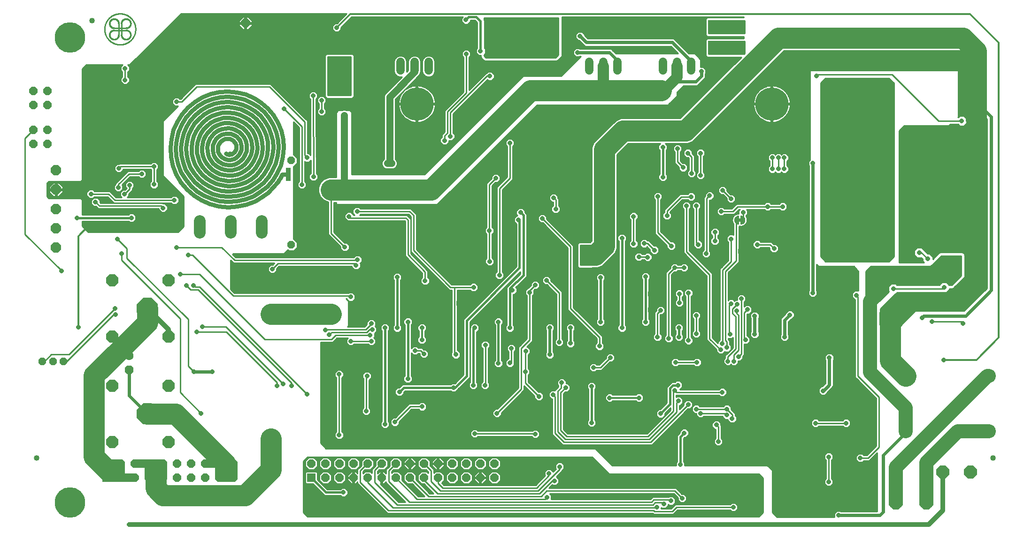
<source format=gbl>
G75*
%MOIN*%
%OFA0B0*%
%FSLAX25Y25*%
%IPPOS*%
%LPD*%
%AMOC8*
5,1,8,0,0,1.08239X$1,22.5*
%
%ADD10C,0.06000*%
%ADD11OC8,0.07087*%
%ADD12OC8,0.08600*%
%ADD13OC8,0.15000*%
%ADD14C,0.01000*%
%ADD15C,0.00100*%
%ADD16OC8,0.05906*%
%ADD17C,0.08250*%
%ADD18OC8,0.05315*%
%ADD19OC8,0.05400*%
%ADD20OC8,0.10000*%
%ADD21R,0.05906X0.05906*%
%ADD22OC8,0.09693*%
%ADD23C,0.04000*%
%ADD24OC8,0.06300*%
%ADD25C,0.06300*%
%ADD26OC8,0.09055*%
%ADD27C,0.00404*%
%ADD28C,0.10000*%
%ADD29OC8,0.06496*%
%ADD30C,0.23622*%
%ADD31C,0.00400*%
%ADD32C,0.03200*%
%ADD33OC8,0.03175*%
%ADD34C,0.01600*%
%ADD35C,0.02000*%
%ADD36C,0.01200*%
%ADD37R,0.03175X0.03175*%
%ADD38C,0.15000*%
%ADD39C,0.08000*%
%ADD40C,0.05000*%
%ADD41C,0.02400*%
%ADD42C,0.03150*%
%ADD43C,0.03175*%
%ADD44C,0.21654*%
%ADD45C,0.10000*%
D10*
X0170042Y0115075D02*
X0180042Y0115075D01*
X0180042Y0125075D01*
X0170042Y0125075D01*
X0180042Y0115075D02*
X0190042Y0115075D01*
X0200042Y0115075D02*
X0200042Y0125075D01*
X0210042Y0125075D01*
X0210042Y0115075D01*
X0200042Y0125075D02*
X0190042Y0125075D01*
X0240042Y0125075D02*
X0250042Y0125075D01*
X0250042Y0115075D01*
X0260042Y0115075D01*
X0260042Y0125075D01*
X0378593Y0404662D02*
X0378593Y0410662D01*
X0388593Y0410662D02*
X0388593Y0404662D01*
X0398593Y0404662D02*
X0398593Y0410662D01*
X0512593Y0410662D02*
X0512593Y0404662D01*
X0522593Y0404662D02*
X0522593Y0410662D01*
X0532593Y0410662D02*
X0532593Y0404662D01*
X0565093Y0404662D02*
X0565093Y0410662D01*
X0575093Y0410662D02*
X0575093Y0404662D01*
X0585093Y0404662D02*
X0585093Y0410662D01*
D11*
X0134058Y0333736D03*
X0134058Y0319957D03*
X0134058Y0306177D03*
X0134058Y0292398D03*
X0134058Y0278618D03*
D12*
X0173979Y0255508D03*
X0213979Y0255508D03*
X0213979Y0215508D03*
X0173979Y0215508D03*
X0173979Y0180508D03*
X0213979Y0180508D03*
X0213979Y0140508D03*
X0173979Y0140508D03*
D13*
X0199018Y0160508D03*
X0199018Y0235508D03*
D14*
X0176093Y0235362D02*
X0143343Y0202612D01*
X0130593Y0202612D01*
X0125890Y0197909D01*
X0124373Y0197909D01*
X0139373Y0197909D02*
X0141640Y0197909D01*
X0174843Y0231112D01*
X0176343Y0231112D01*
X0180593Y0269862D02*
X0222343Y0228112D01*
X0222343Y0175612D01*
X0237093Y0160862D01*
X0231843Y0190362D02*
X0227843Y0194362D01*
X0227843Y0227612D01*
X0184343Y0271112D01*
X0184343Y0278112D01*
X0177593Y0284862D01*
X0180593Y0274362D02*
X0180593Y0269862D01*
X0156843Y0289862D02*
X0152593Y0294112D01*
X0152593Y0297562D01*
X0185527Y0297562D01*
X0186314Y0296775D01*
X0188872Y0296775D01*
X0190681Y0298583D01*
X0190681Y0301141D01*
X0188872Y0302950D01*
X0186314Y0302950D01*
X0185527Y0302162D01*
X0152593Y0302162D01*
X0152593Y0312862D01*
X0151593Y0313862D01*
X0128843Y0313862D01*
X0127593Y0315112D01*
X0127593Y0324612D01*
X0128843Y0325862D01*
X0151593Y0325862D01*
X0152593Y0326862D01*
X0152593Y0405612D01*
X0155593Y0408612D01*
X0181237Y0408612D01*
X0180016Y0407391D01*
X0180016Y0404833D01*
X0181103Y0403746D01*
X0181103Y0400228D01*
X0180016Y0399141D01*
X0180016Y0396583D01*
X0181824Y0394775D01*
X0184382Y0394775D01*
X0186190Y0396583D01*
X0186190Y0399141D01*
X0185103Y0400228D01*
X0185103Y0403746D01*
X0186190Y0404833D01*
X0186190Y0407391D01*
X0184969Y0408612D01*
X0186343Y0408612D01*
X0222912Y0445181D01*
X0340442Y0445181D01*
X0333461Y0438200D01*
X0332064Y0438200D01*
X0330256Y0436391D01*
X0330256Y0433833D01*
X0332064Y0432025D01*
X0334622Y0432025D01*
X0336431Y0433833D01*
X0336431Y0435230D01*
X0343963Y0442762D01*
X0422877Y0442762D01*
X0422006Y0441891D01*
X0422006Y0439333D01*
X0423814Y0437525D01*
X0426372Y0437525D01*
X0428181Y0439333D01*
X0428181Y0440312D01*
X0431390Y0440312D01*
X0433043Y0438660D01*
X0433043Y0420428D01*
X0432256Y0419641D01*
X0432256Y0417083D01*
X0434064Y0415275D01*
X0435493Y0415275D01*
X0435493Y0414595D01*
X0435889Y0413639D01*
X0436620Y0412908D01*
X0437870Y0411658D01*
X0438826Y0411262D01*
X0489110Y0411262D01*
X0490066Y0411658D01*
X0490797Y0412389D01*
X0492797Y0414389D01*
X0493193Y0415345D01*
X0493193Y0442762D01*
X0622343Y0442762D01*
X0622343Y0442312D01*
X0596432Y0442312D01*
X0595143Y0441023D01*
X0595143Y0430201D01*
X0596432Y0428912D01*
X0622343Y0428912D01*
X0622343Y0427562D01*
X0596432Y0427562D01*
X0595143Y0426273D01*
X0595143Y0415451D01*
X0596432Y0414162D01*
X0620665Y0414162D01*
X0577115Y0370612D01*
X0534803Y0370612D01*
X0531495Y0369242D01*
X0515713Y0353460D01*
X0514343Y0350152D01*
X0514343Y0283590D01*
X0513315Y0282562D01*
X0505432Y0282562D01*
X0504143Y0281273D01*
X0504143Y0265451D01*
X0505432Y0264162D01*
X0514504Y0264162D01*
X0514704Y0264362D01*
X0518633Y0264362D01*
X0521941Y0265732D01*
X0524473Y0268264D01*
X0524473Y0268264D01*
X0528441Y0272232D01*
X0530973Y0274764D01*
X0532343Y0278072D01*
X0532343Y0344634D01*
X0540321Y0352612D01*
X0562977Y0352612D01*
X0561756Y0351391D01*
X0561756Y0348833D01*
X0562543Y0348046D01*
X0562543Y0330928D01*
X0561756Y0330141D01*
X0561756Y0327583D01*
X0563564Y0325775D01*
X0566122Y0325775D01*
X0567931Y0327583D01*
X0567931Y0330141D01*
X0567143Y0330928D01*
X0567143Y0348046D01*
X0567931Y0348833D01*
X0567931Y0351391D01*
X0566709Y0352612D01*
X0582633Y0352612D01*
X0585941Y0353982D01*
X0650821Y0418862D01*
X0669343Y0418862D01*
X0669343Y0340978D01*
X0668256Y0339891D01*
X0668256Y0337333D01*
X0668643Y0336946D01*
X0668643Y0248028D01*
X0668256Y0247641D01*
X0668256Y0245083D01*
X0670064Y0243275D01*
X0672622Y0243275D01*
X0674431Y0245083D01*
X0674431Y0247641D01*
X0674043Y0248028D01*
X0674043Y0266662D01*
X0675343Y0265362D01*
X0700593Y0265362D01*
X0703593Y0261862D01*
X0703593Y0247950D01*
X0701064Y0247950D01*
X0699256Y0246141D01*
X0699256Y0243583D01*
X0701064Y0241775D01*
X0701343Y0241775D01*
X0701343Y0186534D01*
X0702515Y0185362D01*
X0716343Y0171534D01*
X0716343Y0137691D01*
X0709765Y0131112D01*
X0707459Y0131112D01*
X0706372Y0132200D01*
X0703814Y0132200D01*
X0702006Y0130391D01*
X0702006Y0127833D01*
X0703814Y0126025D01*
X0706372Y0126025D01*
X0707459Y0127112D01*
X0711422Y0127112D01*
X0717093Y0132784D01*
X0717093Y0091062D01*
X0691259Y0091062D01*
X0690872Y0091450D01*
X0688314Y0091450D01*
X0686506Y0089641D01*
X0686506Y0087112D01*
X0645843Y0087112D01*
X0642593Y0090362D01*
X0642593Y0120362D01*
X0639093Y0123862D01*
X0580431Y0123862D01*
X0580431Y0125641D01*
X0579643Y0126428D01*
X0579643Y0143160D01*
X0580258Y0143775D01*
X0581372Y0143775D01*
X0583181Y0145583D01*
X0583181Y0148141D01*
X0581372Y0149950D01*
X0578814Y0149950D01*
X0577006Y0148141D01*
X0577006Y0147027D01*
X0575043Y0145065D01*
X0575043Y0126428D01*
X0574256Y0125641D01*
X0574256Y0123862D01*
X0528843Y0123862D01*
X0516843Y0135862D01*
X0325593Y0135862D01*
X0321843Y0139612D01*
X0321843Y0211362D01*
X0330422Y0211362D01*
X0331593Y0212534D01*
X0333422Y0214362D01*
X0341227Y0214362D01*
X0340256Y0213391D01*
X0340256Y0210833D01*
X0342064Y0209025D01*
X0344622Y0209025D01*
X0345709Y0210112D01*
X0355477Y0210112D01*
X0356564Y0209025D01*
X0359122Y0209025D01*
X0360931Y0210833D01*
X0360931Y0213391D01*
X0359709Y0214612D01*
X0360181Y0215083D01*
X0360181Y0217583D01*
X0361681Y0219083D01*
X0361681Y0221641D01*
X0360459Y0222862D01*
X0360931Y0223333D01*
X0360931Y0225891D01*
X0359122Y0227700D01*
X0356564Y0227700D01*
X0354756Y0225891D01*
X0354756Y0224103D01*
X0353015Y0222362D01*
X0340843Y0222362D01*
X0341593Y0223112D01*
X0341593Y0240862D01*
X0340093Y0242362D01*
X0340256Y0242362D01*
X0340256Y0242333D01*
X0342064Y0240525D01*
X0344622Y0240525D01*
X0346431Y0242333D01*
X0346431Y0244891D01*
X0344622Y0246700D01*
X0342064Y0246700D01*
X0341727Y0246362D01*
X0260672Y0246362D01*
X0257843Y0249191D01*
X0257843Y0269784D01*
X0258843Y0268784D01*
X0258843Y0268784D01*
X0260015Y0267612D01*
X0289034Y0267612D01*
X0287872Y0266450D01*
X0286334Y0266450D01*
X0284525Y0264641D01*
X0284525Y0262083D01*
X0286334Y0260275D01*
X0288892Y0260275D01*
X0290700Y0262083D01*
X0290700Y0263621D01*
X0292441Y0265362D01*
X0344006Y0265362D01*
X0344006Y0264833D01*
X0345814Y0263025D01*
X0348372Y0263025D01*
X0350181Y0264833D01*
X0350181Y0267391D01*
X0349959Y0267612D01*
X0351181Y0268833D01*
X0351181Y0271391D01*
X0349372Y0273200D01*
X0346814Y0273200D01*
X0345227Y0271612D01*
X0261672Y0271612D01*
X0259382Y0273901D01*
X0259843Y0274362D01*
X0296093Y0274362D01*
X0298748Y0277017D01*
X0299353Y0276412D01*
X0302833Y0276412D01*
X0305293Y0278873D01*
X0305293Y0282352D01*
X0302833Y0284812D01*
X0302593Y0284812D01*
X0302593Y0336412D01*
X0302833Y0336412D01*
X0305293Y0338873D01*
X0305293Y0342352D01*
X0302833Y0344812D01*
X0302593Y0344812D01*
X0302593Y0368034D01*
X0306593Y0364034D01*
X0306593Y0325728D01*
X0305506Y0324641D01*
X0305506Y0322083D01*
X0307314Y0320275D01*
X0309872Y0320275D01*
X0311681Y0322083D01*
X0311681Y0324641D01*
X0310593Y0325728D01*
X0310593Y0339996D01*
X0311064Y0339525D01*
X0313622Y0339525D01*
X0314793Y0340696D01*
X0314833Y0331468D01*
X0313756Y0330391D01*
X0313756Y0327833D01*
X0315564Y0326025D01*
X0318122Y0326025D01*
X0319931Y0327833D01*
X0319931Y0330391D01*
X0318833Y0331489D01*
X0318603Y0384256D01*
X0319681Y0385333D01*
X0319681Y0387891D01*
X0317872Y0389700D01*
X0315314Y0389700D01*
X0313506Y0387891D01*
X0313506Y0385333D01*
X0314603Y0384236D01*
X0314776Y0344546D01*
X0313622Y0345700D01*
X0312593Y0345700D01*
X0312593Y0368941D01*
X0311422Y0370112D01*
X0286422Y0395112D01*
X0233265Y0395112D01*
X0232093Y0393941D01*
X0222515Y0384362D01*
X0221959Y0384362D01*
X0220872Y0385450D01*
X0218314Y0385450D01*
X0216506Y0383641D01*
X0216506Y0381083D01*
X0218314Y0379275D01*
X0220506Y0379275D01*
X0210093Y0368862D01*
X0210093Y0329612D01*
X0224593Y0315112D01*
X0224593Y0293862D01*
X0220593Y0289862D01*
X0156843Y0289862D01*
X0156163Y0290542D02*
X0221273Y0290542D01*
X0222272Y0291541D02*
X0155165Y0291541D01*
X0154166Y0292539D02*
X0223270Y0292539D01*
X0224269Y0293538D02*
X0153168Y0293538D01*
X0152593Y0294536D02*
X0224593Y0294536D01*
X0224593Y0295535D02*
X0152593Y0295535D01*
X0152593Y0296533D02*
X0224593Y0296533D01*
X0224593Y0297532D02*
X0189629Y0297532D01*
X0190627Y0298530D02*
X0224593Y0298530D01*
X0224593Y0299529D02*
X0190681Y0299529D01*
X0190681Y0300527D02*
X0224593Y0300527D01*
X0224593Y0301526D02*
X0190296Y0301526D01*
X0189297Y0302524D02*
X0224593Y0302524D01*
X0224593Y0303523D02*
X0152593Y0303523D01*
X0152593Y0304521D02*
X0208068Y0304521D01*
X0208814Y0303775D02*
X0211372Y0303775D01*
X0213181Y0305583D01*
X0213181Y0308141D01*
X0211372Y0309950D01*
X0209834Y0309950D01*
X0209422Y0310362D01*
X0165672Y0310362D01*
X0165181Y0310853D01*
X0165181Y0312391D01*
X0163372Y0314200D01*
X0160814Y0314200D01*
X0159006Y0312391D01*
X0159006Y0309833D01*
X0160814Y0308025D01*
X0162352Y0308025D01*
X0164015Y0306362D01*
X0207006Y0306362D01*
X0207006Y0305583D01*
X0208814Y0303775D01*
X0207069Y0305520D02*
X0152593Y0305520D01*
X0152593Y0306518D02*
X0163859Y0306518D01*
X0162860Y0307517D02*
X0152593Y0307517D01*
X0152593Y0308515D02*
X0160324Y0308515D01*
X0159325Y0309514D02*
X0152593Y0309514D01*
X0152593Y0310512D02*
X0159006Y0310512D01*
X0159006Y0311511D02*
X0152593Y0311511D01*
X0152593Y0312509D02*
X0159124Y0312509D01*
X0160123Y0313508D02*
X0151947Y0313508D01*
X0155756Y0315583D02*
X0157564Y0313775D01*
X0160122Y0313775D01*
X0161209Y0314862D01*
X0170515Y0314862D01*
X0173843Y0311534D01*
X0175015Y0310362D01*
X0215727Y0310362D01*
X0216814Y0309275D01*
X0219372Y0309275D01*
X0221181Y0311083D01*
X0221181Y0313641D01*
X0219372Y0315450D01*
X0216814Y0315450D01*
X0215727Y0314362D01*
X0184709Y0314362D01*
X0185681Y0315333D01*
X0185681Y0316871D01*
X0188343Y0319534D01*
X0188343Y0320746D01*
X0189431Y0321833D01*
X0189431Y0324391D01*
X0187622Y0326200D01*
X0185064Y0326200D01*
X0183256Y0324391D01*
X0183256Y0321833D01*
X0184121Y0320968D01*
X0182852Y0319700D01*
X0181314Y0319700D01*
X0179506Y0317891D01*
X0179506Y0315333D01*
X0180477Y0314362D01*
X0176672Y0314362D01*
X0172172Y0318862D01*
X0161209Y0318862D01*
X0160122Y0319950D01*
X0157564Y0319950D01*
X0155756Y0318141D01*
X0155756Y0315583D01*
X0155834Y0315505D02*
X0136455Y0315505D01*
X0136064Y0315113D02*
X0138901Y0317951D01*
X0138901Y0319457D01*
X0134558Y0319457D01*
X0134558Y0320457D01*
X0133558Y0320457D01*
X0133558Y0324800D01*
X0132052Y0324800D01*
X0129214Y0321963D01*
X0129214Y0320457D01*
X0133558Y0320457D01*
X0133558Y0319457D01*
X0129214Y0319457D01*
X0129214Y0317951D01*
X0132052Y0315113D01*
X0133558Y0315113D01*
X0133558Y0319457D01*
X0134558Y0319457D01*
X0134558Y0315113D01*
X0136064Y0315113D01*
X0134558Y0315505D02*
X0133558Y0315505D01*
X0133558Y0316503D02*
X0134558Y0316503D01*
X0134558Y0317502D02*
X0133558Y0317502D01*
X0133558Y0318500D02*
X0134558Y0318500D01*
X0134558Y0319499D02*
X0157114Y0319499D01*
X0156115Y0318500D02*
X0138901Y0318500D01*
X0138452Y0317502D02*
X0155756Y0317502D01*
X0155756Y0316503D02*
X0137454Y0316503D01*
X0138901Y0320457D02*
X0138901Y0321963D01*
X0136064Y0324800D01*
X0134558Y0324800D01*
X0134558Y0320457D01*
X0138901Y0320457D01*
X0138901Y0320497D02*
X0175256Y0320497D01*
X0175256Y0320083D02*
X0177064Y0318275D01*
X0179622Y0318275D01*
X0181431Y0320083D01*
X0181431Y0322641D01*
X0180815Y0323256D01*
X0186672Y0329112D01*
X0192477Y0329112D01*
X0193564Y0328025D01*
X0196122Y0328025D01*
X0197931Y0329833D01*
X0197931Y0332391D01*
X0196122Y0334200D01*
X0193564Y0334200D01*
X0192477Y0333112D01*
X0185015Y0333112D01*
X0177515Y0325612D01*
X0176343Y0324441D01*
X0176343Y0323728D01*
X0175256Y0322641D01*
X0175256Y0320083D01*
X0175840Y0319499D02*
X0160573Y0319499D01*
X0158843Y0316862D02*
X0171343Y0316862D01*
X0175843Y0312362D01*
X0218093Y0312362D01*
X0215871Y0314506D02*
X0184854Y0314506D01*
X0185681Y0315505D02*
X0224200Y0315505D01*
X0224593Y0314506D02*
X0220315Y0314506D01*
X0221181Y0313508D02*
X0224593Y0313508D01*
X0224593Y0312509D02*
X0221181Y0312509D01*
X0221181Y0311511D02*
X0224593Y0311511D01*
X0224593Y0310512D02*
X0220610Y0310512D01*
X0219611Y0309514D02*
X0224593Y0309514D01*
X0224593Y0308515D02*
X0212806Y0308515D01*
X0213181Y0307517D02*
X0224593Y0307517D01*
X0224593Y0306518D02*
X0213181Y0306518D01*
X0213117Y0305520D02*
X0224593Y0305520D01*
X0224593Y0304521D02*
X0212118Y0304521D01*
X0210093Y0306862D02*
X0208593Y0308362D01*
X0164843Y0308362D01*
X0162093Y0311112D01*
X0164064Y0313508D02*
X0171869Y0313508D01*
X0170871Y0314506D02*
X0160854Y0314506D01*
X0156833Y0314506D02*
X0128199Y0314506D01*
X0127593Y0315505D02*
X0131660Y0315505D01*
X0130662Y0316503D02*
X0127593Y0316503D01*
X0127593Y0317502D02*
X0129663Y0317502D01*
X0129214Y0318500D02*
X0127593Y0318500D01*
X0127593Y0319499D02*
X0133558Y0319499D01*
X0133558Y0320497D02*
X0134558Y0320497D01*
X0134558Y0321496D02*
X0133558Y0321496D01*
X0133558Y0322495D02*
X0134558Y0322495D01*
X0134558Y0323493D02*
X0133558Y0323493D01*
X0133558Y0324492D02*
X0134558Y0324492D01*
X0136372Y0324492D02*
X0176394Y0324492D01*
X0176108Y0323493D02*
X0137371Y0323493D01*
X0138369Y0322495D02*
X0175256Y0322495D01*
X0175256Y0321496D02*
X0138901Y0321496D01*
X0131743Y0324492D02*
X0127593Y0324492D01*
X0127593Y0323493D02*
X0130745Y0323493D01*
X0129746Y0322495D02*
X0127593Y0322495D01*
X0127593Y0321496D02*
X0129214Y0321496D01*
X0129214Y0320497D02*
X0127593Y0320497D01*
X0128471Y0325490D02*
X0177393Y0325490D01*
X0178391Y0326489D02*
X0152220Y0326489D01*
X0152593Y0327487D02*
X0179390Y0327487D01*
X0180388Y0328486D02*
X0152593Y0328486D01*
X0152593Y0329484D02*
X0181387Y0329484D01*
X0182385Y0330483D02*
X0152593Y0330483D01*
X0152593Y0331481D02*
X0183384Y0331481D01*
X0184382Y0332480D02*
X0180337Y0332480D01*
X0179882Y0332025D02*
X0181690Y0333833D01*
X0181690Y0334362D01*
X0201227Y0334362D01*
X0201593Y0333996D01*
X0201593Y0325978D01*
X0200506Y0324891D01*
X0200506Y0322333D01*
X0202314Y0320525D01*
X0204872Y0320525D01*
X0206681Y0322333D01*
X0206681Y0324891D01*
X0205593Y0325978D01*
X0205593Y0333996D01*
X0206681Y0335083D01*
X0206681Y0337641D01*
X0204872Y0339450D01*
X0202314Y0339450D01*
X0201227Y0338362D01*
X0179025Y0338362D01*
X0178862Y0338200D01*
X0177324Y0338200D01*
X0175516Y0336391D01*
X0175516Y0333833D01*
X0177324Y0332025D01*
X0179882Y0332025D01*
X0181335Y0333478D02*
X0192843Y0333478D01*
X0194843Y0331112D02*
X0185843Y0331112D01*
X0178343Y0323612D01*
X0178343Y0321362D01*
X0181431Y0321496D02*
X0183593Y0321496D01*
X0183650Y0320497D02*
X0181431Y0320497D01*
X0181114Y0319499D02*
X0180846Y0319499D01*
X0180115Y0318500D02*
X0179848Y0318500D01*
X0179506Y0317502D02*
X0173532Y0317502D01*
X0174530Y0316503D02*
X0179506Y0316503D01*
X0179506Y0315505D02*
X0175529Y0315505D01*
X0176527Y0314506D02*
X0180333Y0314506D01*
X0182593Y0316612D02*
X0186343Y0320362D01*
X0186343Y0323112D01*
X0184355Y0325490D02*
X0183049Y0325490D01*
X0183356Y0324492D02*
X0182051Y0324492D01*
X0181052Y0323493D02*
X0183256Y0323493D01*
X0183256Y0322495D02*
X0181431Y0322495D01*
X0184048Y0326489D02*
X0201593Y0326489D01*
X0201593Y0327487D02*
X0185046Y0327487D01*
X0186045Y0328486D02*
X0193104Y0328486D01*
X0196583Y0328486D02*
X0201593Y0328486D01*
X0201593Y0329484D02*
X0197581Y0329484D01*
X0197931Y0330483D02*
X0201593Y0330483D01*
X0201593Y0331481D02*
X0197931Y0331481D01*
X0197842Y0332480D02*
X0201593Y0332480D01*
X0201593Y0333478D02*
X0196843Y0333478D01*
X0201335Y0338471D02*
X0152593Y0338471D01*
X0152593Y0339469D02*
X0210093Y0339469D01*
X0210093Y0338471D02*
X0205851Y0338471D01*
X0206681Y0337472D02*
X0210093Y0337472D01*
X0210093Y0336474D02*
X0206681Y0336474D01*
X0206681Y0335475D02*
X0210093Y0335475D01*
X0210093Y0334477D02*
X0206074Y0334477D01*
X0205593Y0333478D02*
X0210093Y0333478D01*
X0210093Y0332480D02*
X0205593Y0332480D01*
X0205593Y0331481D02*
X0210093Y0331481D01*
X0210093Y0330483D02*
X0205593Y0330483D01*
X0205593Y0329484D02*
X0210221Y0329484D01*
X0211220Y0328486D02*
X0205593Y0328486D01*
X0205593Y0327487D02*
X0212218Y0327487D01*
X0213217Y0326489D02*
X0205593Y0326489D01*
X0206082Y0325490D02*
X0214215Y0325490D01*
X0215214Y0324492D02*
X0206681Y0324492D01*
X0206681Y0323493D02*
X0216212Y0323493D01*
X0217211Y0322495D02*
X0206681Y0322495D01*
X0205843Y0321496D02*
X0218209Y0321496D01*
X0219208Y0320497D02*
X0188343Y0320497D01*
X0188308Y0319499D02*
X0220206Y0319499D01*
X0221205Y0318500D02*
X0187310Y0318500D01*
X0186311Y0317502D02*
X0222203Y0317502D01*
X0223202Y0316503D02*
X0185681Y0316503D01*
X0189093Y0321496D02*
X0201343Y0321496D01*
X0200506Y0322495D02*
X0189431Y0322495D01*
X0189431Y0323493D02*
X0200506Y0323493D01*
X0200506Y0324492D02*
X0189330Y0324492D01*
X0188332Y0325490D02*
X0201105Y0325490D01*
X0203593Y0323612D02*
X0203593Y0336362D01*
X0179853Y0336362D01*
X0178603Y0335112D01*
X0176597Y0337472D02*
X0152593Y0337472D01*
X0152593Y0336474D02*
X0175598Y0336474D01*
X0175516Y0335475D02*
X0152593Y0335475D01*
X0152593Y0334477D02*
X0175516Y0334477D01*
X0175871Y0333478D02*
X0152593Y0333478D01*
X0152593Y0332480D02*
X0176869Y0332480D01*
X0176839Y0318500D02*
X0172533Y0318500D01*
X0172868Y0312509D02*
X0165062Y0312509D01*
X0165181Y0311511D02*
X0173866Y0311511D01*
X0174865Y0310512D02*
X0165521Y0310512D01*
X0152593Y0302524D02*
X0185889Y0302524D01*
X0185557Y0297532D02*
X0152593Y0297532D01*
X0137843Y0262362D02*
X0112093Y0288112D01*
X0112093Y0356417D01*
X0118034Y0362358D01*
X0152593Y0362435D02*
X0210093Y0362435D01*
X0210093Y0363433D02*
X0152593Y0363433D01*
X0152593Y0364432D02*
X0210093Y0364432D01*
X0210093Y0365430D02*
X0152593Y0365430D01*
X0152593Y0366429D02*
X0210093Y0366429D01*
X0210093Y0367428D02*
X0152593Y0367428D01*
X0152593Y0368426D02*
X0210093Y0368426D01*
X0210655Y0369425D02*
X0152593Y0369425D01*
X0152593Y0370423D02*
X0211654Y0370423D01*
X0212653Y0371422D02*
X0152593Y0371422D01*
X0152593Y0372420D02*
X0213651Y0372420D01*
X0214650Y0373419D02*
X0152593Y0373419D01*
X0152593Y0374417D02*
X0215648Y0374417D01*
X0216647Y0375416D02*
X0152593Y0375416D01*
X0152593Y0376414D02*
X0217645Y0376414D01*
X0218644Y0377413D02*
X0152593Y0377413D01*
X0152593Y0378411D02*
X0219642Y0378411D01*
X0218179Y0379410D02*
X0152593Y0379410D01*
X0152593Y0380408D02*
X0217181Y0380408D01*
X0216506Y0381407D02*
X0152593Y0381407D01*
X0152593Y0382405D02*
X0216506Y0382405D01*
X0216506Y0383404D02*
X0152593Y0383404D01*
X0152593Y0384402D02*
X0217267Y0384402D01*
X0218265Y0385401D02*
X0152593Y0385401D01*
X0152593Y0386399D02*
X0224552Y0386399D01*
X0225550Y0387398D02*
X0152593Y0387398D01*
X0152593Y0388396D02*
X0226549Y0388396D01*
X0227547Y0389395D02*
X0152593Y0389395D01*
X0152593Y0390393D02*
X0228546Y0390393D01*
X0229544Y0391392D02*
X0152593Y0391392D01*
X0152593Y0392390D02*
X0230543Y0392390D01*
X0231541Y0393389D02*
X0152593Y0393389D01*
X0152593Y0394387D02*
X0232540Y0394387D01*
X0234093Y0393112D02*
X0285593Y0393112D01*
X0310593Y0368112D01*
X0310593Y0344362D01*
X0312343Y0342612D01*
X0314565Y0340468D02*
X0314794Y0340468D01*
X0314798Y0339469D02*
X0310593Y0339469D01*
X0310593Y0338471D02*
X0314802Y0338471D01*
X0314807Y0337472D02*
X0310593Y0337472D01*
X0310593Y0336474D02*
X0314811Y0336474D01*
X0314815Y0335475D02*
X0310593Y0335475D01*
X0310593Y0334477D02*
X0314820Y0334477D01*
X0314824Y0333478D02*
X0310593Y0333478D01*
X0310593Y0332480D02*
X0314829Y0332480D01*
X0314833Y0331481D02*
X0310593Y0331481D01*
X0310593Y0330483D02*
X0313847Y0330483D01*
X0313756Y0329484D02*
X0310593Y0329484D01*
X0310593Y0328486D02*
X0313756Y0328486D01*
X0314102Y0327487D02*
X0310593Y0327487D01*
X0310593Y0326489D02*
X0315101Y0326489D01*
X0316843Y0329112D02*
X0316593Y0386612D01*
X0314437Y0384402D02*
X0297132Y0384402D01*
X0298130Y0383404D02*
X0314607Y0383404D01*
X0314611Y0382405D02*
X0299129Y0382405D01*
X0300127Y0381407D02*
X0314616Y0381407D01*
X0314620Y0380408D02*
X0301126Y0380408D01*
X0302124Y0379410D02*
X0314624Y0379410D01*
X0314629Y0378411D02*
X0303123Y0378411D01*
X0304121Y0377413D02*
X0314633Y0377413D01*
X0314638Y0376414D02*
X0305120Y0376414D01*
X0306118Y0375416D02*
X0314642Y0375416D01*
X0314646Y0374417D02*
X0307117Y0374417D01*
X0308115Y0373419D02*
X0314651Y0373419D01*
X0314655Y0372420D02*
X0309114Y0372420D01*
X0310112Y0371422D02*
X0314659Y0371422D01*
X0314664Y0370423D02*
X0311111Y0370423D01*
X0312109Y0369425D02*
X0314668Y0369425D01*
X0314672Y0368426D02*
X0312593Y0368426D01*
X0312593Y0367428D02*
X0314677Y0367428D01*
X0314681Y0366429D02*
X0312593Y0366429D01*
X0312593Y0365430D02*
X0314685Y0365430D01*
X0314690Y0364432D02*
X0312593Y0364432D01*
X0312593Y0363433D02*
X0314694Y0363433D01*
X0314698Y0362435D02*
X0312593Y0362435D01*
X0312593Y0361436D02*
X0314703Y0361436D01*
X0314707Y0360438D02*
X0312593Y0360438D01*
X0312593Y0359439D02*
X0314711Y0359439D01*
X0314716Y0358441D02*
X0312593Y0358441D01*
X0312593Y0357442D02*
X0314720Y0357442D01*
X0314724Y0356444D02*
X0312593Y0356444D01*
X0312593Y0355445D02*
X0314729Y0355445D01*
X0314733Y0354447D02*
X0312593Y0354447D01*
X0312593Y0353448D02*
X0314737Y0353448D01*
X0314742Y0352450D02*
X0312593Y0352450D01*
X0312593Y0351451D02*
X0314746Y0351451D01*
X0314750Y0350453D02*
X0312593Y0350453D01*
X0312593Y0349454D02*
X0314755Y0349454D01*
X0314759Y0348456D02*
X0312593Y0348456D01*
X0312593Y0347457D02*
X0314763Y0347457D01*
X0314768Y0346459D02*
X0312593Y0346459D01*
X0313861Y0345460D02*
X0314772Y0345460D01*
X0318772Y0345460D02*
X0332843Y0345460D01*
X0332843Y0344462D02*
X0318776Y0344462D01*
X0318781Y0343463D02*
X0332843Y0343463D01*
X0332843Y0342465D02*
X0318785Y0342465D01*
X0318789Y0341466D02*
X0332843Y0341466D01*
X0332843Y0340468D02*
X0318794Y0340468D01*
X0318798Y0339469D02*
X0332843Y0339469D01*
X0332843Y0338471D02*
X0318802Y0338471D01*
X0318807Y0337472D02*
X0332843Y0337472D01*
X0332843Y0336474D02*
X0318811Y0336474D01*
X0318816Y0335475D02*
X0332843Y0335475D01*
X0332843Y0334477D02*
X0318820Y0334477D01*
X0318824Y0333478D02*
X0332843Y0333478D01*
X0332843Y0332480D02*
X0318829Y0332480D01*
X0318840Y0331481D02*
X0332843Y0331481D01*
X0332843Y0330483D02*
X0319839Y0330483D01*
X0319931Y0329484D02*
X0332843Y0329484D01*
X0332843Y0328904D02*
X0327553Y0328904D01*
X0324245Y0327533D01*
X0321713Y0325002D01*
X0320343Y0321694D01*
X0320343Y0318113D01*
X0321713Y0314805D01*
X0324245Y0312274D01*
X0327343Y0310990D01*
X0327343Y0288034D01*
X0336006Y0279371D01*
X0336006Y0277833D01*
X0337814Y0276025D01*
X0340372Y0276025D01*
X0342181Y0277833D01*
X0342181Y0280391D01*
X0340372Y0282200D01*
X0338834Y0282200D01*
X0331343Y0289691D01*
X0331343Y0310904D01*
X0332843Y0310904D01*
X0332843Y0309948D01*
X0333429Y0309362D01*
X0404757Y0309362D01*
X0405343Y0309948D01*
X0475507Y0380112D01*
X0568507Y0380112D01*
X0569093Y0380698D01*
X0574843Y0386448D01*
X0574843Y0389198D01*
X0579557Y0393912D01*
X0588880Y0393912D01*
X0589873Y0394323D01*
X0590632Y0395083D01*
X0594632Y0399083D01*
X0595043Y0400075D01*
X0595043Y0402446D01*
X0595431Y0402833D01*
X0595431Y0405391D01*
X0593622Y0407200D01*
X0591593Y0407200D01*
X0591593Y0412526D01*
X0591007Y0413112D01*
X0587507Y0416612D01*
X0583412Y0416612D01*
X0573882Y0426142D01*
X0573123Y0426901D01*
X0572130Y0427312D01*
X0511712Y0427312D01*
X0509181Y0429843D01*
X0509181Y0430391D01*
X0507372Y0432200D01*
X0504814Y0432200D01*
X0503006Y0430391D01*
X0503006Y0427833D01*
X0504814Y0426025D01*
X0505362Y0426025D01*
X0509064Y0422323D01*
X0510056Y0421912D01*
X0570475Y0421912D01*
X0575775Y0416612D01*
X0531662Y0416612D01*
X0529382Y0418892D01*
X0528623Y0419651D01*
X0527630Y0420062D01*
X0506009Y0420062D01*
X0505622Y0420450D01*
X0503064Y0420450D01*
X0501256Y0418641D01*
X0501256Y0416083D01*
X0503064Y0414275D01*
X0505622Y0414275D01*
X0506009Y0414662D01*
X0506479Y0414662D01*
X0492679Y0400862D01*
X0465929Y0400862D01*
X0465343Y0400276D01*
X0395679Y0330612D01*
X0344093Y0330612D01*
X0344093Y0374776D01*
X0343507Y0375362D01*
X0342507Y0376362D01*
X0339992Y0376362D01*
X0339389Y0376612D01*
X0337798Y0376612D01*
X0337194Y0376362D01*
X0334429Y0376362D01*
X0333843Y0375776D01*
X0332843Y0374776D01*
X0332843Y0328904D01*
X0326544Y0328486D02*
X0319931Y0328486D01*
X0319584Y0327487D02*
X0324199Y0327487D01*
X0323200Y0326489D02*
X0318586Y0326489D01*
X0321502Y0324492D02*
X0311681Y0324492D01*
X0311681Y0323493D02*
X0321088Y0323493D01*
X0320675Y0322495D02*
X0311681Y0322495D01*
X0311093Y0321496D02*
X0320343Y0321496D01*
X0320343Y0320497D02*
X0310095Y0320497D01*
X0307092Y0320497D02*
X0302593Y0320497D01*
X0302593Y0319499D02*
X0320343Y0319499D01*
X0320343Y0318500D02*
X0302593Y0318500D01*
X0302593Y0317502D02*
X0320596Y0317502D01*
X0321010Y0316503D02*
X0302593Y0316503D01*
X0302593Y0315505D02*
X0321424Y0315505D01*
X0322012Y0314506D02*
X0302593Y0314506D01*
X0302593Y0313508D02*
X0323011Y0313508D01*
X0324009Y0312509D02*
X0302593Y0312509D01*
X0302593Y0311511D02*
X0326087Y0311511D01*
X0327343Y0310512D02*
X0302593Y0310512D01*
X0302593Y0309514D02*
X0327343Y0309514D01*
X0327343Y0308515D02*
X0302593Y0308515D01*
X0302593Y0307517D02*
X0327343Y0307517D01*
X0327343Y0306518D02*
X0302593Y0306518D01*
X0302593Y0305520D02*
X0327343Y0305520D01*
X0327343Y0304521D02*
X0302593Y0304521D01*
X0302593Y0303523D02*
X0327343Y0303523D01*
X0327343Y0302524D02*
X0302593Y0302524D01*
X0302593Y0301526D02*
X0327343Y0301526D01*
X0327343Y0300527D02*
X0302593Y0300527D01*
X0302593Y0299529D02*
X0327343Y0299529D01*
X0327343Y0298530D02*
X0302593Y0298530D01*
X0302593Y0297532D02*
X0327343Y0297532D01*
X0327343Y0296533D02*
X0302593Y0296533D01*
X0302593Y0295535D02*
X0327343Y0295535D01*
X0327343Y0294536D02*
X0302593Y0294536D01*
X0302593Y0293538D02*
X0327343Y0293538D01*
X0327343Y0292539D02*
X0302593Y0292539D01*
X0302593Y0291541D02*
X0327343Y0291541D01*
X0327343Y0290542D02*
X0302593Y0290542D01*
X0302593Y0289544D02*
X0327343Y0289544D01*
X0327343Y0288545D02*
X0302593Y0288545D01*
X0302593Y0287547D02*
X0327830Y0287547D01*
X0328829Y0286548D02*
X0302593Y0286548D01*
X0302593Y0285550D02*
X0329827Y0285550D01*
X0330826Y0284551D02*
X0303094Y0284551D01*
X0304092Y0283553D02*
X0331824Y0283553D01*
X0332823Y0282554D02*
X0305091Y0282554D01*
X0305293Y0281556D02*
X0333821Y0281556D01*
X0334820Y0280557D02*
X0305293Y0280557D01*
X0305293Y0279559D02*
X0335818Y0279559D01*
X0336006Y0278560D02*
X0304981Y0278560D01*
X0303982Y0277561D02*
X0336278Y0277561D01*
X0337276Y0276563D02*
X0302984Y0276563D01*
X0299203Y0276563D02*
X0298294Y0276563D01*
X0297295Y0275564D02*
X0381843Y0275564D01*
X0381843Y0274566D02*
X0296297Y0274566D01*
X0291613Y0267362D02*
X0287613Y0263362D01*
X0285464Y0265579D02*
X0257843Y0265579D01*
X0257843Y0264581D02*
X0284525Y0264581D01*
X0284525Y0263582D02*
X0257843Y0263582D01*
X0257843Y0262584D02*
X0284525Y0262584D01*
X0285024Y0261585D02*
X0257843Y0261585D01*
X0257843Y0260587D02*
X0286022Y0260587D01*
X0289204Y0260587D02*
X0374952Y0260587D01*
X0375064Y0260700D02*
X0373256Y0258891D01*
X0373256Y0256333D01*
X0374043Y0255546D01*
X0374043Y0223678D01*
X0373256Y0222891D01*
X0373256Y0220333D01*
X0375064Y0218525D01*
X0377622Y0218525D01*
X0379431Y0220333D01*
X0379431Y0222891D01*
X0378643Y0223678D01*
X0378643Y0255546D01*
X0379431Y0256333D01*
X0379431Y0258891D01*
X0377622Y0260700D01*
X0375064Y0260700D01*
X0373953Y0259588D02*
X0257843Y0259588D01*
X0257843Y0258590D02*
X0373256Y0258590D01*
X0373256Y0257591D02*
X0257843Y0257591D01*
X0257843Y0256593D02*
X0373256Y0256593D01*
X0373995Y0255594D02*
X0257843Y0255594D01*
X0257843Y0254596D02*
X0374043Y0254596D01*
X0374043Y0253597D02*
X0257843Y0253597D01*
X0257843Y0252599D02*
X0374043Y0252599D01*
X0374043Y0251600D02*
X0257843Y0251600D01*
X0257843Y0250602D02*
X0374043Y0250602D01*
X0374043Y0249603D02*
X0257843Y0249603D01*
X0258429Y0248605D02*
X0374043Y0248605D01*
X0374043Y0247606D02*
X0259428Y0247606D01*
X0260426Y0246608D02*
X0341972Y0246608D01*
X0342593Y0244362D02*
X0259843Y0244362D01*
X0230843Y0273362D01*
X0228093Y0273362D01*
X0219593Y0278862D02*
X0251593Y0278862D01*
X0260843Y0269612D01*
X0347593Y0269612D01*
X0348093Y0270112D01*
X0346184Y0272569D02*
X0260715Y0272569D01*
X0259716Y0273567D02*
X0381843Y0273567D01*
X0381843Y0272784D02*
X0383015Y0271612D01*
X0394093Y0260534D01*
X0394093Y0257478D01*
X0393006Y0256391D01*
X0393006Y0253833D01*
X0394814Y0252025D01*
X0397372Y0252025D01*
X0399181Y0253833D01*
X0399181Y0256391D01*
X0398093Y0257478D01*
X0398093Y0262191D01*
X0385843Y0274441D01*
X0385843Y0299191D01*
X0384343Y0300691D01*
X0383172Y0301862D01*
X0349709Y0301862D01*
X0350209Y0302362D01*
X0384265Y0302362D01*
X0385843Y0300784D01*
X0385843Y0275784D01*
X0387015Y0274612D01*
X0411961Y0249666D01*
X0411961Y0249666D01*
X0413133Y0248494D01*
X0414843Y0248494D01*
X0414843Y0203978D01*
X0414756Y0203891D01*
X0414756Y0201333D01*
X0416564Y0199525D01*
X0419122Y0199525D01*
X0420931Y0201333D01*
X0420931Y0203891D01*
X0419122Y0205700D01*
X0418843Y0205700D01*
X0418843Y0248494D01*
X0428095Y0248494D01*
X0429182Y0247407D01*
X0431740Y0247407D01*
X0433549Y0249215D01*
X0433549Y0251773D01*
X0431740Y0253581D01*
X0429182Y0253581D01*
X0428095Y0252494D01*
X0414790Y0252494D01*
X0389843Y0277441D01*
X0389843Y0302441D01*
X0385922Y0306362D01*
X0350209Y0306362D01*
X0349122Y0307450D01*
X0346564Y0307450D01*
X0344756Y0305641D01*
X0344756Y0303083D01*
X0345977Y0301862D01*
X0345181Y0301862D01*
X0345181Y0302141D01*
X0343372Y0303950D01*
X0340814Y0303950D01*
X0339006Y0302141D01*
X0339006Y0299583D01*
X0340814Y0297775D01*
X0343372Y0297775D01*
X0343459Y0297862D01*
X0381515Y0297862D01*
X0381843Y0297534D01*
X0381843Y0272784D01*
X0382058Y0272569D02*
X0350003Y0272569D01*
X0351001Y0271570D02*
X0383057Y0271570D01*
X0383015Y0271612D02*
X0383015Y0271612D01*
X0384055Y0270572D02*
X0351181Y0270572D01*
X0351181Y0269573D02*
X0385054Y0269573D01*
X0386052Y0268575D02*
X0350922Y0268575D01*
X0349995Y0267576D02*
X0387051Y0267576D01*
X0388049Y0266578D02*
X0350181Y0266578D01*
X0350181Y0265579D02*
X0389048Y0265579D01*
X0390046Y0264581D02*
X0349928Y0264581D01*
X0348930Y0263582D02*
X0391045Y0263582D01*
X0392043Y0262584D02*
X0290700Y0262584D01*
X0290700Y0263582D02*
X0345257Y0263582D01*
X0344258Y0264581D02*
X0291660Y0264581D01*
X0291613Y0267362D02*
X0345843Y0267362D01*
X0347093Y0266112D01*
X0340910Y0276563D02*
X0381843Y0276563D01*
X0381843Y0277561D02*
X0341909Y0277561D01*
X0342181Y0278560D02*
X0381843Y0278560D01*
X0381843Y0279559D02*
X0342181Y0279559D01*
X0342015Y0280557D02*
X0381843Y0280557D01*
X0381843Y0281556D02*
X0341016Y0281556D01*
X0338480Y0282554D02*
X0381843Y0282554D01*
X0381843Y0283553D02*
X0337481Y0283553D01*
X0336483Y0284551D02*
X0381843Y0284551D01*
X0381843Y0285550D02*
X0335484Y0285550D01*
X0334486Y0286548D02*
X0381843Y0286548D01*
X0381843Y0287547D02*
X0333487Y0287547D01*
X0332489Y0288545D02*
X0381843Y0288545D01*
X0381843Y0289544D02*
X0331490Y0289544D01*
X0331343Y0290542D02*
X0381843Y0290542D01*
X0381843Y0291541D02*
X0331343Y0291541D01*
X0331343Y0292539D02*
X0381843Y0292539D01*
X0381843Y0293538D02*
X0331343Y0293538D01*
X0331343Y0294536D02*
X0381843Y0294536D01*
X0381843Y0295535D02*
X0331343Y0295535D01*
X0331343Y0296533D02*
X0381843Y0296533D01*
X0381843Y0297532D02*
X0331343Y0297532D01*
X0331343Y0298530D02*
X0340059Y0298530D01*
X0339060Y0299529D02*
X0331343Y0299529D01*
X0331343Y0300527D02*
X0339006Y0300527D01*
X0339006Y0301526D02*
X0331343Y0301526D01*
X0331343Y0302524D02*
X0339389Y0302524D01*
X0340388Y0303523D02*
X0331343Y0303523D01*
X0331343Y0304521D02*
X0344756Y0304521D01*
X0344756Y0303523D02*
X0343799Y0303523D01*
X0344797Y0302524D02*
X0345315Y0302524D01*
X0344756Y0305520D02*
X0331343Y0305520D01*
X0331343Y0306518D02*
X0345633Y0306518D01*
X0347843Y0304362D02*
X0385093Y0304362D01*
X0387843Y0301612D01*
X0387843Y0276612D01*
X0413961Y0250494D01*
X0416843Y0250494D01*
X0416843Y0203612D01*
X0417843Y0202612D01*
X0414756Y0202673D02*
X0398431Y0202673D01*
X0398431Y0201833D02*
X0398431Y0204391D01*
X0396622Y0206200D01*
X0395084Y0206200D01*
X0393922Y0207362D01*
X0391209Y0207362D01*
X0390122Y0208450D01*
X0387564Y0208450D01*
X0386143Y0207028D01*
X0386143Y0223796D01*
X0386931Y0224583D01*
X0386931Y0227141D01*
X0385122Y0228950D01*
X0382564Y0228950D01*
X0380756Y0227141D01*
X0380756Y0224583D01*
X0381543Y0223796D01*
X0381543Y0187428D01*
X0380756Y0186641D01*
X0380756Y0184083D01*
X0382564Y0182275D01*
X0385122Y0182275D01*
X0386931Y0184083D01*
X0386931Y0186641D01*
X0386143Y0187428D01*
X0386143Y0203696D01*
X0387564Y0202275D01*
X0390122Y0202275D01*
X0391209Y0203362D01*
X0392256Y0203362D01*
X0392256Y0201833D01*
X0394064Y0200025D01*
X0396622Y0200025D01*
X0398431Y0201833D01*
X0398272Y0201675D02*
X0414756Y0201675D01*
X0415413Y0200676D02*
X0397273Y0200676D01*
X0395343Y0203112D02*
X0393093Y0205362D01*
X0388843Y0205362D01*
X0386780Y0207666D02*
X0386143Y0207666D01*
X0386143Y0208664D02*
X0414843Y0208664D01*
X0414843Y0207666D02*
X0390906Y0207666D01*
X0392564Y0210025D02*
X0395122Y0210025D01*
X0396931Y0211833D01*
X0396931Y0214391D01*
X0395943Y0215378D01*
X0395943Y0219346D01*
X0396931Y0220333D01*
X0396931Y0222891D01*
X0395122Y0224700D01*
X0392564Y0224700D01*
X0390756Y0222891D01*
X0390756Y0220333D01*
X0391743Y0219346D01*
X0391743Y0215378D01*
X0390756Y0214391D01*
X0390756Y0211833D01*
X0392564Y0210025D01*
X0391928Y0210661D02*
X0386143Y0210661D01*
X0386143Y0209663D02*
X0414843Y0209663D01*
X0414843Y0210661D02*
X0395758Y0210661D01*
X0396757Y0211660D02*
X0414843Y0211660D01*
X0414843Y0212658D02*
X0396931Y0212658D01*
X0396931Y0213657D02*
X0414843Y0213657D01*
X0414843Y0214655D02*
X0396666Y0214655D01*
X0395943Y0215654D02*
X0414843Y0215654D01*
X0414843Y0216652D02*
X0395943Y0216652D01*
X0395943Y0217651D02*
X0414843Y0217651D01*
X0414843Y0218649D02*
X0395943Y0218649D01*
X0396245Y0219648D02*
X0414843Y0219648D01*
X0414843Y0220646D02*
X0396931Y0220646D01*
X0396931Y0221645D02*
X0414843Y0221645D01*
X0414843Y0222643D02*
X0396931Y0222643D01*
X0396180Y0223642D02*
X0414843Y0223642D01*
X0414843Y0224640D02*
X0395181Y0224640D01*
X0392505Y0224640D02*
X0386931Y0224640D01*
X0386931Y0225639D02*
X0414843Y0225639D01*
X0414843Y0226637D02*
X0386931Y0226637D01*
X0386436Y0227636D02*
X0414843Y0227636D01*
X0414843Y0228634D02*
X0385437Y0228634D01*
X0382249Y0228634D02*
X0378643Y0228634D01*
X0378643Y0227636D02*
X0381251Y0227636D01*
X0380756Y0226637D02*
X0378643Y0226637D01*
X0378643Y0225639D02*
X0380756Y0225639D01*
X0380756Y0224640D02*
X0378643Y0224640D01*
X0378680Y0223642D02*
X0381543Y0223642D01*
X0381543Y0222643D02*
X0379431Y0222643D01*
X0379431Y0221645D02*
X0381543Y0221645D01*
X0381543Y0220646D02*
X0379431Y0220646D01*
X0378745Y0219648D02*
X0381543Y0219648D01*
X0381543Y0218649D02*
X0377747Y0218649D01*
X0374940Y0218649D02*
X0369893Y0218649D01*
X0369893Y0219546D02*
X0370681Y0220333D01*
X0370681Y0222891D01*
X0368872Y0224700D01*
X0366314Y0224700D01*
X0364506Y0222891D01*
X0364506Y0220333D01*
X0365293Y0219546D01*
X0365293Y0155178D01*
X0364506Y0154391D01*
X0364506Y0151833D01*
X0366314Y0150025D01*
X0368872Y0150025D01*
X0370681Y0151833D01*
X0370681Y0154391D01*
X0369893Y0155178D01*
X0369893Y0219546D01*
X0369995Y0219648D02*
X0373941Y0219648D01*
X0373256Y0220646D02*
X0370681Y0220646D01*
X0370681Y0221645D02*
X0373256Y0221645D01*
X0373256Y0222643D02*
X0370681Y0222643D01*
X0369930Y0223642D02*
X0374007Y0223642D01*
X0374043Y0224640D02*
X0368931Y0224640D01*
X0366255Y0224640D02*
X0360931Y0224640D01*
X0360931Y0223642D02*
X0365257Y0223642D01*
X0364506Y0222643D02*
X0360678Y0222643D01*
X0361677Y0221645D02*
X0364506Y0221645D01*
X0364506Y0220646D02*
X0361681Y0220646D01*
X0361681Y0219648D02*
X0365191Y0219648D01*
X0365293Y0218649D02*
X0361247Y0218649D01*
X0360248Y0217651D02*
X0365293Y0217651D01*
X0365293Y0216652D02*
X0360181Y0216652D01*
X0360181Y0215654D02*
X0365293Y0215654D01*
X0365293Y0214655D02*
X0359752Y0214655D01*
X0360665Y0213657D02*
X0365293Y0213657D01*
X0365293Y0212658D02*
X0360931Y0212658D01*
X0360931Y0211660D02*
X0365293Y0211660D01*
X0365293Y0210661D02*
X0360758Y0210661D01*
X0359760Y0209663D02*
X0365293Y0209663D01*
X0365293Y0208664D02*
X0321843Y0208664D01*
X0321843Y0207666D02*
X0365293Y0207666D01*
X0365293Y0206667D02*
X0321843Y0206667D01*
X0321843Y0205669D02*
X0365293Y0205669D01*
X0365293Y0204670D02*
X0321843Y0204670D01*
X0321843Y0203672D02*
X0365293Y0203672D01*
X0365293Y0202673D02*
X0321843Y0202673D01*
X0321843Y0201675D02*
X0365293Y0201675D01*
X0365293Y0200676D02*
X0321843Y0200676D01*
X0321843Y0199678D02*
X0365293Y0199678D01*
X0365293Y0198679D02*
X0321843Y0198679D01*
X0321843Y0197681D02*
X0365293Y0197681D01*
X0365293Y0196682D02*
X0321843Y0196682D01*
X0321843Y0195684D02*
X0365293Y0195684D01*
X0365293Y0194685D02*
X0321843Y0194685D01*
X0321843Y0193687D02*
X0365293Y0193687D01*
X0365293Y0192688D02*
X0321843Y0192688D01*
X0321843Y0191690D02*
X0333804Y0191690D01*
X0333814Y0191700D02*
X0332006Y0189891D01*
X0332006Y0187333D01*
X0333093Y0186246D01*
X0333093Y0147728D01*
X0332006Y0146641D01*
X0332006Y0144083D01*
X0333814Y0142275D01*
X0336372Y0142275D01*
X0338181Y0144083D01*
X0338181Y0146641D01*
X0337093Y0147728D01*
X0337093Y0186246D01*
X0338181Y0187333D01*
X0338181Y0189891D01*
X0336372Y0191700D01*
X0333814Y0191700D01*
X0332806Y0190691D02*
X0321843Y0190691D01*
X0321843Y0189692D02*
X0332006Y0189692D01*
X0332006Y0188694D02*
X0321843Y0188694D01*
X0321843Y0187695D02*
X0332006Y0187695D01*
X0332642Y0186697D02*
X0321843Y0186697D01*
X0321843Y0185698D02*
X0333093Y0185698D01*
X0333093Y0184700D02*
X0321843Y0184700D01*
X0321843Y0183701D02*
X0333093Y0183701D01*
X0333093Y0182703D02*
X0321843Y0182703D01*
X0321843Y0181704D02*
X0333093Y0181704D01*
X0333093Y0180706D02*
X0321843Y0180706D01*
X0321843Y0179707D02*
X0333093Y0179707D01*
X0333093Y0178709D02*
X0321843Y0178709D01*
X0321843Y0177710D02*
X0333093Y0177710D01*
X0333093Y0176712D02*
X0321843Y0176712D01*
X0321843Y0175713D02*
X0333093Y0175713D01*
X0333093Y0174715D02*
X0321843Y0174715D01*
X0321843Y0173716D02*
X0333093Y0173716D01*
X0333093Y0172718D02*
X0321843Y0172718D01*
X0321843Y0171719D02*
X0333093Y0171719D01*
X0333093Y0170721D02*
X0321843Y0170721D01*
X0321843Y0169722D02*
X0333093Y0169722D01*
X0333093Y0168724D02*
X0321843Y0168724D01*
X0321843Y0167725D02*
X0333093Y0167725D01*
X0333093Y0166727D02*
X0321843Y0166727D01*
X0321843Y0165728D02*
X0333093Y0165728D01*
X0333093Y0164730D02*
X0321843Y0164730D01*
X0321843Y0163731D02*
X0333093Y0163731D01*
X0333093Y0162733D02*
X0321843Y0162733D01*
X0321843Y0161734D02*
X0333093Y0161734D01*
X0333093Y0160736D02*
X0321843Y0160736D01*
X0321843Y0159737D02*
X0333093Y0159737D01*
X0333093Y0158739D02*
X0321843Y0158739D01*
X0321843Y0157740D02*
X0333093Y0157740D01*
X0333093Y0156742D02*
X0321843Y0156742D01*
X0321843Y0155743D02*
X0333093Y0155743D01*
X0333093Y0154745D02*
X0321843Y0154745D01*
X0321843Y0153746D02*
X0333093Y0153746D01*
X0333093Y0152748D02*
X0321843Y0152748D01*
X0321843Y0151749D02*
X0333093Y0151749D01*
X0333093Y0150751D02*
X0321843Y0150751D01*
X0321843Y0149752D02*
X0333093Y0149752D01*
X0333093Y0148754D02*
X0321843Y0148754D01*
X0321843Y0147755D02*
X0333093Y0147755D01*
X0332121Y0146757D02*
X0321843Y0146757D01*
X0321843Y0145758D02*
X0332006Y0145758D01*
X0332006Y0144759D02*
X0321843Y0144759D01*
X0321843Y0143761D02*
X0332328Y0143761D01*
X0333327Y0142762D02*
X0321843Y0142762D01*
X0321843Y0141764D02*
X0490363Y0141764D01*
X0489364Y0142762D02*
X0336860Y0142762D01*
X0337858Y0143761D02*
X0429578Y0143761D01*
X0430064Y0143275D02*
X0432622Y0143275D01*
X0433709Y0144362D01*
X0471727Y0144362D01*
X0473064Y0143025D01*
X0475622Y0143025D01*
X0477431Y0144833D01*
X0477431Y0147391D01*
X0475622Y0149200D01*
X0473064Y0149200D01*
X0472227Y0148362D01*
X0433709Y0148362D01*
X0432622Y0149450D01*
X0430064Y0149450D01*
X0428256Y0147641D01*
X0428256Y0145083D01*
X0430064Y0143275D01*
X0428580Y0144759D02*
X0338181Y0144759D01*
X0338181Y0145758D02*
X0428256Y0145758D01*
X0428256Y0146757D02*
X0338065Y0146757D01*
X0337093Y0147755D02*
X0428370Y0147755D01*
X0429368Y0148754D02*
X0337093Y0148754D01*
X0337093Y0149752D02*
X0486343Y0149752D01*
X0486343Y0148754D02*
X0476068Y0148754D01*
X0477067Y0147755D02*
X0486343Y0147755D01*
X0486343Y0146757D02*
X0477431Y0146757D01*
X0477431Y0145758D02*
X0486369Y0145758D01*
X0486343Y0145784D02*
X0493765Y0138362D01*
X0555520Y0138362D01*
X0555524Y0138358D01*
X0556347Y0138362D01*
X0557172Y0138362D01*
X0557175Y0138366D01*
X0557181Y0138366D01*
X0557761Y0138952D01*
X0558343Y0139534D01*
X0558343Y0139539D01*
X0582600Y0164025D01*
X0584122Y0164025D01*
X0585931Y0165833D01*
X0585931Y0168391D01*
X0584122Y0170200D01*
X0581564Y0170200D01*
X0579756Y0168391D01*
X0579756Y0166837D01*
X0576593Y0163645D01*
X0576593Y0166525D01*
X0577122Y0166525D01*
X0578931Y0168333D01*
X0578931Y0170891D01*
X0577122Y0172700D01*
X0574564Y0172700D01*
X0574343Y0172478D01*
X0574343Y0172784D01*
X0574398Y0172839D01*
X0574398Y0173830D01*
X0574677Y0173830D01*
X0574709Y0173862D01*
X0604727Y0173862D01*
X0605814Y0172775D01*
X0608372Y0172775D01*
X0610181Y0174583D01*
X0610181Y0177141D01*
X0608372Y0178950D01*
X0605814Y0178950D01*
X0604727Y0177862D01*
X0576959Y0177862D01*
X0578681Y0179583D01*
X0578681Y0182141D01*
X0576872Y0183950D01*
X0574314Y0183950D01*
X0573527Y0183162D01*
X0571140Y0183162D01*
X0569793Y0181815D01*
X0567543Y0179565D01*
X0567543Y0168315D01*
X0562928Y0163700D01*
X0562064Y0163700D01*
X0560256Y0161891D01*
X0560256Y0159333D01*
X0562064Y0157525D01*
X0564622Y0157525D01*
X0566431Y0159333D01*
X0566431Y0160697D01*
X0570343Y0164610D01*
X0570343Y0163191D01*
X0553515Y0146362D01*
X0497422Y0146362D01*
X0494343Y0149441D01*
X0494343Y0174784D01*
X0495584Y0176025D01*
X0497122Y0176025D01*
X0498931Y0177833D01*
X0498931Y0180391D01*
X0497122Y0182200D01*
X0496181Y0182200D01*
X0496181Y0183891D01*
X0494372Y0185700D01*
X0491814Y0185700D01*
X0490006Y0183891D01*
X0490006Y0181333D01*
X0490593Y0180746D01*
X0490593Y0179691D01*
X0488343Y0177441D01*
X0488343Y0177200D01*
X0485814Y0177200D01*
X0484006Y0175391D01*
X0484006Y0172833D01*
X0485814Y0171025D01*
X0486343Y0171025D01*
X0486343Y0145784D01*
X0487367Y0144759D02*
X0477357Y0144759D01*
X0476358Y0143761D02*
X0488366Y0143761D01*
X0488343Y0146612D02*
X0494593Y0140362D01*
X0556343Y0140362D01*
X0582843Y0167112D01*
X0584827Y0164730D02*
X0585506Y0164730D01*
X0585506Y0165141D02*
X0585506Y0162583D01*
X0587314Y0160775D01*
X0588506Y0160775D01*
X0588506Y0159583D01*
X0590314Y0157775D01*
X0592872Y0157775D01*
X0593959Y0158862D01*
X0607256Y0158862D01*
X0607256Y0158333D01*
X0609064Y0156525D01*
X0611006Y0156525D01*
X0611006Y0155833D01*
X0612814Y0154025D01*
X0615372Y0154025D01*
X0617181Y0155833D01*
X0617181Y0158391D01*
X0616343Y0159228D01*
X0616343Y0160691D01*
X0615172Y0161862D01*
X0613431Y0163603D01*
X0613431Y0165141D01*
X0611622Y0166950D01*
X0609064Y0166950D01*
X0607977Y0165862D01*
X0590959Y0165862D01*
X0589872Y0166950D01*
X0587314Y0166950D01*
X0585506Y0165141D01*
X0585825Y0165728D02*
X0586093Y0165728D01*
X0585931Y0166727D02*
X0587091Y0166727D01*
X0585931Y0167725D02*
X0716343Y0167725D01*
X0716343Y0166727D02*
X0611845Y0166727D01*
X0612843Y0165728D02*
X0716343Y0165728D01*
X0716343Y0164730D02*
X0613431Y0164730D01*
X0613431Y0163731D02*
X0716343Y0163731D01*
X0716343Y0162733D02*
X0614301Y0162733D01*
X0615300Y0161734D02*
X0716343Y0161734D01*
X0716343Y0160736D02*
X0616298Y0160736D01*
X0616343Y0159737D02*
X0716343Y0159737D01*
X0716343Y0158739D02*
X0616833Y0158739D01*
X0617181Y0157740D02*
X0716343Y0157740D01*
X0716343Y0156742D02*
X0696330Y0156742D01*
X0696122Y0156950D02*
X0693564Y0156950D01*
X0692477Y0155862D01*
X0675709Y0155862D01*
X0674622Y0156950D01*
X0672064Y0156950D01*
X0670256Y0155141D01*
X0670256Y0152583D01*
X0672064Y0150775D01*
X0674622Y0150775D01*
X0675709Y0151862D01*
X0692477Y0151862D01*
X0693564Y0150775D01*
X0696122Y0150775D01*
X0697931Y0152583D01*
X0697931Y0155141D01*
X0696122Y0156950D01*
X0697328Y0155743D02*
X0716343Y0155743D01*
X0716343Y0154745D02*
X0697931Y0154745D01*
X0697931Y0153746D02*
X0716343Y0153746D01*
X0716343Y0152748D02*
X0697931Y0152748D01*
X0697096Y0151749D02*
X0716343Y0151749D01*
X0716343Y0150751D02*
X0606343Y0150751D01*
X0606343Y0151749D02*
X0671090Y0151749D01*
X0670256Y0152748D02*
X0605931Y0152748D01*
X0605931Y0152353D02*
X0605931Y0153891D01*
X0604122Y0155700D01*
X0601564Y0155700D01*
X0599756Y0153891D01*
X0599756Y0151333D01*
X0601564Y0149525D01*
X0602343Y0149525D01*
X0602343Y0143228D01*
X0601256Y0142141D01*
X0601256Y0139583D01*
X0603064Y0137775D01*
X0605622Y0137775D01*
X0607431Y0139583D01*
X0607431Y0142141D01*
X0606343Y0143228D01*
X0606343Y0151941D01*
X0605931Y0152353D01*
X0605931Y0153746D02*
X0670256Y0153746D01*
X0670256Y0154745D02*
X0616092Y0154745D01*
X0617090Y0155743D02*
X0670858Y0155743D01*
X0671856Y0156742D02*
X0617181Y0156742D01*
X0614343Y0157362D02*
X0614093Y0157112D01*
X0614343Y0157362D02*
X0614343Y0159862D01*
X0610343Y0163862D01*
X0588593Y0163862D01*
X0586355Y0161734D02*
X0580331Y0161734D01*
X0581320Y0162733D02*
X0585506Y0162733D01*
X0585506Y0163731D02*
X0582309Y0163731D01*
X0579646Y0166727D02*
X0577324Y0166727D01*
X0576593Y0165728D02*
X0578657Y0165728D01*
X0577668Y0164730D02*
X0576593Y0164730D01*
X0576593Y0163731D02*
X0576679Y0163731D01*
X0574593Y0161612D02*
X0574593Y0168362D01*
X0575843Y0169612D01*
X0578102Y0171719D02*
X0716158Y0171719D01*
X0716343Y0170721D02*
X0578931Y0170721D01*
X0578931Y0169722D02*
X0581087Y0169722D01*
X0580088Y0168724D02*
X0578931Y0168724D01*
X0578322Y0167725D02*
X0579756Y0167725D01*
X0584599Y0169722D02*
X0716343Y0169722D01*
X0716343Y0168724D02*
X0585598Y0168724D01*
X0590095Y0166727D02*
X0608841Y0166727D01*
X0609093Y0160862D02*
X0610343Y0159612D01*
X0609093Y0160862D02*
X0591593Y0160862D01*
X0589350Y0158739D02*
X0577363Y0158739D01*
X0578352Y0159737D02*
X0588506Y0159737D01*
X0588506Y0160736D02*
X0579341Y0160736D01*
X0576374Y0157740D02*
X0607849Y0157740D01*
X0607256Y0158739D02*
X0593836Y0158739D01*
X0599756Y0153746D02*
X0572417Y0153746D01*
X0571428Y0152748D02*
X0599756Y0152748D01*
X0599756Y0151749D02*
X0570439Y0151749D01*
X0569450Y0150751D02*
X0600339Y0150751D01*
X0601337Y0149752D02*
X0581570Y0149752D01*
X0582568Y0148754D02*
X0602343Y0148754D01*
X0602343Y0147755D02*
X0583181Y0147755D01*
X0583181Y0146757D02*
X0602343Y0146757D01*
X0602343Y0145758D02*
X0583181Y0145758D01*
X0582357Y0144759D02*
X0602343Y0144759D01*
X0602343Y0143761D02*
X0580245Y0143761D01*
X0579643Y0142762D02*
X0601877Y0142762D01*
X0601256Y0141764D02*
X0579643Y0141764D01*
X0579643Y0140765D02*
X0601256Y0140765D01*
X0601256Y0139767D02*
X0579643Y0139767D01*
X0579643Y0138768D02*
X0602071Y0138768D01*
X0604343Y0140862D02*
X0604343Y0151112D01*
X0602843Y0152612D01*
X0600609Y0154745D02*
X0573406Y0154745D01*
X0574396Y0155743D02*
X0611096Y0155743D01*
X0612095Y0154745D02*
X0605077Y0154745D01*
X0608848Y0156742D02*
X0575385Y0156742D01*
X0574593Y0161612D02*
X0555343Y0142362D01*
X0495593Y0142362D01*
X0490343Y0147612D01*
X0490343Y0176612D01*
X0492593Y0178862D01*
X0492593Y0182112D01*
X0493093Y0182612D01*
X0490006Y0182703D02*
X0469831Y0182703D01*
X0469343Y0183191D02*
X0469343Y0187996D01*
X0470431Y0189083D01*
X0470431Y0191641D01*
X0469343Y0192728D01*
X0469343Y0202496D01*
X0470681Y0203833D01*
X0470681Y0206391D01*
X0468872Y0208200D01*
X0468259Y0208200D01*
X0471172Y0211112D01*
X0472343Y0212284D01*
X0472343Y0244496D01*
X0473431Y0245583D01*
X0473431Y0248141D01*
X0473315Y0248256D01*
X0474084Y0249025D01*
X0475622Y0249025D01*
X0477431Y0250833D01*
X0477431Y0253391D01*
X0475622Y0255200D01*
X0473064Y0255200D01*
X0471256Y0253391D01*
X0471256Y0251853D01*
X0469352Y0249950D01*
X0469064Y0249950D01*
X0467256Y0248141D01*
X0467256Y0245583D01*
X0468343Y0244496D01*
X0468343Y0213941D01*
X0463515Y0209112D01*
X0462343Y0207941D01*
X0462343Y0178941D01*
X0447352Y0163950D01*
X0445814Y0163950D01*
X0444006Y0162141D01*
X0444006Y0159583D01*
X0445814Y0157775D01*
X0448372Y0157775D01*
X0450181Y0159583D01*
X0450181Y0161121D01*
X0466343Y0177284D01*
X0466343Y0180534D01*
X0473756Y0173121D01*
X0473756Y0171583D01*
X0475564Y0169775D01*
X0478122Y0169775D01*
X0479931Y0171583D01*
X0479931Y0174141D01*
X0478122Y0175950D01*
X0476584Y0175950D01*
X0469343Y0183191D01*
X0469343Y0183701D02*
X0490006Y0183701D01*
X0490815Y0184700D02*
X0469343Y0184700D01*
X0469343Y0185698D02*
X0491813Y0185698D01*
X0494373Y0185698D02*
X0680393Y0185698D01*
X0680393Y0184700D02*
X0495372Y0184700D01*
X0496181Y0183701D02*
X0574066Y0183701D01*
X0577120Y0183701D02*
X0680393Y0183701D01*
X0680393Y0182703D02*
X0578119Y0182703D01*
X0578681Y0181704D02*
X0679867Y0181704D01*
X0680393Y0182231D02*
X0678112Y0179950D01*
X0677314Y0179950D01*
X0675506Y0178141D01*
X0675506Y0175583D01*
X0677314Y0173775D01*
X0679872Y0173775D01*
X0681681Y0175583D01*
X0681681Y0175881D01*
X0684623Y0178823D01*
X0685382Y0179583D01*
X0685793Y0180575D01*
X0685793Y0198696D01*
X0686181Y0199083D01*
X0686181Y0201641D01*
X0684372Y0203450D01*
X0681814Y0203450D01*
X0680006Y0201641D01*
X0680006Y0199083D01*
X0680393Y0198696D01*
X0680393Y0182231D01*
X0678868Y0180706D02*
X0578681Y0180706D01*
X0578681Y0179707D02*
X0677072Y0179707D01*
X0676074Y0178709D02*
X0608613Y0178709D01*
X0609611Y0177710D02*
X0675506Y0177710D01*
X0675506Y0176712D02*
X0610181Y0176712D01*
X0610181Y0175713D02*
X0675506Y0175713D01*
X0676374Y0174715D02*
X0610181Y0174715D01*
X0609314Y0173716D02*
X0714161Y0173716D01*
X0715159Y0172718D02*
X0574343Y0172718D01*
X0574398Y0173716D02*
X0604873Y0173716D01*
X0607093Y0175862D02*
X0574453Y0175862D01*
X0573398Y0176917D01*
X0572343Y0175862D01*
X0572343Y0173612D01*
X0572398Y0173667D01*
X0572343Y0173612D02*
X0572343Y0162362D01*
X0554343Y0144362D01*
X0496593Y0144362D01*
X0492343Y0148612D01*
X0492343Y0175612D01*
X0495843Y0179112D01*
X0497809Y0176712D02*
X0512043Y0176712D01*
X0512043Y0177710D02*
X0498808Y0177710D01*
X0498931Y0178709D02*
X0511380Y0178709D01*
X0511256Y0178833D02*
X0512043Y0178046D01*
X0512043Y0156178D01*
X0511256Y0155391D01*
X0511256Y0152833D01*
X0513064Y0151025D01*
X0515622Y0151025D01*
X0517431Y0152833D01*
X0517431Y0155391D01*
X0516643Y0156178D01*
X0516643Y0178046D01*
X0517431Y0178833D01*
X0517431Y0181391D01*
X0515622Y0183200D01*
X0513064Y0183200D01*
X0511256Y0181391D01*
X0511256Y0178833D01*
X0511256Y0179707D02*
X0498931Y0179707D01*
X0498616Y0180706D02*
X0511256Y0180706D01*
X0511569Y0181704D02*
X0497617Y0181704D01*
X0496181Y0182703D02*
X0512568Y0182703D01*
X0516119Y0182703D02*
X0570681Y0182703D01*
X0569683Y0181704D02*
X0517117Y0181704D01*
X0517431Y0180706D02*
X0568684Y0180706D01*
X0567686Y0179707D02*
X0517431Y0179707D01*
X0517306Y0178709D02*
X0567543Y0178709D01*
X0567543Y0177710D02*
X0516643Y0177710D01*
X0516643Y0176712D02*
X0567543Y0176712D01*
X0567543Y0175713D02*
X0516643Y0175713D01*
X0516643Y0174715D02*
X0525580Y0174715D01*
X0525814Y0174950D02*
X0524006Y0173141D01*
X0524006Y0170583D01*
X0525814Y0168775D01*
X0528372Y0168775D01*
X0529359Y0169762D01*
X0545577Y0169762D01*
X0546564Y0168775D01*
X0549122Y0168775D01*
X0550931Y0170583D01*
X0550931Y0173141D01*
X0549122Y0174950D01*
X0546564Y0174950D01*
X0545577Y0173962D01*
X0529359Y0173962D01*
X0528372Y0174950D01*
X0525814Y0174950D01*
X0524581Y0173716D02*
X0516643Y0173716D01*
X0516643Y0172718D02*
X0524006Y0172718D01*
X0524006Y0171719D02*
X0516643Y0171719D01*
X0516643Y0170721D02*
X0524006Y0170721D01*
X0524867Y0169722D02*
X0516643Y0169722D01*
X0516643Y0168724D02*
X0567543Y0168724D01*
X0567543Y0169722D02*
X0550069Y0169722D01*
X0550931Y0170721D02*
X0567543Y0170721D01*
X0567543Y0171719D02*
X0550931Y0171719D01*
X0550931Y0172718D02*
X0567543Y0172718D01*
X0567543Y0173716D02*
X0550355Y0173716D01*
X0549357Y0174715D02*
X0567543Y0174715D01*
X0566954Y0167725D02*
X0516643Y0167725D01*
X0516643Y0166727D02*
X0565955Y0166727D01*
X0564957Y0165728D02*
X0516643Y0165728D01*
X0516643Y0164730D02*
X0563958Y0164730D01*
X0562959Y0163731D02*
X0516643Y0163731D01*
X0516643Y0162733D02*
X0561097Y0162733D01*
X0560256Y0161734D02*
X0516643Y0161734D01*
X0516643Y0160736D02*
X0560256Y0160736D01*
X0560256Y0159737D02*
X0516643Y0159737D01*
X0516643Y0158739D02*
X0560850Y0158739D01*
X0561849Y0157740D02*
X0516643Y0157740D01*
X0516643Y0156742D02*
X0563894Y0156742D01*
X0564837Y0157740D02*
X0564893Y0157740D01*
X0565836Y0158739D02*
X0565891Y0158739D01*
X0566431Y0159737D02*
X0566890Y0159737D01*
X0566469Y0160736D02*
X0567888Y0160736D01*
X0567468Y0161734D02*
X0568887Y0161734D01*
X0568466Y0162733D02*
X0569885Y0162733D01*
X0569465Y0163731D02*
X0570343Y0163731D01*
X0562896Y0155743D02*
X0517078Y0155743D01*
X0517431Y0154745D02*
X0561897Y0154745D01*
X0560899Y0153746D02*
X0517431Y0153746D01*
X0517345Y0152748D02*
X0559900Y0152748D01*
X0558902Y0151749D02*
X0516346Y0151749D01*
X0512340Y0151749D02*
X0494343Y0151749D01*
X0494343Y0150751D02*
X0557903Y0150751D01*
X0556905Y0149752D02*
X0494343Y0149752D01*
X0495030Y0148754D02*
X0555906Y0148754D01*
X0554908Y0147755D02*
X0496029Y0147755D01*
X0497027Y0146757D02*
X0553909Y0146757D01*
X0560547Y0141764D02*
X0575043Y0141764D01*
X0575043Y0142762D02*
X0561536Y0142762D01*
X0562525Y0143761D02*
X0575043Y0143761D01*
X0575043Y0144759D02*
X0563515Y0144759D01*
X0564504Y0145758D02*
X0575736Y0145758D01*
X0576735Y0146757D02*
X0565493Y0146757D01*
X0566482Y0147755D02*
X0577006Y0147755D01*
X0577618Y0148754D02*
X0567471Y0148754D01*
X0568460Y0149752D02*
X0578617Y0149752D01*
X0575043Y0140765D02*
X0559558Y0140765D01*
X0558569Y0139767D02*
X0575043Y0139767D01*
X0575043Y0138768D02*
X0557580Y0138768D01*
X0575043Y0137770D02*
X0323685Y0137770D01*
X0322687Y0138768D02*
X0493359Y0138768D01*
X0492360Y0139767D02*
X0321843Y0139767D01*
X0321843Y0140765D02*
X0491362Y0140765D01*
X0488343Y0146612D02*
X0488343Y0172862D01*
X0487093Y0174112D01*
X0485120Y0171719D02*
X0479931Y0171719D01*
X0479931Y0172718D02*
X0484121Y0172718D01*
X0484006Y0173716D02*
X0479931Y0173716D01*
X0479357Y0174715D02*
X0484006Y0174715D01*
X0484328Y0175713D02*
X0478358Y0175713D01*
X0475822Y0176712D02*
X0485327Y0176712D01*
X0488613Y0177710D02*
X0474823Y0177710D01*
X0473825Y0178709D02*
X0489611Y0178709D01*
X0490593Y0179707D02*
X0472826Y0179707D01*
X0471828Y0180706D02*
X0490593Y0180706D01*
X0490006Y0181704D02*
X0470829Y0181704D01*
X0467343Y0182362D02*
X0476843Y0172862D01*
X0474618Y0170721D02*
X0459780Y0170721D01*
X0460779Y0171719D02*
X0473756Y0171719D01*
X0473756Y0172718D02*
X0461777Y0172718D01*
X0462776Y0173716D02*
X0473161Y0173716D01*
X0472162Y0174715D02*
X0463774Y0174715D01*
X0464773Y0175713D02*
X0471164Y0175713D01*
X0470165Y0176712D02*
X0465771Y0176712D01*
X0466343Y0177710D02*
X0469167Y0177710D01*
X0468168Y0178709D02*
X0466343Y0178709D01*
X0466343Y0179707D02*
X0467170Y0179707D01*
X0467343Y0182362D02*
X0467343Y0190362D01*
X0467343Y0204862D01*
X0467593Y0205112D01*
X0469520Y0202673D02*
X0481506Y0202673D01*
X0481506Y0201675D02*
X0469343Y0201675D01*
X0469343Y0200676D02*
X0482163Y0200676D01*
X0481506Y0201333D02*
X0483314Y0199525D01*
X0485872Y0199525D01*
X0487681Y0201333D01*
X0487681Y0203891D01*
X0487093Y0204478D01*
X0487093Y0219746D01*
X0487681Y0220333D01*
X0487681Y0222891D01*
X0485872Y0224700D01*
X0483314Y0224700D01*
X0481506Y0222891D01*
X0481506Y0220333D01*
X0482093Y0219746D01*
X0482093Y0204478D01*
X0481506Y0203891D01*
X0481506Y0201333D01*
X0481506Y0203672D02*
X0470519Y0203672D01*
X0470681Y0204670D02*
X0482093Y0204670D01*
X0482093Y0205669D02*
X0470681Y0205669D01*
X0470404Y0206667D02*
X0482093Y0206667D01*
X0482093Y0207666D02*
X0469406Y0207666D01*
X0468724Y0208664D02*
X0482093Y0208664D01*
X0482093Y0209663D02*
X0469722Y0209663D01*
X0470721Y0210661D02*
X0482093Y0210661D01*
X0482093Y0211660D02*
X0471719Y0211660D01*
X0472343Y0212658D02*
X0482093Y0212658D01*
X0482093Y0213657D02*
X0472343Y0213657D01*
X0472343Y0214655D02*
X0482093Y0214655D01*
X0482093Y0215654D02*
X0472343Y0215654D01*
X0472343Y0216652D02*
X0482093Y0216652D01*
X0482093Y0217651D02*
X0472343Y0217651D01*
X0472343Y0218649D02*
X0482093Y0218649D01*
X0482093Y0219648D02*
X0472343Y0219648D01*
X0472343Y0220646D02*
X0481506Y0220646D01*
X0481506Y0221645D02*
X0472343Y0221645D01*
X0472343Y0222643D02*
X0481506Y0222643D01*
X0482257Y0223642D02*
X0472343Y0223642D01*
X0472343Y0224640D02*
X0483255Y0224640D01*
X0485931Y0224640D02*
X0489343Y0224640D01*
X0489343Y0223642D02*
X0486930Y0223642D01*
X0487681Y0222643D02*
X0489343Y0222643D01*
X0489343Y0221645D02*
X0487681Y0221645D01*
X0487681Y0220646D02*
X0489343Y0220646D01*
X0489343Y0219648D02*
X0487093Y0219648D01*
X0487093Y0218649D02*
X0489343Y0218649D01*
X0489343Y0217651D02*
X0487093Y0217651D01*
X0487093Y0216652D02*
X0489343Y0216652D01*
X0489343Y0215654D02*
X0487093Y0215654D01*
X0487093Y0214655D02*
X0489343Y0214655D01*
X0489343Y0213728D02*
X0488256Y0212641D01*
X0488256Y0210083D01*
X0490064Y0208275D01*
X0492622Y0208275D01*
X0494431Y0210083D01*
X0494431Y0212641D01*
X0493343Y0213728D01*
X0493343Y0247191D01*
X0492172Y0248362D01*
X0485431Y0255103D01*
X0485431Y0256641D01*
X0483622Y0258450D01*
X0481064Y0258450D01*
X0479256Y0256641D01*
X0479256Y0254083D01*
X0481064Y0252275D01*
X0482602Y0252275D01*
X0489343Y0245534D01*
X0489343Y0213728D01*
X0489272Y0213657D02*
X0487093Y0213657D01*
X0487093Y0212658D02*
X0488273Y0212658D01*
X0488256Y0211660D02*
X0487093Y0211660D01*
X0487093Y0210661D02*
X0488256Y0210661D01*
X0488676Y0209663D02*
X0487093Y0209663D01*
X0487093Y0208664D02*
X0489675Y0208664D01*
X0487093Y0207666D02*
X0497923Y0207666D01*
X0498064Y0207525D02*
X0500622Y0207525D01*
X0502431Y0209333D01*
X0502431Y0211891D01*
X0501643Y0212678D01*
X0501643Y0219546D01*
X0502431Y0220333D01*
X0502431Y0222891D01*
X0500622Y0224700D01*
X0498064Y0224700D01*
X0496256Y0222891D01*
X0496256Y0220333D01*
X0497043Y0219546D01*
X0497043Y0212678D01*
X0496256Y0211891D01*
X0496256Y0209333D01*
X0498064Y0207525D01*
X0496925Y0208664D02*
X0493011Y0208664D01*
X0494010Y0209663D02*
X0496256Y0209663D01*
X0496256Y0210661D02*
X0494431Y0210661D01*
X0494431Y0211660D02*
X0496256Y0211660D01*
X0497023Y0212658D02*
X0494413Y0212658D01*
X0493415Y0213657D02*
X0497043Y0213657D01*
X0497043Y0214655D02*
X0493343Y0214655D01*
X0493343Y0215654D02*
X0497043Y0215654D01*
X0497043Y0216652D02*
X0493343Y0216652D01*
X0493343Y0217651D02*
X0497043Y0217651D01*
X0497043Y0218649D02*
X0493343Y0218649D01*
X0493343Y0219648D02*
X0496941Y0219648D01*
X0496256Y0220646D02*
X0493343Y0220646D01*
X0493343Y0221645D02*
X0496256Y0221645D01*
X0496256Y0222643D02*
X0493343Y0222643D01*
X0493343Y0223642D02*
X0497007Y0223642D01*
X0498005Y0224640D02*
X0493343Y0224640D01*
X0493343Y0225639D02*
X0506238Y0225639D01*
X0505240Y0226637D02*
X0493343Y0226637D01*
X0493343Y0227636D02*
X0504241Y0227636D01*
X0503243Y0228634D02*
X0493343Y0228634D01*
X0493343Y0229633D02*
X0502244Y0229633D01*
X0501245Y0230631D02*
X0493343Y0230631D01*
X0493343Y0231630D02*
X0500247Y0231630D01*
X0499248Y0232628D02*
X0493343Y0232628D01*
X0493343Y0233627D02*
X0498250Y0233627D01*
X0497343Y0234534D02*
X0517843Y0214034D01*
X0517843Y0210978D01*
X0516756Y0209891D01*
X0516756Y0207333D01*
X0518564Y0205525D01*
X0521122Y0205525D01*
X0522931Y0207333D01*
X0522931Y0209891D01*
X0521843Y0210978D01*
X0521843Y0215691D01*
X0501343Y0236191D01*
X0501343Y0280191D01*
X0482431Y0299103D01*
X0482431Y0300641D01*
X0480622Y0302450D01*
X0478064Y0302450D01*
X0476256Y0300641D01*
X0476256Y0298083D01*
X0478064Y0296275D01*
X0479602Y0296275D01*
X0497343Y0278534D01*
X0497343Y0234534D01*
X0497343Y0234626D02*
X0493343Y0234626D01*
X0493343Y0235624D02*
X0497343Y0235624D01*
X0497343Y0236623D02*
X0493343Y0236623D01*
X0493343Y0237621D02*
X0497343Y0237621D01*
X0497343Y0238620D02*
X0493343Y0238620D01*
X0493343Y0239618D02*
X0497343Y0239618D01*
X0497343Y0240617D02*
X0493343Y0240617D01*
X0493343Y0241615D02*
X0497343Y0241615D01*
X0497343Y0242614D02*
X0493343Y0242614D01*
X0493343Y0243612D02*
X0497343Y0243612D01*
X0497343Y0244611D02*
X0493343Y0244611D01*
X0493343Y0245609D02*
X0497343Y0245609D01*
X0497343Y0246608D02*
X0493343Y0246608D01*
X0492928Y0247606D02*
X0497343Y0247606D01*
X0497343Y0248605D02*
X0491929Y0248605D01*
X0490931Y0249603D02*
X0497343Y0249603D01*
X0497343Y0250602D02*
X0489932Y0250602D01*
X0488934Y0251600D02*
X0497343Y0251600D01*
X0497343Y0252599D02*
X0487935Y0252599D01*
X0486937Y0253597D02*
X0497343Y0253597D01*
X0497343Y0254596D02*
X0485938Y0254596D01*
X0485431Y0255594D02*
X0497343Y0255594D01*
X0497343Y0256593D02*
X0485431Y0256593D01*
X0484480Y0257591D02*
X0497343Y0257591D01*
X0497343Y0258590D02*
X0468143Y0258590D01*
X0468143Y0258160D02*
X0468143Y0302565D01*
X0466931Y0303777D01*
X0466931Y0304891D01*
X0465122Y0306700D01*
X0462564Y0306700D01*
X0460756Y0304891D01*
X0460756Y0302333D01*
X0461640Y0301450D01*
X0461064Y0301450D01*
X0459256Y0299641D01*
X0459256Y0297083D01*
X0460793Y0295546D01*
X0460793Y0265315D01*
X0424640Y0229162D01*
X0423293Y0227815D01*
X0423293Y0188315D01*
X0417178Y0182200D01*
X0415064Y0182200D01*
X0414277Y0181412D01*
X0379890Y0181412D01*
X0377678Y0179200D01*
X0376564Y0179200D01*
X0374756Y0177391D01*
X0374756Y0174833D01*
X0376564Y0173025D01*
X0379122Y0173025D01*
X0380931Y0174833D01*
X0380931Y0175947D01*
X0381796Y0176812D01*
X0414277Y0176812D01*
X0415064Y0176025D01*
X0417622Y0176025D01*
X0419431Y0177833D01*
X0419431Y0177947D01*
X0426546Y0185062D01*
X0427893Y0186410D01*
X0427893Y0225910D01*
X0463543Y0261560D01*
X0463543Y0260065D01*
X0454043Y0250565D01*
X0454043Y0223678D01*
X0453256Y0222891D01*
X0453256Y0220333D01*
X0455064Y0218525D01*
X0457622Y0218525D01*
X0459431Y0220333D01*
X0459431Y0222891D01*
X0458643Y0223678D01*
X0458643Y0245275D01*
X0459372Y0245275D01*
X0461181Y0247083D01*
X0461181Y0249641D01*
X0460403Y0250419D01*
X0468143Y0258160D01*
X0467575Y0257591D02*
X0480206Y0257591D01*
X0479256Y0256593D02*
X0466576Y0256593D01*
X0465578Y0255594D02*
X0479256Y0255594D01*
X0479256Y0254596D02*
X0476226Y0254596D01*
X0477224Y0253597D02*
X0479742Y0253597D01*
X0480740Y0252599D02*
X0477431Y0252599D01*
X0477431Y0251600D02*
X0483277Y0251600D01*
X0484275Y0250602D02*
X0477199Y0250602D01*
X0476200Y0249603D02*
X0485274Y0249603D01*
X0486272Y0248605D02*
X0473664Y0248605D01*
X0473431Y0247606D02*
X0487271Y0247606D01*
X0488269Y0246608D02*
X0473431Y0246608D01*
X0473431Y0245609D02*
X0489268Y0245609D01*
X0489343Y0244611D02*
X0472458Y0244611D01*
X0472343Y0243612D02*
X0489343Y0243612D01*
X0489343Y0242614D02*
X0472343Y0242614D01*
X0472343Y0241615D02*
X0489343Y0241615D01*
X0489343Y0240617D02*
X0472343Y0240617D01*
X0472343Y0239618D02*
X0489343Y0239618D01*
X0489343Y0238620D02*
X0472343Y0238620D01*
X0472343Y0237621D02*
X0489343Y0237621D01*
X0489343Y0236623D02*
X0472343Y0236623D01*
X0472343Y0235624D02*
X0489343Y0235624D01*
X0489343Y0234626D02*
X0472343Y0234626D01*
X0472343Y0233627D02*
X0489343Y0233627D01*
X0489343Y0232628D02*
X0472343Y0232628D01*
X0472343Y0231630D02*
X0489343Y0231630D01*
X0489343Y0230631D02*
X0472343Y0230631D01*
X0472343Y0229633D02*
X0489343Y0229633D01*
X0489343Y0228634D02*
X0472343Y0228634D01*
X0472343Y0227636D02*
X0489343Y0227636D01*
X0489343Y0226637D02*
X0472343Y0226637D01*
X0472343Y0225639D02*
X0489343Y0225639D01*
X0500681Y0224640D02*
X0507237Y0224640D01*
X0508235Y0223642D02*
X0501680Y0223642D01*
X0502431Y0222643D02*
X0509234Y0222643D01*
X0510232Y0221645D02*
X0502431Y0221645D01*
X0502431Y0220646D02*
X0511231Y0220646D01*
X0512229Y0219648D02*
X0501745Y0219648D01*
X0501643Y0218649D02*
X0513228Y0218649D01*
X0514226Y0217651D02*
X0501643Y0217651D01*
X0501643Y0216652D02*
X0515225Y0216652D01*
X0516223Y0215654D02*
X0501643Y0215654D01*
X0501643Y0214655D02*
X0517222Y0214655D01*
X0517843Y0213657D02*
X0501643Y0213657D01*
X0501663Y0212658D02*
X0517843Y0212658D01*
X0517843Y0211660D02*
X0502431Y0211660D01*
X0502431Y0210661D02*
X0517526Y0210661D01*
X0516756Y0209663D02*
X0502431Y0209663D01*
X0501761Y0208664D02*
X0516756Y0208664D01*
X0516756Y0207666D02*
X0500763Y0207666D01*
X0491343Y0211362D02*
X0491343Y0246362D01*
X0482343Y0255362D01*
X0474343Y0252112D02*
X0470343Y0248112D01*
X0470343Y0246862D01*
X0470343Y0213112D01*
X0464343Y0207112D01*
X0464343Y0178112D01*
X0447093Y0160862D01*
X0444850Y0158739D02*
X0381548Y0158739D01*
X0382547Y0159737D02*
X0444006Y0159737D01*
X0444006Y0160736D02*
X0383545Y0160736D01*
X0384544Y0161734D02*
X0444006Y0161734D01*
X0444597Y0162733D02*
X0395330Y0162733D01*
X0395122Y0162525D02*
X0396931Y0164333D01*
X0396931Y0166891D01*
X0395122Y0168700D01*
X0392564Y0168700D01*
X0391477Y0167612D01*
X0384765Y0167612D01*
X0374852Y0157700D01*
X0373314Y0157700D01*
X0371506Y0155891D01*
X0371506Y0153333D01*
X0373314Y0151525D01*
X0375872Y0151525D01*
X0377681Y0153333D01*
X0377681Y0154871D01*
X0386422Y0163612D01*
X0391477Y0163612D01*
X0392564Y0162525D01*
X0395122Y0162525D01*
X0396328Y0163731D02*
X0445596Y0163731D01*
X0448132Y0164730D02*
X0396931Y0164730D01*
X0396931Y0165728D02*
X0449131Y0165728D01*
X0450129Y0166727D02*
X0396931Y0166727D01*
X0396096Y0167725D02*
X0451128Y0167725D01*
X0452126Y0168724D02*
X0369893Y0168724D01*
X0369893Y0169722D02*
X0453125Y0169722D01*
X0454123Y0170721D02*
X0369893Y0170721D01*
X0369893Y0171719D02*
X0455122Y0171719D01*
X0456120Y0172718D02*
X0369893Y0172718D01*
X0369893Y0173716D02*
X0375873Y0173716D01*
X0374874Y0174715D02*
X0369893Y0174715D01*
X0369893Y0175713D02*
X0374756Y0175713D01*
X0374756Y0176712D02*
X0369893Y0176712D01*
X0369893Y0177710D02*
X0375075Y0177710D01*
X0376074Y0178709D02*
X0369893Y0178709D01*
X0369893Y0179707D02*
X0378186Y0179707D01*
X0379184Y0180706D02*
X0369893Y0180706D01*
X0369893Y0181704D02*
X0414569Y0181704D01*
X0417681Y0182703D02*
X0385550Y0182703D01*
X0386549Y0183701D02*
X0418680Y0183701D01*
X0419678Y0184700D02*
X0386931Y0184700D01*
X0386931Y0185698D02*
X0420677Y0185698D01*
X0421675Y0186697D02*
X0386875Y0186697D01*
X0386143Y0187695D02*
X0422674Y0187695D01*
X0423293Y0188694D02*
X0386143Y0188694D01*
X0386143Y0189692D02*
X0423293Y0189692D01*
X0423293Y0190691D02*
X0386143Y0190691D01*
X0386143Y0191690D02*
X0423293Y0191690D01*
X0423293Y0192688D02*
X0386143Y0192688D01*
X0386143Y0193687D02*
X0423293Y0193687D01*
X0423293Y0194685D02*
X0386143Y0194685D01*
X0386143Y0195684D02*
X0423293Y0195684D01*
X0423293Y0196682D02*
X0386143Y0196682D01*
X0386143Y0197681D02*
X0423293Y0197681D01*
X0423293Y0198679D02*
X0386143Y0198679D01*
X0386143Y0199678D02*
X0416412Y0199678D01*
X0419275Y0199678D02*
X0423293Y0199678D01*
X0423293Y0200676D02*
X0420273Y0200676D01*
X0420931Y0201675D02*
X0423293Y0201675D01*
X0423293Y0202673D02*
X0420931Y0202673D01*
X0420931Y0203672D02*
X0423293Y0203672D01*
X0423293Y0204670D02*
X0420151Y0204670D01*
X0419153Y0205669D02*
X0423293Y0205669D01*
X0423293Y0206667D02*
X0418843Y0206667D01*
X0418843Y0207666D02*
X0423293Y0207666D01*
X0423293Y0208664D02*
X0418843Y0208664D01*
X0418843Y0209663D02*
X0423293Y0209663D01*
X0423293Y0210661D02*
X0418843Y0210661D01*
X0418843Y0211660D02*
X0423293Y0211660D01*
X0423293Y0212658D02*
X0418843Y0212658D01*
X0418843Y0213657D02*
X0423293Y0213657D01*
X0423293Y0214655D02*
X0418843Y0214655D01*
X0418843Y0215654D02*
X0423293Y0215654D01*
X0423293Y0216652D02*
X0418843Y0216652D01*
X0418843Y0217651D02*
X0423293Y0217651D01*
X0423293Y0218649D02*
X0418843Y0218649D01*
X0418843Y0219648D02*
X0423293Y0219648D01*
X0423293Y0220646D02*
X0418843Y0220646D01*
X0418843Y0221645D02*
X0423293Y0221645D01*
X0423293Y0222643D02*
X0418843Y0222643D01*
X0418843Y0223642D02*
X0423293Y0223642D01*
X0423293Y0224640D02*
X0418843Y0224640D01*
X0418843Y0225639D02*
X0423293Y0225639D01*
X0423293Y0226637D02*
X0418843Y0226637D01*
X0418843Y0227636D02*
X0423293Y0227636D01*
X0424113Y0228634D02*
X0418843Y0228634D01*
X0418843Y0229633D02*
X0425111Y0229633D01*
X0426110Y0230631D02*
X0418843Y0230631D01*
X0418843Y0231630D02*
X0427108Y0231630D01*
X0428107Y0232628D02*
X0418843Y0232628D01*
X0418843Y0233627D02*
X0429105Y0233627D01*
X0430104Y0234626D02*
X0418843Y0234626D01*
X0418843Y0235624D02*
X0431102Y0235624D01*
X0432101Y0236623D02*
X0418843Y0236623D01*
X0418843Y0237621D02*
X0433099Y0237621D01*
X0434098Y0238620D02*
X0418843Y0238620D01*
X0418843Y0239618D02*
X0435096Y0239618D01*
X0436095Y0240617D02*
X0418843Y0240617D01*
X0418843Y0241615D02*
X0437093Y0241615D01*
X0438092Y0242614D02*
X0418843Y0242614D01*
X0418843Y0243612D02*
X0439090Y0243612D01*
X0440089Y0244611D02*
X0418843Y0244611D01*
X0418843Y0245609D02*
X0441087Y0245609D01*
X0442086Y0246608D02*
X0418843Y0246608D01*
X0418843Y0247606D02*
X0428983Y0247606D01*
X0431940Y0247606D02*
X0443084Y0247606D01*
X0444083Y0248605D02*
X0432938Y0248605D01*
X0433549Y0249603D02*
X0445081Y0249603D01*
X0446080Y0250602D02*
X0433549Y0250602D01*
X0433549Y0251600D02*
X0447078Y0251600D01*
X0448077Y0252599D02*
X0432723Y0252599D01*
X0430461Y0250494D02*
X0416843Y0250494D01*
X0414685Y0252599D02*
X0428200Y0252599D01*
X0414843Y0247606D02*
X0378643Y0247606D01*
X0378643Y0246608D02*
X0414843Y0246608D01*
X0414843Y0245609D02*
X0378643Y0245609D01*
X0378643Y0244611D02*
X0414843Y0244611D01*
X0414843Y0243612D02*
X0378643Y0243612D01*
X0378643Y0242614D02*
X0414843Y0242614D01*
X0414843Y0241615D02*
X0378643Y0241615D01*
X0378643Y0240617D02*
X0414843Y0240617D01*
X0414843Y0239618D02*
X0378643Y0239618D01*
X0378643Y0238620D02*
X0414843Y0238620D01*
X0414843Y0237621D02*
X0378643Y0237621D01*
X0378643Y0236623D02*
X0414843Y0236623D01*
X0414843Y0235624D02*
X0378643Y0235624D01*
X0378643Y0234626D02*
X0414843Y0234626D01*
X0414843Y0233627D02*
X0378643Y0233627D01*
X0378643Y0232628D02*
X0414843Y0232628D01*
X0414843Y0231630D02*
X0378643Y0231630D01*
X0378643Y0230631D02*
X0414843Y0230631D01*
X0414843Y0229633D02*
X0378643Y0229633D01*
X0374043Y0229633D02*
X0341593Y0229633D01*
X0341593Y0230631D02*
X0374043Y0230631D01*
X0374043Y0231630D02*
X0341593Y0231630D01*
X0341593Y0232628D02*
X0374043Y0232628D01*
X0374043Y0233627D02*
X0341593Y0233627D01*
X0341593Y0234626D02*
X0374043Y0234626D01*
X0374043Y0235624D02*
X0341593Y0235624D01*
X0341593Y0236623D02*
X0374043Y0236623D01*
X0374043Y0237621D02*
X0341593Y0237621D01*
X0341593Y0238620D02*
X0374043Y0238620D01*
X0374043Y0239618D02*
X0341593Y0239618D01*
X0341593Y0240617D02*
X0341973Y0240617D01*
X0340974Y0241615D02*
X0340840Y0241615D01*
X0343343Y0243612D02*
X0342593Y0244362D01*
X0344714Y0246608D02*
X0374043Y0246608D01*
X0374043Y0245609D02*
X0345712Y0245609D01*
X0346431Y0244611D02*
X0374043Y0244611D01*
X0374043Y0243612D02*
X0346431Y0243612D01*
X0346431Y0242614D02*
X0374043Y0242614D01*
X0374043Y0241615D02*
X0345712Y0241615D01*
X0344714Y0240617D02*
X0374043Y0240617D01*
X0378643Y0248605D02*
X0413022Y0248605D01*
X0412024Y0249603D02*
X0378643Y0249603D01*
X0378643Y0250602D02*
X0411025Y0250602D01*
X0410027Y0251600D02*
X0378643Y0251600D01*
X0378643Y0252599D02*
X0394240Y0252599D01*
X0393242Y0253597D02*
X0378643Y0253597D01*
X0378643Y0254596D02*
X0393006Y0254596D01*
X0393006Y0255594D02*
X0378691Y0255594D01*
X0379431Y0256593D02*
X0393207Y0256593D01*
X0394093Y0257591D02*
X0379431Y0257591D01*
X0379431Y0258590D02*
X0394093Y0258590D01*
X0394093Y0259588D02*
X0378733Y0259588D01*
X0377735Y0260587D02*
X0394040Y0260587D01*
X0393042Y0261585D02*
X0290202Y0261585D01*
X0288000Y0266578D02*
X0257843Y0266578D01*
X0257843Y0267576D02*
X0288999Y0267576D01*
X0259052Y0268575D02*
X0257843Y0268575D01*
X0257843Y0269573D02*
X0258054Y0269573D01*
X0235843Y0259862D02*
X0282343Y0213362D01*
X0329593Y0213362D01*
X0332593Y0216362D01*
X0357093Y0216362D01*
X0354593Y0218362D02*
X0329843Y0218362D01*
X0328093Y0216612D01*
X0325343Y0220112D02*
X0325593Y0220362D01*
X0353843Y0220362D01*
X0357843Y0224362D01*
X0357843Y0224612D01*
X0354756Y0224640D02*
X0341593Y0224640D01*
X0341593Y0223642D02*
X0354294Y0223642D01*
X0353296Y0222643D02*
X0341124Y0222643D01*
X0341593Y0225639D02*
X0354756Y0225639D01*
X0355502Y0226637D02*
X0341593Y0226637D01*
X0341593Y0227636D02*
X0356501Y0227636D01*
X0359186Y0227636D02*
X0374043Y0227636D01*
X0374043Y0228634D02*
X0341593Y0228634D01*
X0354593Y0218362D02*
X0356593Y0220362D01*
X0358593Y0220362D01*
X0360931Y0225639D02*
X0374043Y0225639D01*
X0374043Y0226637D02*
X0360184Y0226637D01*
X0369893Y0217651D02*
X0381543Y0217651D01*
X0381543Y0216652D02*
X0369893Y0216652D01*
X0369893Y0215654D02*
X0381543Y0215654D01*
X0381543Y0214655D02*
X0369893Y0214655D01*
X0369893Y0213657D02*
X0381543Y0213657D01*
X0381543Y0212658D02*
X0369893Y0212658D01*
X0369893Y0211660D02*
X0381543Y0211660D01*
X0381543Y0210661D02*
X0369893Y0210661D01*
X0369893Y0209663D02*
X0381543Y0209663D01*
X0381543Y0208664D02*
X0369893Y0208664D01*
X0369893Y0207666D02*
X0381543Y0207666D01*
X0381543Y0206667D02*
X0369893Y0206667D01*
X0369893Y0205669D02*
X0381543Y0205669D01*
X0381543Y0204670D02*
X0369893Y0204670D01*
X0369893Y0203672D02*
X0381543Y0203672D01*
X0381543Y0202673D02*
X0369893Y0202673D01*
X0369893Y0201675D02*
X0381543Y0201675D01*
X0381543Y0200676D02*
X0369893Y0200676D01*
X0369893Y0199678D02*
X0381543Y0199678D01*
X0381543Y0198679D02*
X0369893Y0198679D01*
X0369893Y0197681D02*
X0381543Y0197681D01*
X0381543Y0196682D02*
X0369893Y0196682D01*
X0369893Y0195684D02*
X0381543Y0195684D01*
X0381543Y0194685D02*
X0369893Y0194685D01*
X0369893Y0193687D02*
X0381543Y0193687D01*
X0381543Y0192688D02*
X0369893Y0192688D01*
X0369893Y0191690D02*
X0381543Y0191690D01*
X0381543Y0190691D02*
X0369893Y0190691D01*
X0369893Y0189692D02*
X0381543Y0189692D01*
X0381543Y0188694D02*
X0369893Y0188694D01*
X0369893Y0187695D02*
X0381543Y0187695D01*
X0380812Y0186697D02*
X0369893Y0186697D01*
X0369893Y0185698D02*
X0380756Y0185698D01*
X0380756Y0184700D02*
X0369893Y0184700D01*
X0369893Y0183701D02*
X0381138Y0183701D01*
X0382136Y0182703D02*
X0369893Y0182703D01*
X0365293Y0182703D02*
X0356343Y0182703D01*
X0356343Y0183701D02*
X0365293Y0183701D01*
X0365293Y0184700D02*
X0356547Y0184700D01*
X0356343Y0184496D02*
X0357931Y0186083D01*
X0357931Y0188641D01*
X0356122Y0190450D01*
X0353564Y0190450D01*
X0351756Y0188641D01*
X0351756Y0186083D01*
X0352343Y0185496D01*
X0352343Y0164728D01*
X0351256Y0163641D01*
X0351256Y0161083D01*
X0353064Y0159275D01*
X0355622Y0159275D01*
X0357431Y0161083D01*
X0357431Y0163641D01*
X0356343Y0164728D01*
X0356343Y0184496D01*
X0357546Y0185698D02*
X0365293Y0185698D01*
X0365293Y0186697D02*
X0357931Y0186697D01*
X0357931Y0187695D02*
X0365293Y0187695D01*
X0365293Y0188694D02*
X0357878Y0188694D01*
X0356879Y0189692D02*
X0365293Y0189692D01*
X0365293Y0190691D02*
X0337381Y0190691D01*
X0338181Y0189692D02*
X0352807Y0189692D01*
X0351809Y0188694D02*
X0338181Y0188694D01*
X0338181Y0187695D02*
X0351756Y0187695D01*
X0351756Y0186697D02*
X0337544Y0186697D01*
X0337093Y0185698D02*
X0352141Y0185698D01*
X0352343Y0184700D02*
X0337093Y0184700D01*
X0337093Y0183701D02*
X0352343Y0183701D01*
X0352343Y0182703D02*
X0337093Y0182703D01*
X0337093Y0181704D02*
X0352343Y0181704D01*
X0352343Y0180706D02*
X0337093Y0180706D01*
X0337093Y0179707D02*
X0352343Y0179707D01*
X0352343Y0178709D02*
X0337093Y0178709D01*
X0337093Y0177710D02*
X0352343Y0177710D01*
X0352343Y0176712D02*
X0337093Y0176712D01*
X0337093Y0175713D02*
X0352343Y0175713D01*
X0352343Y0174715D02*
X0337093Y0174715D01*
X0337093Y0173716D02*
X0352343Y0173716D01*
X0352343Y0172718D02*
X0337093Y0172718D01*
X0337093Y0171719D02*
X0352343Y0171719D01*
X0352343Y0170721D02*
X0337093Y0170721D01*
X0337093Y0169722D02*
X0352343Y0169722D01*
X0352343Y0168724D02*
X0337093Y0168724D01*
X0337093Y0167725D02*
X0352343Y0167725D01*
X0352343Y0166727D02*
X0337093Y0166727D01*
X0337093Y0165728D02*
X0352343Y0165728D01*
X0352343Y0164730D02*
X0337093Y0164730D01*
X0337093Y0163731D02*
X0351346Y0163731D01*
X0351256Y0162733D02*
X0337093Y0162733D01*
X0337093Y0161734D02*
X0351256Y0161734D01*
X0351603Y0160736D02*
X0337093Y0160736D01*
X0337093Y0159737D02*
X0352602Y0159737D01*
X0354343Y0162362D02*
X0354343Y0186862D01*
X0354843Y0187362D01*
X0356343Y0181704D02*
X0365293Y0181704D01*
X0365293Y0180706D02*
X0356343Y0180706D01*
X0356343Y0179707D02*
X0365293Y0179707D01*
X0365293Y0178709D02*
X0356343Y0178709D01*
X0356343Y0177710D02*
X0365293Y0177710D01*
X0365293Y0176712D02*
X0356343Y0176712D01*
X0356343Y0175713D02*
X0365293Y0175713D01*
X0365293Y0174715D02*
X0356343Y0174715D01*
X0356343Y0173716D02*
X0365293Y0173716D01*
X0365293Y0172718D02*
X0356343Y0172718D01*
X0356343Y0171719D02*
X0365293Y0171719D01*
X0365293Y0170721D02*
X0356343Y0170721D01*
X0356343Y0169722D02*
X0365293Y0169722D01*
X0365293Y0168724D02*
X0356343Y0168724D01*
X0356343Y0167725D02*
X0365293Y0167725D01*
X0365293Y0166727D02*
X0356343Y0166727D01*
X0356343Y0165728D02*
X0365293Y0165728D01*
X0365293Y0164730D02*
X0356343Y0164730D01*
X0357340Y0163731D02*
X0365293Y0163731D01*
X0365293Y0162733D02*
X0357431Y0162733D01*
X0357431Y0161734D02*
X0365293Y0161734D01*
X0365293Y0160736D02*
X0357083Y0160736D01*
X0356084Y0159737D02*
X0365293Y0159737D01*
X0365293Y0158739D02*
X0337093Y0158739D01*
X0337093Y0157740D02*
X0365293Y0157740D01*
X0365293Y0156742D02*
X0337093Y0156742D01*
X0337093Y0155743D02*
X0365293Y0155743D01*
X0364859Y0154745D02*
X0337093Y0154745D01*
X0337093Y0153746D02*
X0364506Y0153746D01*
X0364506Y0152748D02*
X0337093Y0152748D01*
X0337093Y0151749D02*
X0364590Y0151749D01*
X0365589Y0150751D02*
X0337093Y0150751D01*
X0335093Y0145362D02*
X0335093Y0188612D01*
X0336382Y0191690D02*
X0365293Y0191690D01*
X0381695Y0176712D02*
X0414377Y0176712D01*
X0418309Y0176712D02*
X0460114Y0176712D01*
X0459116Y0175713D02*
X0380931Y0175713D01*
X0380812Y0174715D02*
X0458117Y0174715D01*
X0457119Y0173716D02*
X0379814Y0173716D01*
X0383879Y0166727D02*
X0369893Y0166727D01*
X0369893Y0167725D02*
X0391590Y0167725D01*
X0393843Y0165612D02*
X0385593Y0165612D01*
X0374593Y0154612D01*
X0372356Y0156742D02*
X0369893Y0156742D01*
X0369893Y0157740D02*
X0374893Y0157740D01*
X0375891Y0158739D02*
X0369893Y0158739D01*
X0369893Y0159737D02*
X0376890Y0159737D01*
X0377888Y0160736D02*
X0369893Y0160736D01*
X0369893Y0161734D02*
X0378887Y0161734D01*
X0379885Y0162733D02*
X0369893Y0162733D01*
X0369893Y0163731D02*
X0380884Y0163731D01*
X0381882Y0164730D02*
X0369893Y0164730D01*
X0369893Y0165728D02*
X0382881Y0165728D01*
X0385542Y0162733D02*
X0392356Y0162733D01*
X0380550Y0157740D02*
X0486343Y0157740D01*
X0486343Y0156742D02*
X0379551Y0156742D01*
X0378552Y0155743D02*
X0486343Y0155743D01*
X0486343Y0154745D02*
X0377681Y0154745D01*
X0377681Y0153746D02*
X0486343Y0153746D01*
X0486343Y0152748D02*
X0377095Y0152748D01*
X0376096Y0151749D02*
X0486343Y0151749D01*
X0486343Y0150751D02*
X0369598Y0150751D01*
X0370596Y0151749D02*
X0373090Y0151749D01*
X0372092Y0152748D02*
X0370681Y0152748D01*
X0370681Y0153746D02*
X0371506Y0153746D01*
X0371506Y0154745D02*
X0370327Y0154745D01*
X0369893Y0155743D02*
X0371506Y0155743D01*
X0373394Y0129528D02*
X0370786Y0126919D01*
X0370786Y0123450D01*
X0369515Y0122179D01*
X0368343Y0121008D01*
X0368343Y0117985D01*
X0367000Y0119328D01*
X0365723Y0119328D01*
X0365723Y0115559D01*
X0364755Y0115559D01*
X0364755Y0119328D01*
X0363477Y0119328D01*
X0362343Y0118193D01*
X0362343Y0119534D01*
X0363431Y0120622D01*
X0367083Y0120622D01*
X0369692Y0123230D01*
X0369692Y0126919D01*
X0367083Y0129528D01*
X0363394Y0129528D01*
X0360786Y0126919D01*
X0360786Y0123634D01*
X0359515Y0122362D01*
X0358343Y0121191D01*
X0358343Y0118268D01*
X0357083Y0119528D01*
X0353394Y0119528D01*
X0352093Y0118226D01*
X0352093Y0119284D01*
X0353431Y0120622D01*
X0357083Y0120622D01*
X0359692Y0123230D01*
X0359692Y0126919D01*
X0357083Y0129528D01*
X0353394Y0129528D01*
X0350786Y0126919D01*
X0350786Y0123634D01*
X0349265Y0122112D01*
X0348093Y0120941D01*
X0348093Y0118235D01*
X0347000Y0119328D01*
X0345723Y0119328D01*
X0345723Y0115559D01*
X0344755Y0115559D01*
X0344755Y0119328D01*
X0343477Y0119328D01*
X0340986Y0116836D01*
X0340986Y0115559D01*
X0344755Y0115559D01*
X0344755Y0114591D01*
X0344755Y0114590D02*
X0345723Y0114590D01*
X0345723Y0110822D01*
X0347000Y0110822D01*
X0348093Y0111915D01*
X0348093Y0111034D01*
X0368093Y0091034D01*
X0369265Y0089862D01*
X0557515Y0089862D01*
X0558265Y0089112D01*
X0572422Y0089112D01*
X0575422Y0092112D01*
X0612477Y0092112D01*
X0613564Y0091025D01*
X0616122Y0091025D01*
X0617931Y0092833D01*
X0617931Y0095391D01*
X0616122Y0097200D01*
X0613564Y0097200D01*
X0612477Y0096112D01*
X0573765Y0096112D01*
X0570765Y0093112D01*
X0563681Y0093112D01*
X0563681Y0093909D01*
X0564314Y0093275D01*
X0566872Y0093275D01*
X0568681Y0095083D01*
X0568681Y0096159D01*
X0569314Y0095525D01*
X0571872Y0095525D01*
X0573681Y0097333D01*
X0573681Y0099891D01*
X0571872Y0101700D01*
X0569314Y0101700D01*
X0568977Y0101362D01*
X0557515Y0101362D01*
X0556015Y0099862D01*
X0485681Y0099862D01*
X0485681Y0102391D01*
X0484459Y0103612D01*
X0572515Y0103612D01*
X0575506Y0100621D01*
X0575506Y0099083D01*
X0577314Y0097275D01*
X0579872Y0097275D01*
X0581681Y0099083D01*
X0581681Y0101641D01*
X0579872Y0103450D01*
X0578334Y0103450D01*
X0574172Y0107612D01*
X0483922Y0107612D01*
X0486324Y0110015D01*
X0486564Y0109775D01*
X0489122Y0109775D01*
X0490931Y0111583D01*
X0490931Y0114141D01*
X0489190Y0115881D01*
X0493593Y0120284D01*
X0493593Y0120496D01*
X0494681Y0121583D01*
X0494681Y0124141D01*
X0492872Y0125950D01*
X0490314Y0125950D01*
X0488506Y0124141D01*
X0488506Y0121583D01*
X0488871Y0121218D01*
X0487112Y0119460D01*
X0485372Y0121200D01*
X0482814Y0121200D01*
X0481006Y0119391D01*
X0481006Y0116833D01*
X0481246Y0116593D01*
X0474515Y0109862D01*
X0409422Y0109862D01*
X0407872Y0111411D01*
X0409692Y0113230D01*
X0409692Y0116919D01*
X0407083Y0119528D01*
X0403394Y0119528D01*
X0402343Y0118476D01*
X0402343Y0120799D01*
X0401172Y0121970D01*
X0399692Y0123450D01*
X0399692Y0126919D01*
X0397083Y0129528D01*
X0393394Y0129528D01*
X0390786Y0126919D01*
X0390786Y0123230D01*
X0393394Y0120622D01*
X0396863Y0120622D01*
X0398343Y0119142D01*
X0398343Y0118268D01*
X0397083Y0119528D01*
X0393394Y0119528D01*
X0390786Y0116919D01*
X0390786Y0113230D01*
X0393394Y0110622D01*
X0395255Y0110622D01*
X0402015Y0103862D01*
X0399422Y0103862D01*
X0389692Y0113592D01*
X0389692Y0116919D01*
X0387083Y0119528D01*
X0383394Y0119528D01*
X0380786Y0116919D01*
X0380786Y0113230D01*
X0383394Y0110622D01*
X0387005Y0110622D01*
X0395765Y0101862D01*
X0391172Y0101862D01*
X0379692Y0113342D01*
X0379692Y0116919D01*
X0377083Y0119528D01*
X0373394Y0119528D01*
X0372343Y0118476D01*
X0372343Y0119351D01*
X0373615Y0120622D01*
X0377083Y0120622D01*
X0379692Y0123230D01*
X0379692Y0126919D01*
X0377083Y0129528D01*
X0373394Y0129528D01*
X0372650Y0128783D02*
X0367827Y0128783D01*
X0368826Y0127785D02*
X0371652Y0127785D01*
X0370786Y0126786D02*
X0369692Y0126786D01*
X0369692Y0125788D02*
X0370786Y0125788D01*
X0370786Y0124789D02*
X0369692Y0124789D01*
X0369692Y0123791D02*
X0370786Y0123791D01*
X0370128Y0122792D02*
X0369253Y0122792D01*
X0369129Y0121794D02*
X0368255Y0121794D01*
X0368343Y0120795D02*
X0367256Y0120795D01*
X0368343Y0119797D02*
X0362606Y0119797D01*
X0362343Y0118798D02*
X0362948Y0118798D01*
X0364755Y0118798D02*
X0365723Y0118798D01*
X0365723Y0117800D02*
X0364755Y0117800D01*
X0364755Y0116801D02*
X0365723Y0116801D01*
X0365723Y0115803D02*
X0364755Y0115803D01*
X0364755Y0114590D02*
X0365723Y0114590D01*
X0365723Y0110822D01*
X0367000Y0110822D01*
X0368343Y0112165D01*
X0368343Y0111534D01*
X0382015Y0097862D01*
X0377172Y0097862D01*
X0364212Y0110822D01*
X0364755Y0110822D01*
X0364755Y0114590D01*
X0364755Y0113806D02*
X0365723Y0113806D01*
X0365723Y0112807D02*
X0364755Y0112807D01*
X0364755Y0111809D02*
X0365723Y0111809D01*
X0364224Y0110810D02*
X0369067Y0110810D01*
X0368343Y0111809D02*
X0367987Y0111809D01*
X0370343Y0112362D02*
X0384843Y0097862D01*
X0556843Y0097862D01*
X0558343Y0099362D01*
X0569843Y0099362D01*
X0570593Y0098612D01*
X0572747Y0100825D02*
X0575302Y0100825D01*
X0575506Y0099826D02*
X0573681Y0099826D01*
X0573681Y0098828D02*
X0575761Y0098828D01*
X0576760Y0097829D02*
X0573681Y0097829D01*
X0573178Y0096831D02*
X0613196Y0096831D01*
X0614843Y0094112D02*
X0574593Y0094112D01*
X0571593Y0091112D01*
X0559093Y0091112D01*
X0558343Y0091862D01*
X0370093Y0091862D01*
X0350093Y0111862D01*
X0350093Y0120112D01*
X0355056Y0125075D01*
X0355239Y0125075D01*
X0358255Y0121794D02*
X0358946Y0121794D01*
X0359253Y0122792D02*
X0359945Y0122792D01*
X0359692Y0123791D02*
X0360786Y0123791D01*
X0360786Y0124789D02*
X0359692Y0124789D01*
X0359692Y0125788D02*
X0360786Y0125788D01*
X0360786Y0126786D02*
X0359692Y0126786D01*
X0358826Y0127785D02*
X0361652Y0127785D01*
X0362650Y0128783D02*
X0357827Y0128783D01*
X0352650Y0128783D02*
X0347827Y0128783D01*
X0347083Y0129528D02*
X0343394Y0129528D01*
X0340786Y0126919D01*
X0340786Y0123230D01*
X0343394Y0120622D01*
X0347083Y0120622D01*
X0349692Y0123230D01*
X0349692Y0126919D01*
X0347083Y0129528D01*
X0348826Y0127785D02*
X0351652Y0127785D01*
X0350786Y0126786D02*
X0349692Y0126786D01*
X0349692Y0125788D02*
X0350786Y0125788D01*
X0350786Y0124789D02*
X0349692Y0124789D01*
X0349692Y0123791D02*
X0350786Y0123791D01*
X0349945Y0122792D02*
X0349253Y0122792D01*
X0348946Y0121794D02*
X0348255Y0121794D01*
X0348093Y0120795D02*
X0347256Y0120795D01*
X0348093Y0119797D02*
X0309593Y0119797D01*
X0309593Y0120795D02*
X0313221Y0120795D01*
X0313394Y0120622D02*
X0317083Y0120622D01*
X0319692Y0123230D01*
X0319692Y0126919D01*
X0317083Y0129528D01*
X0313394Y0129528D01*
X0310786Y0126919D01*
X0310786Y0123230D01*
X0313394Y0120622D01*
X0312223Y0121794D02*
X0309593Y0121794D01*
X0309593Y0122792D02*
X0311224Y0122792D01*
X0310786Y0123791D02*
X0309593Y0123791D01*
X0309593Y0124789D02*
X0310786Y0124789D01*
X0310786Y0125788D02*
X0309593Y0125788D01*
X0309593Y0126786D02*
X0310786Y0126786D01*
X0310516Y0127785D02*
X0311652Y0127785D01*
X0311514Y0128783D02*
X0312650Y0128783D01*
X0312513Y0129782D02*
X0514674Y0129782D01*
X0514593Y0129862D02*
X0526593Y0117862D01*
X0633093Y0117862D01*
X0636093Y0114862D01*
X0636093Y0090362D01*
X0633093Y0087362D01*
X0312593Y0087362D01*
X0309593Y0090362D01*
X0309593Y0126862D01*
X0312593Y0129862D01*
X0514593Y0129862D01*
X0515672Y0128783D02*
X0447827Y0128783D01*
X0447083Y0129528D02*
X0443394Y0129528D01*
X0440786Y0126919D01*
X0440786Y0123230D01*
X0443394Y0120622D01*
X0447083Y0120622D01*
X0449692Y0123230D01*
X0449692Y0126919D01*
X0447083Y0129528D01*
X0448826Y0127785D02*
X0516671Y0127785D01*
X0517669Y0126786D02*
X0449692Y0126786D01*
X0449692Y0125788D02*
X0490153Y0125788D01*
X0489154Y0124789D02*
X0449692Y0124789D01*
X0449692Y0123791D02*
X0488506Y0123791D01*
X0488506Y0122792D02*
X0449253Y0122792D01*
X0448255Y0121794D02*
X0488506Y0121794D01*
X0488448Y0120795D02*
X0485776Y0120795D01*
X0486775Y0119797D02*
X0487449Y0119797D01*
X0484093Y0118112D02*
X0484093Y0116612D01*
X0475343Y0107862D01*
X0408593Y0107862D01*
X0405343Y0111112D01*
X0405343Y0114970D01*
X0405239Y0115075D01*
X0408270Y0111809D02*
X0412208Y0111809D01*
X0411209Y0112807D02*
X0409268Y0112807D01*
X0409692Y0113806D02*
X0410786Y0113806D01*
X0410786Y0113230D02*
X0413394Y0110622D01*
X0417083Y0110622D01*
X0419692Y0113230D01*
X0419692Y0116919D01*
X0417083Y0119528D01*
X0413394Y0119528D01*
X0410786Y0116919D01*
X0410786Y0113230D01*
X0410786Y0114804D02*
X0409692Y0114804D01*
X0409692Y0115803D02*
X0410786Y0115803D01*
X0410786Y0116801D02*
X0409692Y0116801D01*
X0408811Y0117800D02*
X0411667Y0117800D01*
X0412665Y0118798D02*
X0407813Y0118798D01*
X0407000Y0120822D02*
X0409492Y0123313D01*
X0409492Y0124591D01*
X0405723Y0124591D01*
X0405723Y0125559D01*
X0404755Y0125559D01*
X0404755Y0129328D01*
X0403477Y0129328D01*
X0400986Y0126836D01*
X0400986Y0125559D01*
X0404755Y0125559D01*
X0404755Y0124591D01*
X0404755Y0124590D02*
X0405723Y0124590D01*
X0405723Y0120822D01*
X0407000Y0120822D01*
X0407972Y0121794D02*
X0412223Y0121794D01*
X0411224Y0122792D02*
X0408971Y0122792D01*
X0409492Y0123791D02*
X0410786Y0123791D01*
X0410786Y0123230D02*
X0413394Y0120622D01*
X0417083Y0120622D01*
X0419692Y0123230D01*
X0419692Y0126919D01*
X0417083Y0129528D01*
X0413394Y0129528D01*
X0410786Y0126919D01*
X0410786Y0123230D01*
X0410786Y0124789D02*
X0405723Y0124789D01*
X0405723Y0125559D02*
X0409492Y0125559D01*
X0409492Y0126836D01*
X0407000Y0129328D01*
X0405723Y0129328D01*
X0405723Y0125559D01*
X0405723Y0125788D02*
X0404755Y0125788D01*
X0404755Y0126786D02*
X0405723Y0126786D01*
X0405723Y0127785D02*
X0404755Y0127785D01*
X0404755Y0128783D02*
X0405723Y0128783D01*
X0407545Y0128783D02*
X0412650Y0128783D01*
X0411652Y0127785D02*
X0408543Y0127785D01*
X0409492Y0126786D02*
X0410786Y0126786D01*
X0410786Y0125788D02*
X0409492Y0125788D01*
X0405723Y0123791D02*
X0404755Y0123791D01*
X0404755Y0124590D02*
X0404755Y0120822D01*
X0403477Y0120822D01*
X0400986Y0123313D01*
X0400986Y0124591D01*
X0404755Y0124591D01*
X0404755Y0124789D02*
X0399692Y0124789D01*
X0399692Y0123791D02*
X0400986Y0123791D01*
X0401507Y0122792D02*
X0400350Y0122792D01*
X0401348Y0121794D02*
X0402506Y0121794D01*
X0402343Y0120795D02*
X0413221Y0120795D01*
X0417256Y0120795D02*
X0423221Y0120795D01*
X0423394Y0120622D02*
X0427083Y0120622D01*
X0429692Y0123230D01*
X0429692Y0126919D01*
X0427083Y0129528D01*
X0423394Y0129528D01*
X0420786Y0126919D01*
X0420786Y0123230D01*
X0423394Y0120622D01*
X0423394Y0119528D02*
X0420786Y0116919D01*
X0420786Y0113230D01*
X0423394Y0110622D01*
X0427083Y0110622D01*
X0429692Y0113230D01*
X0429692Y0116919D01*
X0427083Y0119528D01*
X0423394Y0119528D01*
X0422665Y0118798D02*
X0417813Y0118798D01*
X0418811Y0117800D02*
X0421667Y0117800D01*
X0420786Y0116801D02*
X0419692Y0116801D01*
X0419692Y0115803D02*
X0420786Y0115803D01*
X0420786Y0114804D02*
X0419692Y0114804D01*
X0419692Y0113806D02*
X0420786Y0113806D01*
X0421209Y0112807D02*
X0419268Y0112807D01*
X0418270Y0111809D02*
X0422208Y0111809D01*
X0423206Y0110810D02*
X0417271Y0110810D01*
X0413206Y0110810D02*
X0408474Y0110810D01*
X0406843Y0105862D02*
X0400343Y0112362D01*
X0400343Y0119970D01*
X0395239Y0125075D01*
X0392223Y0121794D02*
X0387972Y0121794D01*
X0387000Y0120822D02*
X0389492Y0123313D01*
X0389492Y0124591D01*
X0385723Y0124591D01*
X0385723Y0125559D01*
X0384755Y0125559D01*
X0384755Y0129328D01*
X0383477Y0129328D01*
X0380986Y0126836D01*
X0380986Y0125559D01*
X0384755Y0125559D01*
X0384755Y0124591D01*
X0384755Y0124590D02*
X0385723Y0124590D01*
X0385723Y0120822D01*
X0387000Y0120822D01*
X0385723Y0121794D02*
X0384755Y0121794D01*
X0384755Y0120822D02*
X0384755Y0124590D01*
X0384755Y0124591D02*
X0380986Y0124591D01*
X0380986Y0123313D01*
X0383477Y0120822D01*
X0384755Y0120822D01*
X0384755Y0122792D02*
X0385723Y0122792D01*
X0385723Y0123791D02*
X0384755Y0123791D01*
X0384755Y0124789D02*
X0379692Y0124789D01*
X0379692Y0123791D02*
X0380986Y0123791D01*
X0381507Y0122792D02*
X0379253Y0122792D01*
X0378255Y0121794D02*
X0382506Y0121794D01*
X0382665Y0118798D02*
X0377813Y0118798D01*
X0378811Y0117800D02*
X0381667Y0117800D01*
X0380786Y0116801D02*
X0379692Y0116801D01*
X0379692Y0115803D02*
X0380786Y0115803D01*
X0380786Y0114804D02*
X0379692Y0114804D01*
X0379692Y0113806D02*
X0380786Y0113806D01*
X0381209Y0112807D02*
X0380227Y0112807D01*
X0381225Y0111809D02*
X0382208Y0111809D01*
X0382224Y0110810D02*
X0383206Y0110810D01*
X0383222Y0109812D02*
X0387815Y0109812D01*
X0388814Y0108813D02*
X0384221Y0108813D01*
X0385219Y0107815D02*
X0389812Y0107815D01*
X0390811Y0106816D02*
X0386218Y0106816D01*
X0387216Y0105818D02*
X0391809Y0105818D01*
X0392808Y0104819D02*
X0388215Y0104819D01*
X0389213Y0103821D02*
X0393806Y0103821D01*
X0394805Y0102822D02*
X0390212Y0102822D01*
X0390343Y0099862D02*
X0481343Y0099862D01*
X0482593Y0101112D01*
X0485681Y0100825D02*
X0556978Y0100825D01*
X0559343Y0097362D02*
X0557843Y0095862D01*
X0376343Y0095862D01*
X0360343Y0111862D01*
X0360343Y0120362D01*
X0365056Y0125075D01*
X0367530Y0118798D02*
X0368343Y0118798D01*
X0370343Y0120179D02*
X0370343Y0112362D01*
X0370065Y0109812D02*
X0365222Y0109812D01*
X0366221Y0108813D02*
X0371064Y0108813D01*
X0372062Y0107815D02*
X0367219Y0107815D01*
X0368218Y0106816D02*
X0373061Y0106816D01*
X0374059Y0105818D02*
X0369216Y0105818D01*
X0370215Y0104819D02*
X0375058Y0104819D01*
X0376056Y0103821D02*
X0371213Y0103821D01*
X0372212Y0102822D02*
X0377055Y0102822D01*
X0378053Y0101823D02*
X0373210Y0101823D01*
X0374209Y0100825D02*
X0379052Y0100825D01*
X0380050Y0099826D02*
X0375207Y0099826D01*
X0376206Y0098828D02*
X0381049Y0098828D01*
X0373343Y0093862D02*
X0560343Y0093862D01*
X0560593Y0094112D01*
X0563681Y0093835D02*
X0563754Y0093835D01*
X0565593Y0096362D02*
X0564593Y0097362D01*
X0559343Y0097362D01*
X0567433Y0093835D02*
X0571488Y0093835D01*
X0572486Y0094834D02*
X0568431Y0094834D01*
X0568681Y0095832D02*
X0569007Y0095832D01*
X0572180Y0095832D02*
X0573485Y0095832D01*
X0575148Y0091838D02*
X0612751Y0091838D01*
X0616936Y0091838D02*
X0636093Y0091838D01*
X0636093Y0090840D02*
X0574149Y0090840D01*
X0573151Y0089841D02*
X0635572Y0089841D01*
X0634574Y0088843D02*
X0311113Y0088843D01*
X0312111Y0087844D02*
X0633575Y0087844D01*
X0636093Y0092837D02*
X0617931Y0092837D01*
X0617931Y0093835D02*
X0636093Y0093835D01*
X0636093Y0094834D02*
X0617931Y0094834D01*
X0617489Y0095832D02*
X0636093Y0095832D01*
X0636093Y0096831D02*
X0616491Y0096831D01*
X0636093Y0097829D02*
X0580427Y0097829D01*
X0581425Y0098828D02*
X0636093Y0098828D01*
X0636093Y0099826D02*
X0581681Y0099826D01*
X0581681Y0100825D02*
X0636093Y0100825D01*
X0636093Y0101823D02*
X0581498Y0101823D01*
X0580500Y0102822D02*
X0636093Y0102822D01*
X0636093Y0103821D02*
X0577963Y0103821D01*
X0576965Y0104819D02*
X0636093Y0104819D01*
X0636093Y0105818D02*
X0575966Y0105818D01*
X0574968Y0106816D02*
X0636093Y0106816D01*
X0636093Y0107815D02*
X0484124Y0107815D01*
X0485122Y0108813D02*
X0636093Y0108813D01*
X0636093Y0109812D02*
X0489159Y0109812D01*
X0490157Y0110810D02*
X0636093Y0110810D01*
X0636093Y0111809D02*
X0490931Y0111809D01*
X0490931Y0112807D02*
X0636093Y0112807D01*
X0636093Y0113806D02*
X0490931Y0113806D01*
X0490267Y0114804D02*
X0636093Y0114804D01*
X0635153Y0115803D02*
X0489269Y0115803D01*
X0490111Y0116801D02*
X0634154Y0116801D01*
X0633156Y0117800D02*
X0491109Y0117800D01*
X0492108Y0118798D02*
X0525657Y0118798D01*
X0524659Y0119797D02*
X0493106Y0119797D01*
X0493892Y0120795D02*
X0523660Y0120795D01*
X0522662Y0121794D02*
X0494681Y0121794D01*
X0494681Y0122792D02*
X0521663Y0122792D01*
X0520665Y0123791D02*
X0494681Y0123791D01*
X0494032Y0124789D02*
X0519666Y0124789D01*
X0518668Y0125788D02*
X0493034Y0125788D01*
X0491593Y0122862D02*
X0491593Y0121112D01*
X0476343Y0105862D01*
X0406843Y0105862D01*
X0404843Y0103862D02*
X0477343Y0103862D01*
X0486343Y0112862D01*
X0487843Y0112862D01*
X0486528Y0109812D02*
X0486121Y0109812D01*
X0482343Y0105612D02*
X0573343Y0105612D01*
X0578593Y0100362D01*
X0574303Y0101823D02*
X0485681Y0101823D01*
X0485250Y0102822D02*
X0573305Y0102822D01*
X0557536Y0089841D02*
X0310114Y0089841D01*
X0309593Y0090840D02*
X0368287Y0090840D01*
X0367289Y0091838D02*
X0309593Y0091838D01*
X0309593Y0092837D02*
X0366290Y0092837D01*
X0365292Y0093835D02*
X0309593Y0093835D01*
X0309593Y0094834D02*
X0364293Y0094834D01*
X0363295Y0095832D02*
X0309593Y0095832D01*
X0309593Y0096831D02*
X0362296Y0096831D01*
X0361297Y0097829D02*
X0309593Y0097829D01*
X0309593Y0098828D02*
X0360299Y0098828D01*
X0359300Y0099826D02*
X0309593Y0099826D01*
X0309593Y0100825D02*
X0358302Y0100825D01*
X0357303Y0101823D02*
X0339671Y0101823D01*
X0339372Y0101525D02*
X0341181Y0103333D01*
X0341181Y0105891D01*
X0339372Y0107700D01*
X0336814Y0107700D01*
X0336027Y0106912D01*
X0326654Y0106912D01*
X0319692Y0113875D01*
X0319692Y0118649D01*
X0318813Y0119528D01*
X0311665Y0119528D01*
X0310786Y0118649D01*
X0310786Y0111501D01*
X0311665Y0110622D01*
X0316439Y0110622D01*
X0324749Y0102312D01*
X0336027Y0102312D01*
X0336814Y0101525D01*
X0339372Y0101525D01*
X0340669Y0102822D02*
X0356305Y0102822D01*
X0355306Y0103821D02*
X0341181Y0103821D01*
X0341181Y0104819D02*
X0354308Y0104819D01*
X0353309Y0105818D02*
X0341181Y0105818D01*
X0340256Y0106816D02*
X0352311Y0106816D01*
X0351312Y0107815D02*
X0325752Y0107815D01*
X0324753Y0108813D02*
X0350314Y0108813D01*
X0349315Y0109812D02*
X0323755Y0109812D01*
X0323394Y0110622D02*
X0327083Y0110622D01*
X0329692Y0113230D01*
X0329692Y0116919D01*
X0327083Y0119528D01*
X0323394Y0119528D01*
X0320786Y0116919D01*
X0320786Y0113230D01*
X0323394Y0110622D01*
X0323206Y0110810D02*
X0322756Y0110810D01*
X0322208Y0111809D02*
X0321758Y0111809D01*
X0321209Y0112807D02*
X0320759Y0112807D01*
X0320786Y0113806D02*
X0319761Y0113806D01*
X0319692Y0114804D02*
X0320786Y0114804D01*
X0320786Y0115803D02*
X0319692Y0115803D01*
X0319692Y0116801D02*
X0320786Y0116801D01*
X0321667Y0117800D02*
X0319692Y0117800D01*
X0319542Y0118798D02*
X0322665Y0118798D01*
X0323394Y0120622D02*
X0327083Y0120622D01*
X0329692Y0123230D01*
X0329692Y0126919D01*
X0327083Y0129528D01*
X0323394Y0129528D01*
X0320786Y0126919D01*
X0320786Y0123230D01*
X0323394Y0120622D01*
X0323221Y0120795D02*
X0317256Y0120795D01*
X0318255Y0121794D02*
X0322223Y0121794D01*
X0321224Y0122792D02*
X0319253Y0122792D01*
X0319692Y0123791D02*
X0320786Y0123791D01*
X0320786Y0124789D02*
X0319692Y0124789D01*
X0319692Y0125788D02*
X0320786Y0125788D01*
X0320786Y0126786D02*
X0319692Y0126786D01*
X0318826Y0127785D02*
X0321652Y0127785D01*
X0322650Y0128783D02*
X0317827Y0128783D01*
X0327827Y0128783D02*
X0332650Y0128783D01*
X0333394Y0129528D02*
X0330786Y0126919D01*
X0330786Y0123230D01*
X0333394Y0120622D01*
X0337083Y0120622D01*
X0339692Y0123230D01*
X0339692Y0126919D01*
X0337083Y0129528D01*
X0333394Y0129528D01*
X0331652Y0127785D02*
X0328826Y0127785D01*
X0329692Y0126786D02*
X0330786Y0126786D01*
X0330786Y0125788D02*
X0329692Y0125788D01*
X0329692Y0124789D02*
X0330786Y0124789D01*
X0330786Y0123791D02*
X0329692Y0123791D01*
X0329253Y0122792D02*
X0331224Y0122792D01*
X0332223Y0121794D02*
X0328255Y0121794D01*
X0327256Y0120795D02*
X0333221Y0120795D01*
X0333394Y0119528D02*
X0330786Y0116919D01*
X0330786Y0113230D01*
X0333394Y0110622D01*
X0337083Y0110622D01*
X0339692Y0113230D01*
X0339692Y0116919D01*
X0337083Y0119528D01*
X0333394Y0119528D01*
X0332665Y0118798D02*
X0327813Y0118798D01*
X0328811Y0117800D02*
X0331667Y0117800D01*
X0330786Y0116801D02*
X0329692Y0116801D01*
X0329692Y0115803D02*
X0330786Y0115803D01*
X0330786Y0114804D02*
X0329692Y0114804D01*
X0329692Y0113806D02*
X0330786Y0113806D01*
X0331209Y0112807D02*
X0329268Y0112807D01*
X0328270Y0111809D02*
X0332208Y0111809D01*
X0333206Y0110810D02*
X0327271Y0110810D01*
X0322242Y0104819D02*
X0309593Y0104819D01*
X0309593Y0103821D02*
X0323240Y0103821D01*
X0324239Y0102822D02*
X0309593Y0102822D01*
X0309593Y0101823D02*
X0336516Y0101823D01*
X0337271Y0110810D02*
X0348317Y0110810D01*
X0348093Y0111809D02*
X0347987Y0111809D01*
X0345723Y0111809D02*
X0344755Y0111809D01*
X0344755Y0110822D02*
X0344755Y0114590D01*
X0344755Y0114591D02*
X0340986Y0114591D01*
X0340986Y0113313D01*
X0343477Y0110822D01*
X0344755Y0110822D01*
X0344755Y0112807D02*
X0345723Y0112807D01*
X0345723Y0113806D02*
X0344755Y0113806D01*
X0344755Y0114804D02*
X0339692Y0114804D01*
X0339692Y0113806D02*
X0340986Y0113806D01*
X0341492Y0112807D02*
X0339268Y0112807D01*
X0338270Y0111809D02*
X0342491Y0111809D01*
X0340986Y0115803D02*
X0339692Y0115803D01*
X0339692Y0116801D02*
X0340986Y0116801D01*
X0341949Y0117800D02*
X0338811Y0117800D01*
X0337813Y0118798D02*
X0342948Y0118798D01*
X0344755Y0118798D02*
X0345723Y0118798D01*
X0345723Y0117800D02*
X0344755Y0117800D01*
X0344755Y0116801D02*
X0345723Y0116801D01*
X0345723Y0115803D02*
X0344755Y0115803D01*
X0347530Y0118798D02*
X0348093Y0118798D01*
X0352093Y0118798D02*
X0352665Y0118798D01*
X0352606Y0119797D02*
X0358343Y0119797D01*
X0358343Y0120795D02*
X0357256Y0120795D01*
X0357813Y0118798D02*
X0358343Y0118798D01*
X0355239Y0115075D02*
X0355343Y0114970D01*
X0355343Y0111862D01*
X0373343Y0093862D01*
X0390343Y0099862D02*
X0375239Y0114967D01*
X0375239Y0115075D01*
X0372665Y0118798D02*
X0372343Y0118798D01*
X0372789Y0119797D02*
X0397689Y0119797D01*
X0397813Y0118798D02*
X0398343Y0118798D01*
X0402343Y0118798D02*
X0402665Y0118798D01*
X0402343Y0119797D02*
X0481411Y0119797D01*
X0481006Y0118798D02*
X0447813Y0118798D01*
X0447083Y0119528D02*
X0443394Y0119528D01*
X0440786Y0116919D01*
X0440786Y0113230D01*
X0443394Y0110622D01*
X0447083Y0110622D01*
X0449692Y0113230D01*
X0449692Y0116919D01*
X0447083Y0119528D01*
X0447256Y0120795D02*
X0482410Y0120795D01*
X0481006Y0117800D02*
X0448811Y0117800D01*
X0449692Y0116801D02*
X0481038Y0116801D01*
X0480455Y0115803D02*
X0449692Y0115803D01*
X0449692Y0114804D02*
X0479457Y0114804D01*
X0478458Y0113806D02*
X0449692Y0113806D01*
X0449268Y0112807D02*
X0477460Y0112807D01*
X0476461Y0111809D02*
X0448270Y0111809D01*
X0447271Y0110810D02*
X0475463Y0110810D01*
X0482343Y0105612D02*
X0478593Y0101862D01*
X0398593Y0101862D01*
X0385381Y0115075D01*
X0385239Y0115075D01*
X0389692Y0114804D02*
X0390786Y0114804D01*
X0390786Y0113806D02*
X0389692Y0113806D01*
X0390477Y0112807D02*
X0391209Y0112807D01*
X0391475Y0111809D02*
X0392208Y0111809D01*
X0392474Y0110810D02*
X0393206Y0110810D01*
X0393472Y0109812D02*
X0396065Y0109812D01*
X0397064Y0108813D02*
X0394471Y0108813D01*
X0395469Y0107815D02*
X0398062Y0107815D01*
X0399061Y0106816D02*
X0396468Y0106816D01*
X0397466Y0105818D02*
X0400059Y0105818D01*
X0401058Y0104819D02*
X0398465Y0104819D01*
X0404843Y0103862D02*
X0395239Y0113467D01*
X0395239Y0115075D01*
X0391667Y0117800D02*
X0388811Y0117800D01*
X0389692Y0116801D02*
X0390786Y0116801D01*
X0390786Y0115803D02*
X0389692Y0115803D01*
X0387813Y0118798D02*
X0392665Y0118798D01*
X0393221Y0120795D02*
X0377256Y0120795D01*
X0375239Y0125075D02*
X0370343Y0120179D01*
X0379692Y0125788D02*
X0380986Y0125788D01*
X0380986Y0126786D02*
X0379692Y0126786D01*
X0378826Y0127785D02*
X0381935Y0127785D01*
X0382933Y0128783D02*
X0377827Y0128783D01*
X0384755Y0128783D02*
X0385723Y0128783D01*
X0385723Y0129328D02*
X0387000Y0129328D01*
X0389492Y0126836D01*
X0389492Y0125559D01*
X0385723Y0125559D01*
X0385723Y0129328D01*
X0385723Y0127785D02*
X0384755Y0127785D01*
X0384755Y0126786D02*
X0385723Y0126786D01*
X0385723Y0125788D02*
X0384755Y0125788D01*
X0385723Y0124789D02*
X0390786Y0124789D01*
X0390786Y0123791D02*
X0389492Y0123791D01*
X0388971Y0122792D02*
X0391224Y0122792D01*
X0390786Y0125788D02*
X0389492Y0125788D01*
X0389492Y0126786D02*
X0390786Y0126786D01*
X0391652Y0127785D02*
X0388543Y0127785D01*
X0387545Y0128783D02*
X0392650Y0128783D01*
X0397827Y0128783D02*
X0402933Y0128783D01*
X0401935Y0127785D02*
X0398826Y0127785D01*
X0399692Y0126786D02*
X0400986Y0126786D01*
X0400986Y0125788D02*
X0399692Y0125788D01*
X0404755Y0122792D02*
X0405723Y0122792D01*
X0405723Y0121794D02*
X0404755Y0121794D01*
X0418255Y0121794D02*
X0422223Y0121794D01*
X0421224Y0122792D02*
X0419253Y0122792D01*
X0419692Y0123791D02*
X0420786Y0123791D01*
X0420786Y0124789D02*
X0419692Y0124789D01*
X0419692Y0125788D02*
X0420786Y0125788D01*
X0420786Y0126786D02*
X0419692Y0126786D01*
X0418826Y0127785D02*
X0421652Y0127785D01*
X0422650Y0128783D02*
X0417827Y0128783D01*
X0427827Y0128783D02*
X0432650Y0128783D01*
X0433394Y0129528D02*
X0430786Y0126919D01*
X0430786Y0123230D01*
X0433394Y0120622D01*
X0437083Y0120622D01*
X0439692Y0123230D01*
X0439692Y0126919D01*
X0437083Y0129528D01*
X0433394Y0129528D01*
X0431652Y0127785D02*
X0428826Y0127785D01*
X0429692Y0126786D02*
X0430786Y0126786D01*
X0430786Y0125788D02*
X0429692Y0125788D01*
X0429692Y0124789D02*
X0430786Y0124789D01*
X0430786Y0123791D02*
X0429692Y0123791D01*
X0429253Y0122792D02*
X0431224Y0122792D01*
X0432223Y0121794D02*
X0428255Y0121794D01*
X0427256Y0120795D02*
X0433221Y0120795D01*
X0433477Y0119328D02*
X0430986Y0116836D01*
X0430986Y0115559D01*
X0434755Y0115559D01*
X0434755Y0119328D01*
X0433477Y0119328D01*
X0432948Y0118798D02*
X0427813Y0118798D01*
X0428811Y0117800D02*
X0431949Y0117800D01*
X0430986Y0116801D02*
X0429692Y0116801D01*
X0429692Y0115803D02*
X0430986Y0115803D01*
X0430986Y0114591D02*
X0430986Y0113313D01*
X0433477Y0110822D01*
X0434755Y0110822D01*
X0434755Y0114590D01*
X0435723Y0114590D01*
X0435723Y0110822D01*
X0437000Y0110822D01*
X0439492Y0113313D01*
X0439492Y0114591D01*
X0435723Y0114591D01*
X0435723Y0115559D01*
X0434755Y0115559D01*
X0434755Y0114591D01*
X0430986Y0114591D01*
X0430986Y0113806D02*
X0429692Y0113806D01*
X0429692Y0114804D02*
X0434755Y0114804D01*
X0435723Y0114804D02*
X0440786Y0114804D01*
X0440786Y0113806D02*
X0439492Y0113806D01*
X0438985Y0112807D02*
X0441209Y0112807D01*
X0442208Y0111809D02*
X0437987Y0111809D01*
X0435723Y0111809D02*
X0434755Y0111809D01*
X0434755Y0112807D02*
X0435723Y0112807D01*
X0435723Y0113806D02*
X0434755Y0113806D01*
X0434755Y0115803D02*
X0435723Y0115803D01*
X0435723Y0115559D02*
X0435723Y0119328D01*
X0437000Y0119328D01*
X0439492Y0116836D01*
X0439492Y0115559D01*
X0435723Y0115559D01*
X0435723Y0116801D02*
X0434755Y0116801D01*
X0434755Y0117800D02*
X0435723Y0117800D01*
X0435723Y0118798D02*
X0434755Y0118798D01*
X0437530Y0118798D02*
X0442665Y0118798D01*
X0441667Y0117800D02*
X0438528Y0117800D01*
X0439492Y0116801D02*
X0440786Y0116801D01*
X0440786Y0115803D02*
X0439492Y0115803D01*
X0437256Y0120795D02*
X0443221Y0120795D01*
X0442223Y0121794D02*
X0438255Y0121794D01*
X0439253Y0122792D02*
X0441224Y0122792D01*
X0440786Y0123791D02*
X0439692Y0123791D01*
X0439692Y0124789D02*
X0440786Y0124789D01*
X0440786Y0125788D02*
X0439692Y0125788D01*
X0439692Y0126786D02*
X0440786Y0126786D01*
X0441652Y0127785D02*
X0438826Y0127785D01*
X0437827Y0128783D02*
X0442650Y0128783D01*
X0433108Y0143761D02*
X0472328Y0143761D01*
X0474343Y0146112D02*
X0474093Y0146362D01*
X0431343Y0146362D01*
X0433318Y0148754D02*
X0472618Y0148754D01*
X0486343Y0158739D02*
X0449336Y0158739D01*
X0450181Y0159737D02*
X0486343Y0159737D01*
X0486343Y0160736D02*
X0450181Y0160736D01*
X0450794Y0161734D02*
X0486343Y0161734D01*
X0486343Y0162733D02*
X0451792Y0162733D01*
X0452791Y0163731D02*
X0486343Y0163731D01*
X0486343Y0164730D02*
X0453789Y0164730D01*
X0454788Y0165728D02*
X0486343Y0165728D01*
X0486343Y0166727D02*
X0455786Y0166727D01*
X0456785Y0167725D02*
X0486343Y0167725D01*
X0486343Y0168724D02*
X0457783Y0168724D01*
X0458782Y0169722D02*
X0486343Y0169722D01*
X0486343Y0170721D02*
X0479068Y0170721D01*
X0494343Y0170721D02*
X0512043Y0170721D01*
X0512043Y0171719D02*
X0494343Y0171719D01*
X0494343Y0172718D02*
X0512043Y0172718D01*
X0512043Y0173716D02*
X0494343Y0173716D01*
X0494343Y0174715D02*
X0512043Y0174715D01*
X0512043Y0175713D02*
X0495273Y0175713D01*
X0494343Y0169722D02*
X0512043Y0169722D01*
X0512043Y0168724D02*
X0494343Y0168724D01*
X0494343Y0167725D02*
X0512043Y0167725D01*
X0512043Y0166727D02*
X0494343Y0166727D01*
X0494343Y0165728D02*
X0512043Y0165728D01*
X0512043Y0164730D02*
X0494343Y0164730D01*
X0494343Y0163731D02*
X0512043Y0163731D01*
X0512043Y0162733D02*
X0494343Y0162733D01*
X0494343Y0161734D02*
X0512043Y0161734D01*
X0512043Y0160736D02*
X0494343Y0160736D01*
X0494343Y0159737D02*
X0512043Y0159737D01*
X0512043Y0158739D02*
X0494343Y0158739D01*
X0494343Y0157740D02*
X0512043Y0157740D01*
X0512043Y0156742D02*
X0494343Y0156742D01*
X0494343Y0155743D02*
X0511608Y0155743D01*
X0511256Y0154745D02*
X0494343Y0154745D01*
X0494343Y0153746D02*
X0511256Y0153746D01*
X0511342Y0152748D02*
X0494343Y0152748D01*
X0516932Y0135773D02*
X0575043Y0135773D01*
X0575043Y0136771D02*
X0324684Y0136771D01*
X0337827Y0128783D02*
X0342650Y0128783D01*
X0341652Y0127785D02*
X0338826Y0127785D01*
X0339692Y0126786D02*
X0340786Y0126786D01*
X0340786Y0125788D02*
X0339692Y0125788D01*
X0339692Y0124789D02*
X0340786Y0124789D01*
X0340786Y0123791D02*
X0339692Y0123791D01*
X0339253Y0122792D02*
X0341224Y0122792D01*
X0342223Y0121794D02*
X0338255Y0121794D01*
X0337256Y0120795D02*
X0343221Y0120795D01*
X0319246Y0107815D02*
X0309593Y0107815D01*
X0309593Y0108813D02*
X0318248Y0108813D01*
X0317249Y0109812D02*
X0309593Y0109812D01*
X0309593Y0110810D02*
X0311477Y0110810D01*
X0310786Y0111809D02*
X0309593Y0111809D01*
X0309593Y0112807D02*
X0310786Y0112807D01*
X0310786Y0113806D02*
X0309593Y0113806D01*
X0309593Y0114804D02*
X0310786Y0114804D01*
X0310786Y0115803D02*
X0309593Y0115803D01*
X0309593Y0116801D02*
X0310786Y0116801D01*
X0310786Y0117800D02*
X0309593Y0117800D01*
X0309593Y0118798D02*
X0310935Y0118798D01*
X0309593Y0106816D02*
X0320245Y0106816D01*
X0321243Y0105818D02*
X0309593Y0105818D01*
X0312343Y0174362D02*
X0236093Y0250612D01*
X0232843Y0250612D01*
X0231593Y0251862D01*
X0229593Y0248612D02*
X0226593Y0251612D01*
X0226593Y0251862D01*
X0229593Y0248612D02*
X0235093Y0248612D01*
X0301343Y0182362D01*
X0301343Y0180362D01*
X0295343Y0181612D02*
X0254593Y0222362D01*
X0238093Y0222362D01*
X0233843Y0218612D02*
X0255093Y0218612D01*
X0291093Y0182612D01*
X0291093Y0180362D01*
X0321843Y0209663D02*
X0341426Y0209663D01*
X0340428Y0210661D02*
X0321843Y0210661D01*
X0330719Y0211660D02*
X0340256Y0211660D01*
X0340256Y0212658D02*
X0331718Y0212658D01*
X0332716Y0213657D02*
X0340522Y0213657D01*
X0343343Y0212112D02*
X0357843Y0212112D01*
X0355926Y0209663D02*
X0345260Y0209663D01*
X0386143Y0211660D02*
X0390929Y0211660D01*
X0390756Y0212658D02*
X0386143Y0212658D01*
X0386143Y0213657D02*
X0390756Y0213657D01*
X0391020Y0214655D02*
X0386143Y0214655D01*
X0386143Y0215654D02*
X0391743Y0215654D01*
X0391743Y0216652D02*
X0386143Y0216652D01*
X0386143Y0217651D02*
X0391743Y0217651D01*
X0391743Y0218649D02*
X0386143Y0218649D01*
X0386143Y0219648D02*
X0391441Y0219648D01*
X0390756Y0220646D02*
X0386143Y0220646D01*
X0386143Y0221645D02*
X0390756Y0221645D01*
X0390756Y0222643D02*
X0386143Y0222643D01*
X0386143Y0223642D02*
X0391507Y0223642D01*
X0394617Y0206667D02*
X0414843Y0206667D01*
X0414843Y0205669D02*
X0397153Y0205669D01*
X0398151Y0204670D02*
X0414843Y0204670D01*
X0414756Y0203672D02*
X0398431Y0203672D01*
X0393413Y0200676D02*
X0386143Y0200676D01*
X0386143Y0201675D02*
X0392415Y0201675D01*
X0392256Y0202673D02*
X0390520Y0202673D01*
X0387166Y0202673D02*
X0386143Y0202673D01*
X0386143Y0203672D02*
X0386167Y0203672D01*
X0422190Y0180706D02*
X0427256Y0180706D01*
X0427256Y0181704D02*
X0423188Y0181704D01*
X0424187Y0182703D02*
X0427818Y0182703D01*
X0428043Y0182928D02*
X0427256Y0182141D01*
X0427256Y0179583D01*
X0429064Y0177775D01*
X0431622Y0177775D01*
X0433431Y0179583D01*
X0433431Y0182141D01*
X0432643Y0182928D01*
X0432643Y0218546D01*
X0434431Y0220333D01*
X0434431Y0222891D01*
X0432622Y0224700D01*
X0430064Y0224700D01*
X0428256Y0222891D01*
X0428256Y0221777D01*
X0428043Y0221565D01*
X0428043Y0182928D01*
X0428043Y0183701D02*
X0425185Y0183701D01*
X0426184Y0184700D02*
X0428043Y0184700D01*
X0428043Y0185698D02*
X0427182Y0185698D01*
X0427893Y0186697D02*
X0428043Y0186697D01*
X0428043Y0187695D02*
X0427893Y0187695D01*
X0427893Y0188694D02*
X0428043Y0188694D01*
X0428043Y0189692D02*
X0427893Y0189692D01*
X0427893Y0190691D02*
X0428043Y0190691D01*
X0428043Y0191690D02*
X0427893Y0191690D01*
X0427893Y0192688D02*
X0428043Y0192688D01*
X0428043Y0193687D02*
X0427893Y0193687D01*
X0427893Y0194685D02*
X0428043Y0194685D01*
X0428043Y0195684D02*
X0427893Y0195684D01*
X0427893Y0196682D02*
X0428043Y0196682D01*
X0428043Y0197681D02*
X0427893Y0197681D01*
X0427893Y0198679D02*
X0428043Y0198679D01*
X0428043Y0199678D02*
X0427893Y0199678D01*
X0427893Y0200676D02*
X0428043Y0200676D01*
X0428043Y0201675D02*
X0427893Y0201675D01*
X0427893Y0202673D02*
X0428043Y0202673D01*
X0428043Y0203672D02*
X0427893Y0203672D01*
X0427893Y0204670D02*
X0428043Y0204670D01*
X0428043Y0205669D02*
X0427893Y0205669D01*
X0427893Y0206667D02*
X0428043Y0206667D01*
X0428043Y0207666D02*
X0427893Y0207666D01*
X0427893Y0208664D02*
X0428043Y0208664D01*
X0428043Y0209663D02*
X0427893Y0209663D01*
X0427893Y0210661D02*
X0428043Y0210661D01*
X0428043Y0211660D02*
X0427893Y0211660D01*
X0427893Y0212658D02*
X0428043Y0212658D01*
X0428043Y0213657D02*
X0427893Y0213657D01*
X0427893Y0214655D02*
X0428043Y0214655D01*
X0428043Y0215654D02*
X0427893Y0215654D01*
X0427893Y0216652D02*
X0428043Y0216652D01*
X0428043Y0217651D02*
X0427893Y0217651D01*
X0427893Y0218649D02*
X0428043Y0218649D01*
X0428043Y0219648D02*
X0427893Y0219648D01*
X0427893Y0220646D02*
X0428043Y0220646D01*
X0428123Y0221645D02*
X0427893Y0221645D01*
X0427893Y0222643D02*
X0428256Y0222643D01*
X0427893Y0223642D02*
X0429007Y0223642D01*
X0430005Y0224640D02*
X0427893Y0224640D01*
X0427893Y0225639D02*
X0445006Y0225639D01*
X0445006Y0226637D02*
X0428621Y0226637D01*
X0429620Y0227636D02*
X0445501Y0227636D01*
X0445006Y0227141D02*
X0445006Y0224583D01*
X0445793Y0223796D01*
X0445793Y0198428D01*
X0445006Y0197641D01*
X0445006Y0195083D01*
X0446814Y0193275D01*
X0449372Y0193275D01*
X0451181Y0195083D01*
X0451181Y0197641D01*
X0450393Y0198428D01*
X0450393Y0223796D01*
X0451181Y0224583D01*
X0451181Y0227141D01*
X0449372Y0228950D01*
X0446814Y0228950D01*
X0445006Y0227141D01*
X0446499Y0228634D02*
X0430618Y0228634D01*
X0431617Y0229633D02*
X0454043Y0229633D01*
X0454043Y0230631D02*
X0432615Y0230631D01*
X0433614Y0231630D02*
X0454043Y0231630D01*
X0454043Y0232628D02*
X0434612Y0232628D01*
X0435611Y0233627D02*
X0454043Y0233627D01*
X0454043Y0234626D02*
X0436609Y0234626D01*
X0437608Y0235624D02*
X0454043Y0235624D01*
X0454043Y0236623D02*
X0438606Y0236623D01*
X0439605Y0237621D02*
X0454043Y0237621D01*
X0454043Y0238620D02*
X0440603Y0238620D01*
X0441602Y0239618D02*
X0454043Y0239618D01*
X0454043Y0240617D02*
X0442600Y0240617D01*
X0443599Y0241615D02*
X0454043Y0241615D01*
X0454043Y0242614D02*
X0444597Y0242614D01*
X0445596Y0243612D02*
X0454043Y0243612D01*
X0454043Y0244611D02*
X0446594Y0244611D01*
X0447593Y0245609D02*
X0454043Y0245609D01*
X0454043Y0246608D02*
X0448591Y0246608D01*
X0449590Y0247606D02*
X0454043Y0247606D01*
X0454043Y0248605D02*
X0450588Y0248605D01*
X0451587Y0249603D02*
X0454043Y0249603D01*
X0454080Y0250602D02*
X0452585Y0250602D01*
X0453584Y0251600D02*
X0455078Y0251600D01*
X0454582Y0252599D02*
X0456077Y0252599D01*
X0455581Y0253597D02*
X0457076Y0253597D01*
X0456579Y0254596D02*
X0458074Y0254596D01*
X0457578Y0255594D02*
X0459073Y0255594D01*
X0458576Y0256593D02*
X0460071Y0256593D01*
X0459575Y0257591D02*
X0461070Y0257591D01*
X0460573Y0258590D02*
X0462068Y0258590D01*
X0461572Y0259588D02*
X0463067Y0259588D01*
X0463543Y0260587D02*
X0462570Y0260587D01*
X0459061Y0263582D02*
X0450843Y0263582D01*
X0450843Y0262584D02*
X0458062Y0262584D01*
X0457064Y0261585D02*
X0450843Y0261585D01*
X0450843Y0261478D02*
X0450843Y0319784D01*
X0457172Y0326112D01*
X0458343Y0327284D01*
X0458343Y0350746D01*
X0459431Y0351833D01*
X0459431Y0354391D01*
X0457622Y0356200D01*
X0455064Y0356200D01*
X0453256Y0354391D01*
X0453256Y0351833D01*
X0454343Y0350746D01*
X0454343Y0328941D01*
X0448015Y0322612D01*
X0446843Y0321441D01*
X0446843Y0261478D01*
X0445756Y0260391D01*
X0445756Y0257833D01*
X0447564Y0256025D01*
X0450122Y0256025D01*
X0451931Y0257833D01*
X0451931Y0260391D01*
X0450843Y0261478D01*
X0451735Y0260587D02*
X0456065Y0260587D01*
X0455067Y0259588D02*
X0451931Y0259588D01*
X0451931Y0258590D02*
X0454068Y0258590D01*
X0453070Y0257591D02*
X0451688Y0257591D01*
X0452071Y0256593D02*
X0450690Y0256593D01*
X0451073Y0255594D02*
X0411690Y0255594D01*
X0412688Y0254596D02*
X0450074Y0254596D01*
X0449076Y0253597D02*
X0413687Y0253597D01*
X0410691Y0256593D02*
X0446996Y0256593D01*
X0445998Y0257591D02*
X0409693Y0257591D01*
X0408694Y0258590D02*
X0445756Y0258590D01*
X0445756Y0259588D02*
X0407695Y0259588D01*
X0406697Y0260587D02*
X0445952Y0260587D01*
X0446843Y0261585D02*
X0405698Y0261585D01*
X0404700Y0262584D02*
X0446843Y0262584D01*
X0446843Y0263582D02*
X0403701Y0263582D01*
X0402703Y0264581D02*
X0446843Y0264581D01*
X0446843Y0265579D02*
X0401704Y0265579D01*
X0400706Y0266578D02*
X0439761Y0266578D01*
X0440564Y0265775D02*
X0443122Y0265775D01*
X0444931Y0267583D01*
X0444931Y0270141D01*
X0443776Y0271295D01*
X0443776Y0288429D01*
X0444864Y0289516D01*
X0444864Y0292074D01*
X0443776Y0293161D01*
X0443776Y0322717D01*
X0446084Y0325025D01*
X0447622Y0325025D01*
X0449431Y0326833D01*
X0449431Y0329391D01*
X0447622Y0331200D01*
X0445064Y0331200D01*
X0443256Y0329391D01*
X0443256Y0327853D01*
X0439776Y0324374D01*
X0439776Y0293161D01*
X0438689Y0292074D01*
X0438689Y0289516D01*
X0439776Y0288429D01*
X0439776Y0271162D01*
X0438756Y0270141D01*
X0438756Y0267583D01*
X0440564Y0265775D01*
X0438763Y0267576D02*
X0399707Y0267576D01*
X0398709Y0268575D02*
X0438756Y0268575D01*
X0438756Y0269573D02*
X0397710Y0269573D01*
X0396712Y0270572D02*
X0439187Y0270572D01*
X0439776Y0271570D02*
X0395713Y0271570D01*
X0394715Y0272569D02*
X0439776Y0272569D01*
X0439776Y0273567D02*
X0393716Y0273567D01*
X0392718Y0274566D02*
X0439776Y0274566D01*
X0439776Y0275564D02*
X0391719Y0275564D01*
X0390721Y0276563D02*
X0439776Y0276563D01*
X0439776Y0277561D02*
X0389843Y0277561D01*
X0389843Y0278560D02*
X0439776Y0278560D01*
X0439776Y0279559D02*
X0389843Y0279559D01*
X0389843Y0280557D02*
X0439776Y0280557D01*
X0439776Y0281556D02*
X0389843Y0281556D01*
X0389843Y0282554D02*
X0439776Y0282554D01*
X0439776Y0283553D02*
X0389843Y0283553D01*
X0389843Y0284551D02*
X0439776Y0284551D01*
X0439776Y0285550D02*
X0389843Y0285550D01*
X0389843Y0286548D02*
X0439776Y0286548D01*
X0439776Y0287547D02*
X0389843Y0287547D01*
X0389843Y0288545D02*
X0439660Y0288545D01*
X0438689Y0289544D02*
X0389843Y0289544D01*
X0389843Y0290542D02*
X0438689Y0290542D01*
X0438689Y0291541D02*
X0389843Y0291541D01*
X0389843Y0292539D02*
X0439154Y0292539D01*
X0439776Y0293538D02*
X0389843Y0293538D01*
X0389843Y0294536D02*
X0439776Y0294536D01*
X0439776Y0295535D02*
X0389843Y0295535D01*
X0389843Y0296533D02*
X0439776Y0296533D01*
X0439776Y0297532D02*
X0389843Y0297532D01*
X0389843Y0298530D02*
X0439776Y0298530D01*
X0439776Y0299529D02*
X0389843Y0299529D01*
X0389843Y0300527D02*
X0439776Y0300527D01*
X0439776Y0301526D02*
X0389843Y0301526D01*
X0389760Y0302524D02*
X0439776Y0302524D01*
X0439776Y0303523D02*
X0388761Y0303523D01*
X0387762Y0304521D02*
X0439776Y0304521D01*
X0439776Y0305520D02*
X0386764Y0305520D01*
X0385101Y0301526D02*
X0383508Y0301526D01*
X0384343Y0300691D02*
X0384343Y0300691D01*
X0384507Y0300527D02*
X0385843Y0300527D01*
X0385843Y0299529D02*
X0385505Y0299529D01*
X0385843Y0298530D02*
X0385843Y0298530D01*
X0385843Y0297532D02*
X0385843Y0297532D01*
X0385843Y0296533D02*
X0385843Y0296533D01*
X0385843Y0295535D02*
X0385843Y0295535D01*
X0385843Y0294536D02*
X0385843Y0294536D01*
X0385843Y0293538D02*
X0385843Y0293538D01*
X0385843Y0292539D02*
X0385843Y0292539D01*
X0385843Y0291541D02*
X0385843Y0291541D01*
X0385843Y0290542D02*
X0385843Y0290542D01*
X0385843Y0289544D02*
X0385843Y0289544D01*
X0385843Y0288545D02*
X0385843Y0288545D01*
X0385843Y0287547D02*
X0385843Y0287547D01*
X0385843Y0286548D02*
X0385843Y0286548D01*
X0385843Y0285550D02*
X0385843Y0285550D01*
X0385843Y0284551D02*
X0385843Y0284551D01*
X0385843Y0283553D02*
X0385843Y0283553D01*
X0385843Y0282554D02*
X0385843Y0282554D01*
X0385843Y0281556D02*
X0385843Y0281556D01*
X0385843Y0280557D02*
X0385843Y0280557D01*
X0385843Y0279559D02*
X0385843Y0279559D01*
X0385843Y0278560D02*
X0385843Y0278560D01*
X0385843Y0277561D02*
X0385843Y0277561D01*
X0385843Y0276563D02*
X0385843Y0276563D01*
X0385843Y0275564D02*
X0386062Y0275564D01*
X0385843Y0274566D02*
X0387061Y0274566D01*
X0386716Y0273567D02*
X0388059Y0273567D01*
X0387715Y0272569D02*
X0389058Y0272569D01*
X0388713Y0271570D02*
X0390057Y0271570D01*
X0389712Y0270572D02*
X0391055Y0270572D01*
X0390710Y0269573D02*
X0392054Y0269573D01*
X0391709Y0268575D02*
X0393052Y0268575D01*
X0392707Y0267576D02*
X0394051Y0267576D01*
X0393706Y0266578D02*
X0395049Y0266578D01*
X0394704Y0265579D02*
X0396048Y0265579D01*
X0395703Y0264581D02*
X0397046Y0264581D01*
X0396701Y0263582D02*
X0398045Y0263582D01*
X0397700Y0262584D02*
X0399043Y0262584D01*
X0398093Y0261585D02*
X0400042Y0261585D01*
X0401040Y0260587D02*
X0398093Y0260587D01*
X0398093Y0259588D02*
X0402039Y0259588D01*
X0403037Y0258590D02*
X0398093Y0258590D01*
X0398093Y0257591D02*
X0404036Y0257591D01*
X0405034Y0256593D02*
X0398979Y0256593D01*
X0399181Y0255594D02*
X0406033Y0255594D01*
X0407031Y0254596D02*
X0399181Y0254596D01*
X0398944Y0253597D02*
X0408030Y0253597D01*
X0409028Y0252599D02*
X0397946Y0252599D01*
X0396093Y0255112D02*
X0396093Y0261362D01*
X0383843Y0273612D01*
X0383843Y0298362D01*
X0382343Y0299862D01*
X0343093Y0299862D01*
X0342093Y0300862D01*
X0350053Y0306518D02*
X0439776Y0306518D01*
X0439776Y0307517D02*
X0331343Y0307517D01*
X0331343Y0308515D02*
X0439776Y0308515D01*
X0439776Y0309514D02*
X0404909Y0309514D01*
X0405908Y0310512D02*
X0439776Y0310512D01*
X0439776Y0311511D02*
X0406906Y0311511D01*
X0407905Y0312509D02*
X0439776Y0312509D01*
X0439776Y0313508D02*
X0408903Y0313508D01*
X0409902Y0314506D02*
X0439776Y0314506D01*
X0439776Y0315505D02*
X0410900Y0315505D01*
X0411899Y0316503D02*
X0439776Y0316503D01*
X0439776Y0317502D02*
X0412897Y0317502D01*
X0413896Y0318500D02*
X0439776Y0318500D01*
X0439776Y0319499D02*
X0414894Y0319499D01*
X0415893Y0320497D02*
X0439776Y0320497D01*
X0439776Y0321496D02*
X0416891Y0321496D01*
X0417890Y0322495D02*
X0439776Y0322495D01*
X0439776Y0323493D02*
X0418888Y0323493D01*
X0419887Y0324492D02*
X0439894Y0324492D01*
X0440893Y0325490D02*
X0420885Y0325490D01*
X0421884Y0326489D02*
X0441891Y0326489D01*
X0442890Y0327487D02*
X0422882Y0327487D01*
X0423881Y0328486D02*
X0443256Y0328486D01*
X0443349Y0329484D02*
X0424879Y0329484D01*
X0425878Y0330483D02*
X0444347Y0330483D01*
X0446343Y0328112D02*
X0441776Y0323545D01*
X0441776Y0290795D01*
X0441776Y0268929D01*
X0441843Y0268862D01*
X0443925Y0266578D02*
X0446843Y0266578D01*
X0446843Y0267576D02*
X0444924Y0267576D01*
X0444931Y0268575D02*
X0446843Y0268575D01*
X0446843Y0269573D02*
X0444931Y0269573D01*
X0444500Y0270572D02*
X0446843Y0270572D01*
X0446843Y0271570D02*
X0443776Y0271570D01*
X0443776Y0272569D02*
X0446843Y0272569D01*
X0446843Y0273567D02*
X0443776Y0273567D01*
X0443776Y0274566D02*
X0446843Y0274566D01*
X0446843Y0275564D02*
X0443776Y0275564D01*
X0443776Y0276563D02*
X0446843Y0276563D01*
X0446843Y0277561D02*
X0443776Y0277561D01*
X0443776Y0278560D02*
X0446843Y0278560D01*
X0446843Y0279559D02*
X0443776Y0279559D01*
X0443776Y0280557D02*
X0446843Y0280557D01*
X0446843Y0281556D02*
X0443776Y0281556D01*
X0443776Y0282554D02*
X0446843Y0282554D01*
X0446843Y0283553D02*
X0443776Y0283553D01*
X0443776Y0284551D02*
X0446843Y0284551D01*
X0446843Y0285550D02*
X0443776Y0285550D01*
X0443776Y0286548D02*
X0446843Y0286548D01*
X0446843Y0287547D02*
X0443776Y0287547D01*
X0443892Y0288545D02*
X0446843Y0288545D01*
X0446843Y0289544D02*
X0444864Y0289544D01*
X0444864Y0290542D02*
X0446843Y0290542D01*
X0446843Y0291541D02*
X0444864Y0291541D01*
X0444399Y0292539D02*
X0446843Y0292539D01*
X0446843Y0293538D02*
X0443776Y0293538D01*
X0443776Y0294536D02*
X0446843Y0294536D01*
X0446843Y0295535D02*
X0443776Y0295535D01*
X0443776Y0296533D02*
X0446843Y0296533D01*
X0446843Y0297532D02*
X0443776Y0297532D01*
X0443776Y0298530D02*
X0446843Y0298530D01*
X0446843Y0299529D02*
X0443776Y0299529D01*
X0443776Y0300527D02*
X0446843Y0300527D01*
X0446843Y0301526D02*
X0443776Y0301526D01*
X0443776Y0302524D02*
X0446843Y0302524D01*
X0446843Y0303523D02*
X0443776Y0303523D01*
X0443776Y0304521D02*
X0446843Y0304521D01*
X0446843Y0305520D02*
X0443776Y0305520D01*
X0443776Y0306518D02*
X0446843Y0306518D01*
X0446843Y0307517D02*
X0443776Y0307517D01*
X0443776Y0308515D02*
X0446843Y0308515D01*
X0446843Y0309514D02*
X0443776Y0309514D01*
X0443776Y0310512D02*
X0446843Y0310512D01*
X0446843Y0311511D02*
X0443776Y0311511D01*
X0443776Y0312509D02*
X0446843Y0312509D01*
X0446843Y0313508D02*
X0443776Y0313508D01*
X0443776Y0314506D02*
X0446843Y0314506D01*
X0446843Y0315505D02*
X0443776Y0315505D01*
X0443776Y0316503D02*
X0446843Y0316503D01*
X0446843Y0317502D02*
X0443776Y0317502D01*
X0443776Y0318500D02*
X0446843Y0318500D01*
X0446843Y0319499D02*
X0443776Y0319499D01*
X0443776Y0320497D02*
X0446843Y0320497D01*
X0446899Y0321496D02*
X0443776Y0321496D01*
X0443776Y0322495D02*
X0447897Y0322495D01*
X0448896Y0323493D02*
X0444552Y0323493D01*
X0445551Y0324492D02*
X0449894Y0324492D01*
X0450893Y0325490D02*
X0448087Y0325490D01*
X0449086Y0326489D02*
X0451891Y0326489D01*
X0452890Y0327487D02*
X0449431Y0327487D01*
X0449431Y0328486D02*
X0453888Y0328486D01*
X0454343Y0329484D02*
X0449338Y0329484D01*
X0448339Y0330483D02*
X0454343Y0330483D01*
X0454343Y0331481D02*
X0426876Y0331481D01*
X0427875Y0332480D02*
X0454343Y0332480D01*
X0454343Y0333478D02*
X0428873Y0333478D01*
X0429872Y0334477D02*
X0454343Y0334477D01*
X0454343Y0335475D02*
X0430870Y0335475D01*
X0431869Y0336474D02*
X0454343Y0336474D01*
X0454343Y0337472D02*
X0432867Y0337472D01*
X0433866Y0338471D02*
X0454343Y0338471D01*
X0454343Y0339469D02*
X0434864Y0339469D01*
X0435863Y0340468D02*
X0454343Y0340468D01*
X0454343Y0341466D02*
X0436861Y0341466D01*
X0437860Y0342465D02*
X0454343Y0342465D01*
X0454343Y0343463D02*
X0438858Y0343463D01*
X0439857Y0344462D02*
X0454343Y0344462D01*
X0454343Y0345460D02*
X0440855Y0345460D01*
X0441854Y0346459D02*
X0454343Y0346459D01*
X0454343Y0347457D02*
X0442852Y0347457D01*
X0443851Y0348456D02*
X0454343Y0348456D01*
X0454343Y0349454D02*
X0444849Y0349454D01*
X0445848Y0350453D02*
X0454343Y0350453D01*
X0453638Y0351451D02*
X0446847Y0351451D01*
X0447845Y0352450D02*
X0453256Y0352450D01*
X0453256Y0353448D02*
X0448844Y0353448D01*
X0449842Y0354447D02*
X0453312Y0354447D01*
X0454310Y0355445D02*
X0450841Y0355445D01*
X0451839Y0356444D02*
X0518697Y0356444D01*
X0519695Y0357442D02*
X0452838Y0357442D01*
X0453836Y0358441D02*
X0520694Y0358441D01*
X0521692Y0359439D02*
X0454835Y0359439D01*
X0455833Y0360438D02*
X0522691Y0360438D01*
X0523689Y0361436D02*
X0456832Y0361436D01*
X0457830Y0362435D02*
X0524688Y0362435D01*
X0525687Y0363433D02*
X0458829Y0363433D01*
X0459827Y0364432D02*
X0526685Y0364432D01*
X0527684Y0365430D02*
X0460826Y0365430D01*
X0461824Y0366429D02*
X0528682Y0366429D01*
X0529681Y0367428D02*
X0462823Y0367428D01*
X0463821Y0368426D02*
X0530679Y0368426D01*
X0531936Y0369425D02*
X0464820Y0369425D01*
X0465818Y0370423D02*
X0534346Y0370423D01*
X0517698Y0355445D02*
X0458376Y0355445D01*
X0459375Y0354447D02*
X0516700Y0354447D01*
X0515708Y0353448D02*
X0459431Y0353448D01*
X0459431Y0352450D02*
X0515295Y0352450D01*
X0514881Y0351451D02*
X0459049Y0351451D01*
X0458343Y0350453D02*
X0514468Y0350453D01*
X0514343Y0349454D02*
X0458343Y0349454D01*
X0458343Y0348456D02*
X0514343Y0348456D01*
X0514343Y0347457D02*
X0458343Y0347457D01*
X0458343Y0346459D02*
X0514343Y0346459D01*
X0514343Y0345460D02*
X0458343Y0345460D01*
X0458343Y0344462D02*
X0514343Y0344462D01*
X0514343Y0343463D02*
X0458343Y0343463D01*
X0458343Y0342465D02*
X0514343Y0342465D01*
X0514343Y0341466D02*
X0458343Y0341466D01*
X0458343Y0340468D02*
X0514343Y0340468D01*
X0514343Y0339469D02*
X0458343Y0339469D01*
X0458343Y0338471D02*
X0514343Y0338471D01*
X0514343Y0337472D02*
X0458343Y0337472D01*
X0458343Y0336474D02*
X0514343Y0336474D01*
X0514343Y0335475D02*
X0458343Y0335475D01*
X0458343Y0334477D02*
X0514343Y0334477D01*
X0514343Y0333478D02*
X0458343Y0333478D01*
X0458343Y0332480D02*
X0514343Y0332480D01*
X0514343Y0331481D02*
X0458343Y0331481D01*
X0458343Y0330483D02*
X0514343Y0330483D01*
X0514343Y0329484D02*
X0458343Y0329484D01*
X0458343Y0328486D02*
X0514343Y0328486D01*
X0514343Y0327487D02*
X0458343Y0327487D01*
X0457548Y0326489D02*
X0514343Y0326489D01*
X0514343Y0325490D02*
X0456549Y0325490D01*
X0455551Y0324492D02*
X0514343Y0324492D01*
X0514343Y0323493D02*
X0454552Y0323493D01*
X0453554Y0322495D02*
X0514343Y0322495D01*
X0514343Y0321496D02*
X0452555Y0321496D01*
X0451557Y0320497D02*
X0514343Y0320497D01*
X0514343Y0319499D02*
X0450843Y0319499D01*
X0450843Y0318500D02*
X0514343Y0318500D01*
X0514343Y0317502D02*
X0450843Y0317502D01*
X0450843Y0316503D02*
X0485368Y0316503D01*
X0486064Y0317200D02*
X0484256Y0315391D01*
X0484256Y0312833D01*
X0486064Y0311025D01*
X0486843Y0311025D01*
X0486843Y0308478D01*
X0485756Y0307391D01*
X0485756Y0304833D01*
X0487564Y0303025D01*
X0490122Y0303025D01*
X0491931Y0304833D01*
X0491931Y0307391D01*
X0490843Y0308478D01*
X0490843Y0313441D01*
X0490431Y0313853D01*
X0490431Y0315391D01*
X0488622Y0317200D01*
X0486064Y0317200D01*
X0484370Y0315505D02*
X0450843Y0315505D01*
X0450843Y0314506D02*
X0484256Y0314506D01*
X0484256Y0313508D02*
X0450843Y0313508D01*
X0450843Y0312509D02*
X0484580Y0312509D01*
X0485578Y0311511D02*
X0450843Y0311511D01*
X0450843Y0310512D02*
X0486843Y0310512D01*
X0486843Y0309514D02*
X0450843Y0309514D01*
X0450843Y0308515D02*
X0486843Y0308515D01*
X0485882Y0307517D02*
X0450843Y0307517D01*
X0450843Y0306518D02*
X0462383Y0306518D01*
X0461385Y0305520D02*
X0450843Y0305520D01*
X0450843Y0304521D02*
X0460756Y0304521D01*
X0460756Y0303523D02*
X0450843Y0303523D01*
X0450843Y0302524D02*
X0460756Y0302524D01*
X0461563Y0301526D02*
X0450843Y0301526D01*
X0450843Y0300527D02*
X0460142Y0300527D01*
X0459256Y0299529D02*
X0450843Y0299529D01*
X0450843Y0298530D02*
X0459256Y0298530D01*
X0459256Y0297532D02*
X0450843Y0297532D01*
X0450843Y0296533D02*
X0459806Y0296533D01*
X0460793Y0295535D02*
X0450843Y0295535D01*
X0450843Y0294536D02*
X0460793Y0294536D01*
X0460793Y0293538D02*
X0450843Y0293538D01*
X0450843Y0292539D02*
X0460793Y0292539D01*
X0460793Y0291541D02*
X0450843Y0291541D01*
X0450843Y0290542D02*
X0460793Y0290542D01*
X0460793Y0289544D02*
X0450843Y0289544D01*
X0450843Y0288545D02*
X0460793Y0288545D01*
X0460793Y0287547D02*
X0450843Y0287547D01*
X0450843Y0286548D02*
X0460793Y0286548D01*
X0460793Y0285550D02*
X0450843Y0285550D01*
X0450843Y0284551D02*
X0460793Y0284551D01*
X0460793Y0283553D02*
X0450843Y0283553D01*
X0450843Y0282554D02*
X0460793Y0282554D01*
X0460793Y0281556D02*
X0450843Y0281556D01*
X0450843Y0280557D02*
X0460793Y0280557D01*
X0460793Y0279559D02*
X0450843Y0279559D01*
X0450843Y0278560D02*
X0460793Y0278560D01*
X0460793Y0277561D02*
X0450843Y0277561D01*
X0450843Y0276563D02*
X0460793Y0276563D01*
X0460793Y0275564D02*
X0450843Y0275564D01*
X0450843Y0274566D02*
X0460793Y0274566D01*
X0460793Y0273567D02*
X0450843Y0273567D01*
X0450843Y0272569D02*
X0460793Y0272569D01*
X0460793Y0271570D02*
X0450843Y0271570D01*
X0450843Y0270572D02*
X0460793Y0270572D01*
X0460793Y0269573D02*
X0450843Y0269573D01*
X0450843Y0268575D02*
X0460793Y0268575D01*
X0460793Y0267576D02*
X0450843Y0267576D01*
X0450843Y0266578D02*
X0460793Y0266578D01*
X0460793Y0265579D02*
X0450843Y0265579D01*
X0450843Y0264581D02*
X0460059Y0264581D01*
X0468143Y0264581D02*
X0497343Y0264581D01*
X0497343Y0265579D02*
X0468143Y0265579D01*
X0468143Y0266578D02*
X0497343Y0266578D01*
X0497343Y0267576D02*
X0468143Y0267576D01*
X0468143Y0268575D02*
X0497343Y0268575D01*
X0497343Y0269573D02*
X0468143Y0269573D01*
X0468143Y0270572D02*
X0497343Y0270572D01*
X0497343Y0271570D02*
X0468143Y0271570D01*
X0468143Y0272569D02*
X0497343Y0272569D01*
X0497343Y0273567D02*
X0468143Y0273567D01*
X0468143Y0274566D02*
X0497343Y0274566D01*
X0497343Y0275564D02*
X0468143Y0275564D01*
X0468143Y0276563D02*
X0497343Y0276563D01*
X0497343Y0277561D02*
X0468143Y0277561D01*
X0468143Y0278560D02*
X0497317Y0278560D01*
X0496318Y0279559D02*
X0468143Y0279559D01*
X0468143Y0280557D02*
X0495320Y0280557D01*
X0494321Y0281556D02*
X0468143Y0281556D01*
X0468143Y0282554D02*
X0493323Y0282554D01*
X0492324Y0283553D02*
X0468143Y0283553D01*
X0468143Y0284551D02*
X0491326Y0284551D01*
X0490327Y0285550D02*
X0468143Y0285550D01*
X0468143Y0286548D02*
X0489329Y0286548D01*
X0488330Y0287547D02*
X0468143Y0287547D01*
X0468143Y0288545D02*
X0487332Y0288545D01*
X0486333Y0289544D02*
X0468143Y0289544D01*
X0468143Y0290542D02*
X0485335Y0290542D01*
X0484336Y0291541D02*
X0468143Y0291541D01*
X0468143Y0292539D02*
X0483338Y0292539D01*
X0482339Y0293538D02*
X0468143Y0293538D01*
X0468143Y0294536D02*
X0481341Y0294536D01*
X0480342Y0295535D02*
X0468143Y0295535D01*
X0468143Y0296533D02*
X0477806Y0296533D01*
X0476807Y0297532D02*
X0468143Y0297532D01*
X0468143Y0298530D02*
X0476256Y0298530D01*
X0476256Y0299529D02*
X0468143Y0299529D01*
X0468143Y0300527D02*
X0476256Y0300527D01*
X0477141Y0301526D02*
X0468143Y0301526D01*
X0468143Y0302524D02*
X0514343Y0302524D01*
X0514343Y0301526D02*
X0481546Y0301526D01*
X0482431Y0300527D02*
X0514343Y0300527D01*
X0514343Y0299529D02*
X0482431Y0299529D01*
X0483004Y0298530D02*
X0514343Y0298530D01*
X0514343Y0297532D02*
X0484002Y0297532D01*
X0485001Y0296533D02*
X0514343Y0296533D01*
X0514343Y0295535D02*
X0485999Y0295535D01*
X0486998Y0294536D02*
X0514343Y0294536D01*
X0514343Y0293538D02*
X0487996Y0293538D01*
X0488995Y0292539D02*
X0514343Y0292539D01*
X0514343Y0291541D02*
X0489993Y0291541D01*
X0490992Y0290542D02*
X0514343Y0290542D01*
X0514343Y0289544D02*
X0491990Y0289544D01*
X0492989Y0288545D02*
X0514343Y0288545D01*
X0514343Y0287547D02*
X0493987Y0287547D01*
X0494986Y0286548D02*
X0514343Y0286548D01*
X0514343Y0285550D02*
X0495984Y0285550D01*
X0496983Y0284551D02*
X0514343Y0284551D01*
X0514306Y0283553D02*
X0497981Y0283553D01*
X0498980Y0282554D02*
X0505424Y0282554D01*
X0504425Y0281556D02*
X0499978Y0281556D01*
X0500977Y0280557D02*
X0504143Y0280557D01*
X0504143Y0279559D02*
X0501343Y0279559D01*
X0501343Y0278560D02*
X0504143Y0278560D01*
X0504143Y0277561D02*
X0501343Y0277561D01*
X0501343Y0276563D02*
X0504143Y0276563D01*
X0504143Y0275564D02*
X0501343Y0275564D01*
X0501343Y0274566D02*
X0504143Y0274566D01*
X0504143Y0273567D02*
X0501343Y0273567D01*
X0501343Y0272569D02*
X0504143Y0272569D01*
X0504143Y0271570D02*
X0501343Y0271570D01*
X0501343Y0270572D02*
X0504143Y0270572D01*
X0504143Y0269573D02*
X0501343Y0269573D01*
X0501343Y0268575D02*
X0504143Y0268575D01*
X0504143Y0267576D02*
X0501343Y0267576D01*
X0501343Y0266578D02*
X0504143Y0266578D01*
X0504143Y0265579D02*
X0501343Y0265579D01*
X0501343Y0264581D02*
X0505013Y0264581D01*
X0506343Y0266362D02*
X0506343Y0280362D01*
X0513593Y0280362D01*
X0513593Y0266362D01*
X0506343Y0266362D01*
X0506343Y0266578D02*
X0513593Y0266578D01*
X0513593Y0267576D02*
X0506343Y0267576D01*
X0506343Y0268575D02*
X0513593Y0268575D01*
X0513593Y0269573D02*
X0506343Y0269573D01*
X0506343Y0270572D02*
X0513593Y0270572D01*
X0513593Y0271570D02*
X0506343Y0271570D01*
X0506343Y0272569D02*
X0513593Y0272569D01*
X0513593Y0273567D02*
X0506343Y0273567D01*
X0506343Y0274566D02*
X0513593Y0274566D01*
X0513593Y0275564D02*
X0506343Y0275564D01*
X0506343Y0276563D02*
X0513593Y0276563D01*
X0513593Y0277561D02*
X0506343Y0277561D01*
X0506343Y0278560D02*
X0513593Y0278560D01*
X0513593Y0279559D02*
X0506343Y0279559D01*
X0499343Y0279362D02*
X0479343Y0299362D01*
X0486068Y0304521D02*
X0466931Y0304521D01*
X0467185Y0303523D02*
X0487066Y0303523D01*
X0485756Y0305520D02*
X0466302Y0305520D01*
X0465303Y0306518D02*
X0485756Y0306518D01*
X0488843Y0306112D02*
X0488843Y0312612D01*
X0487343Y0314112D01*
X0489318Y0316503D02*
X0514343Y0316503D01*
X0514343Y0315505D02*
X0490317Y0315505D01*
X0490431Y0314506D02*
X0514343Y0314506D01*
X0514343Y0313508D02*
X0490776Y0313508D01*
X0490843Y0312509D02*
X0514343Y0312509D01*
X0514343Y0311511D02*
X0490843Y0311511D01*
X0490843Y0310512D02*
X0514343Y0310512D01*
X0514343Y0309514D02*
X0490843Y0309514D01*
X0490843Y0308515D02*
X0514343Y0308515D01*
X0514343Y0307517D02*
X0491805Y0307517D01*
X0491931Y0306518D02*
X0514343Y0306518D01*
X0514343Y0305520D02*
X0491931Y0305520D01*
X0491618Y0304521D02*
X0514343Y0304521D01*
X0514343Y0303523D02*
X0490620Y0303523D01*
X0499343Y0279362D02*
X0499343Y0235362D01*
X0519843Y0214862D01*
X0519843Y0208612D01*
X0522931Y0208664D02*
X0600463Y0208664D01*
X0601461Y0207666D02*
X0522931Y0207666D01*
X0522264Y0206667D02*
X0602460Y0206667D01*
X0603006Y0206121D02*
X0603006Y0204833D01*
X0604814Y0203025D01*
X0607372Y0203025D01*
X0608968Y0204621D01*
X0609064Y0204525D01*
X0611622Y0204525D01*
X0613431Y0206333D01*
X0613431Y0208891D01*
X0612343Y0209978D01*
X0612343Y0212441D01*
X0611343Y0213441D01*
X0611343Y0214025D01*
X0613872Y0214025D01*
X0614593Y0214746D01*
X0614593Y0207441D01*
X0610265Y0203112D01*
X0609093Y0201941D01*
X0609093Y0200228D01*
X0608006Y0199141D01*
X0608006Y0196583D01*
X0609814Y0194775D01*
X0612372Y0194775D01*
X0613218Y0195621D01*
X0614064Y0194775D01*
X0616622Y0194775D01*
X0618431Y0196583D01*
X0618431Y0198025D01*
X0619872Y0198025D01*
X0621681Y0199833D01*
X0621681Y0201371D01*
X0622593Y0202284D01*
X0622593Y0210025D01*
X0624872Y0210025D01*
X0626681Y0211833D01*
X0626681Y0214391D01*
X0624872Y0216200D01*
X0624593Y0216200D01*
X0624593Y0231525D01*
X0626122Y0231525D01*
X0627931Y0233333D01*
X0627931Y0235891D01*
X0626122Y0237700D01*
X0623564Y0237700D01*
X0622593Y0236728D01*
X0622593Y0239996D01*
X0623681Y0241083D01*
X0623681Y0243641D01*
X0621872Y0245450D01*
X0619314Y0245450D01*
X0617506Y0243641D01*
X0617506Y0241450D01*
X0616314Y0241450D01*
X0615718Y0240853D01*
X0614622Y0241950D01*
X0612064Y0241950D01*
X0611343Y0241228D01*
X0611343Y0261034D01*
X0618843Y0268534D01*
X0618843Y0293780D01*
X0619080Y0293757D01*
X0619148Y0293812D01*
X0619235Y0293812D01*
X0619343Y0293920D01*
X0619451Y0293812D01*
X0619539Y0293812D01*
X0619606Y0293757D01*
X0620169Y0293812D01*
X0620398Y0293812D01*
X0620514Y0293750D01*
X0620718Y0293812D01*
X0620735Y0293812D01*
X0620743Y0293820D01*
X0620982Y0293892D01*
X0621373Y0293931D01*
X0621406Y0293921D01*
X0621436Y0293937D01*
X0621469Y0293940D01*
X0621491Y0293966D01*
X0621837Y0294152D01*
X0622213Y0294266D01*
X0622247Y0294262D01*
X0622273Y0294284D01*
X0622306Y0294294D01*
X0622322Y0294324D01*
X0622625Y0294573D01*
X0622972Y0294758D01*
X0623005Y0294761D01*
X0623027Y0294788D01*
X0623057Y0294803D01*
X0623067Y0294836D01*
X0623316Y0295140D01*
X0623619Y0295389D01*
X0623652Y0295399D01*
X0623668Y0295428D01*
X0623694Y0295450D01*
X0623697Y0295484D01*
X0623883Y0295830D01*
X0624132Y0296134D01*
X0624162Y0296150D01*
X0624172Y0296182D01*
X0624193Y0296208D01*
X0624190Y0296242D01*
X0624304Y0296618D01*
X0624489Y0296965D01*
X0624515Y0296986D01*
X0624518Y0297020D01*
X0624534Y0297050D01*
X0624525Y0297082D01*
X0624563Y0297473D01*
X0624677Y0297849D01*
X0624699Y0297875D01*
X0624695Y0297909D01*
X0624705Y0297941D01*
X0624689Y0297971D01*
X0624651Y0298362D01*
X0624689Y0298753D01*
X0624705Y0298783D01*
X0624695Y0298815D01*
X0624699Y0298849D01*
X0624677Y0298875D01*
X0624563Y0299251D01*
X0624525Y0299642D01*
X0624534Y0299675D01*
X0624518Y0299705D01*
X0624515Y0299738D01*
X0624489Y0299760D01*
X0624304Y0300106D01*
X0624190Y0300482D01*
X0624193Y0300516D01*
X0624172Y0300542D01*
X0624162Y0300575D01*
X0624132Y0300591D01*
X0623883Y0300894D01*
X0623843Y0300968D01*
X0623843Y0301496D01*
X0624931Y0302583D01*
X0624931Y0305141D01*
X0624209Y0305862D01*
X0636977Y0305862D01*
X0638064Y0304775D01*
X0640622Y0304775D01*
X0641709Y0305862D01*
X0647477Y0305862D01*
X0648564Y0304775D01*
X0651122Y0304775D01*
X0652931Y0306583D01*
X0652931Y0309141D01*
X0651122Y0310950D01*
X0648564Y0310950D01*
X0647477Y0309862D01*
X0641709Y0309862D01*
X0640622Y0310950D01*
X0638064Y0310950D01*
X0636977Y0309862D01*
X0617265Y0309862D01*
X0613765Y0306362D01*
X0608709Y0306362D01*
X0607622Y0307450D01*
X0605064Y0307450D01*
X0603256Y0305641D01*
X0603256Y0303083D01*
X0605064Y0301275D01*
X0607622Y0301275D01*
X0608709Y0302362D01*
X0615422Y0302362D01*
X0616593Y0303534D01*
X0618922Y0305862D01*
X0619477Y0305862D01*
X0618756Y0305141D01*
X0618756Y0302936D01*
X0618517Y0302912D01*
X0618288Y0302912D01*
X0618172Y0302974D01*
X0617968Y0302912D01*
X0617951Y0302912D01*
X0617944Y0302905D01*
X0617704Y0302832D01*
X0617313Y0302794D01*
X0617281Y0302803D01*
X0617251Y0302787D01*
X0617217Y0302784D01*
X0617196Y0302758D01*
X0616849Y0302573D01*
X0616473Y0302459D01*
X0616439Y0302462D01*
X0616413Y0302441D01*
X0616381Y0302431D01*
X0616365Y0302401D01*
X0616061Y0302152D01*
X0615715Y0301966D01*
X0615681Y0301963D01*
X0615659Y0301937D01*
X0615630Y0301921D01*
X0615620Y0301889D01*
X0615371Y0301585D01*
X0615067Y0301336D01*
X0615034Y0301326D01*
X0615018Y0301296D01*
X0614992Y0301274D01*
X0614989Y0301241D01*
X0614804Y0300894D01*
X0614555Y0300591D01*
X0614525Y0300575D01*
X0614515Y0300542D01*
X0614493Y0300516D01*
X0614497Y0300482D01*
X0614383Y0300106D01*
X0614197Y0299760D01*
X0614171Y0299738D01*
X0614168Y0299705D01*
X0614152Y0299675D01*
X0614162Y0299642D01*
X0614123Y0299251D01*
X0614009Y0298875D01*
X0613988Y0298849D01*
X0613991Y0298815D01*
X0613981Y0298783D01*
X0613997Y0298753D01*
X0614036Y0298362D01*
X0613997Y0297971D01*
X0613981Y0297941D01*
X0613991Y0297909D01*
X0613988Y0297875D01*
X0614009Y0297849D01*
X0614123Y0297473D01*
X0614162Y0297082D01*
X0614152Y0297050D01*
X0614168Y0297020D01*
X0614171Y0296986D01*
X0614197Y0296965D01*
X0614383Y0296618D01*
X0614497Y0296242D01*
X0614493Y0296208D01*
X0614515Y0296182D01*
X0614525Y0296150D01*
X0614555Y0296134D01*
X0614804Y0295830D01*
X0614843Y0295756D01*
X0614843Y0287728D01*
X0614622Y0287950D01*
X0612064Y0287950D01*
X0610256Y0286141D01*
X0610256Y0283583D01*
X0611343Y0282496D01*
X0611343Y0269691D01*
X0606515Y0264862D01*
X0605343Y0263691D01*
X0605343Y0212978D01*
X0604006Y0211641D01*
X0604006Y0210778D01*
X0600093Y0214691D01*
X0600093Y0260191D01*
X0598922Y0261362D01*
X0583593Y0276691D01*
X0583593Y0305996D01*
X0584681Y0307083D01*
X0584681Y0309641D01*
X0582872Y0311450D01*
X0580314Y0311450D01*
X0578506Y0309641D01*
X0578506Y0307083D01*
X0579593Y0305996D01*
X0579593Y0275034D01*
X0596093Y0258534D01*
X0596093Y0213034D01*
X0603006Y0206121D01*
X0603006Y0205669D02*
X0521266Y0205669D01*
X0518420Y0205669D02*
X0487093Y0205669D01*
X0487093Y0206667D02*
X0517422Y0206667D01*
X0522160Y0210661D02*
X0580678Y0210661D01*
X0580006Y0211333D02*
X0581814Y0209525D01*
X0584372Y0209525D01*
X0586181Y0211333D01*
X0586181Y0213891D01*
X0585093Y0214978D01*
X0585093Y0243996D01*
X0586181Y0245083D01*
X0586181Y0247641D01*
X0584372Y0249450D01*
X0581814Y0249450D01*
X0580006Y0247641D01*
X0580006Y0245083D01*
X0581093Y0243996D01*
X0581093Y0214978D01*
X0580006Y0213891D01*
X0580006Y0211333D01*
X0580006Y0211660D02*
X0571007Y0211660D01*
X0570372Y0211025D02*
X0572181Y0212833D01*
X0572181Y0215391D01*
X0571093Y0216478D01*
X0571093Y0259284D01*
X0573084Y0261275D01*
X0574622Y0261275D01*
X0575709Y0262362D01*
X0577477Y0262362D01*
X0578564Y0261275D01*
X0581122Y0261275D01*
X0582931Y0263083D01*
X0582931Y0265641D01*
X0581122Y0267450D01*
X0578564Y0267450D01*
X0577477Y0266362D01*
X0575709Y0266362D01*
X0574622Y0267450D01*
X0572064Y0267450D01*
X0570256Y0265641D01*
X0570256Y0264103D01*
X0567093Y0260941D01*
X0567093Y0216478D01*
X0566006Y0215391D01*
X0566006Y0212833D01*
X0567814Y0211025D01*
X0570372Y0211025D01*
X0572005Y0212658D02*
X0574431Y0212658D01*
X0575064Y0212025D02*
X0577622Y0212025D01*
X0579431Y0213833D01*
X0579431Y0216391D01*
X0578643Y0217178D01*
X0578643Y0219546D01*
X0579431Y0220333D01*
X0579431Y0222891D01*
X0577622Y0224700D01*
X0575064Y0224700D01*
X0573256Y0222891D01*
X0573256Y0220333D01*
X0574043Y0219546D01*
X0574043Y0217178D01*
X0573256Y0216391D01*
X0573256Y0213833D01*
X0575064Y0212025D01*
X0573432Y0213657D02*
X0572181Y0213657D01*
X0572181Y0214655D02*
X0573256Y0214655D01*
X0573256Y0215654D02*
X0571918Y0215654D01*
X0571093Y0216652D02*
X0573517Y0216652D01*
X0574043Y0217651D02*
X0571093Y0217651D01*
X0571093Y0218649D02*
X0574043Y0218649D01*
X0573941Y0219648D02*
X0571093Y0219648D01*
X0571093Y0220646D02*
X0573256Y0220646D01*
X0573256Y0221645D02*
X0571093Y0221645D01*
X0571093Y0222643D02*
X0573256Y0222643D01*
X0574007Y0223642D02*
X0571093Y0223642D01*
X0571093Y0224640D02*
X0575005Y0224640D01*
X0577681Y0224640D02*
X0581093Y0224640D01*
X0581093Y0223642D02*
X0578680Y0223642D01*
X0579431Y0222643D02*
X0581093Y0222643D01*
X0581093Y0221645D02*
X0579431Y0221645D01*
X0579431Y0220646D02*
X0581093Y0220646D01*
X0581093Y0219648D02*
X0578745Y0219648D01*
X0578643Y0218649D02*
X0581093Y0218649D01*
X0581093Y0217651D02*
X0578643Y0217651D01*
X0579169Y0216652D02*
X0581093Y0216652D01*
X0581093Y0215654D02*
X0579431Y0215654D01*
X0579431Y0214655D02*
X0580770Y0214655D01*
X0580006Y0213657D02*
X0579254Y0213657D01*
X0580006Y0212658D02*
X0578255Y0212658D01*
X0581676Y0209663D02*
X0522931Y0209663D01*
X0521843Y0211660D02*
X0567179Y0211660D01*
X0566181Y0212658D02*
X0563005Y0212658D01*
X0562372Y0212025D02*
X0564181Y0213833D01*
X0564181Y0216391D01*
X0563093Y0217478D01*
X0563093Y0231025D01*
X0564622Y0231025D01*
X0566431Y0232833D01*
X0566431Y0235391D01*
X0564622Y0237200D01*
X0562064Y0237200D01*
X0560256Y0235391D01*
X0560256Y0233853D01*
X0559093Y0232691D01*
X0559093Y0217478D01*
X0558006Y0216391D01*
X0558006Y0213833D01*
X0559814Y0212025D01*
X0562372Y0212025D01*
X0564004Y0213657D02*
X0566006Y0213657D01*
X0566006Y0214655D02*
X0564181Y0214655D01*
X0564181Y0215654D02*
X0566269Y0215654D01*
X0567093Y0216652D02*
X0563919Y0216652D01*
X0563093Y0217651D02*
X0567093Y0217651D01*
X0567093Y0218649D02*
X0563093Y0218649D01*
X0563093Y0219648D02*
X0567093Y0219648D01*
X0567093Y0220646D02*
X0563093Y0220646D01*
X0563093Y0221645D02*
X0567093Y0221645D01*
X0567093Y0222643D02*
X0563093Y0222643D01*
X0563093Y0223642D02*
X0567093Y0223642D01*
X0567093Y0224640D02*
X0563093Y0224640D01*
X0563093Y0225639D02*
X0567093Y0225639D01*
X0567093Y0226637D02*
X0563093Y0226637D01*
X0563093Y0227636D02*
X0567093Y0227636D01*
X0567093Y0228634D02*
X0563093Y0228634D01*
X0563093Y0229633D02*
X0567093Y0229633D01*
X0567093Y0230631D02*
X0563093Y0230631D01*
X0561093Y0231862D02*
X0563343Y0234112D01*
X0565227Y0231630D02*
X0567093Y0231630D01*
X0567093Y0232628D02*
X0566226Y0232628D01*
X0566431Y0233627D02*
X0567093Y0233627D01*
X0567093Y0234626D02*
X0566431Y0234626D01*
X0566198Y0235624D02*
X0567093Y0235624D01*
X0567093Y0236623D02*
X0565199Y0236623D01*
X0567093Y0237621D02*
X0554893Y0237621D01*
X0554893Y0236623D02*
X0561487Y0236623D01*
X0560489Y0235624D02*
X0554893Y0235624D01*
X0554893Y0234626D02*
X0560256Y0234626D01*
X0560030Y0233627D02*
X0554893Y0233627D01*
X0554893Y0232628D02*
X0559093Y0232628D01*
X0559093Y0231630D02*
X0554893Y0231630D01*
X0554893Y0230631D02*
X0559093Y0230631D01*
X0559093Y0229633D02*
X0554893Y0229633D01*
X0554893Y0228634D02*
X0559093Y0228634D01*
X0559093Y0227636D02*
X0555186Y0227636D01*
X0554893Y0227928D02*
X0554893Y0256046D01*
X0555681Y0256833D01*
X0555681Y0259391D01*
X0553872Y0261200D01*
X0551314Y0261200D01*
X0549506Y0259391D01*
X0549506Y0256833D01*
X0550293Y0256046D01*
X0550293Y0227928D01*
X0549506Y0227141D01*
X0549506Y0224583D01*
X0551314Y0222775D01*
X0553872Y0222775D01*
X0555681Y0224583D01*
X0555681Y0227141D01*
X0554893Y0227928D01*
X0555681Y0226637D02*
X0559093Y0226637D01*
X0559093Y0225639D02*
X0555681Y0225639D01*
X0555681Y0224640D02*
X0559093Y0224640D01*
X0559093Y0223642D02*
X0554739Y0223642D01*
X0550447Y0223642D02*
X0538180Y0223642D01*
X0538143Y0223678D02*
X0538143Y0283296D01*
X0538931Y0284083D01*
X0538931Y0286641D01*
X0537122Y0288450D01*
X0534564Y0288450D01*
X0532756Y0286641D01*
X0532756Y0284083D01*
X0533543Y0283296D01*
X0533543Y0223678D01*
X0532756Y0222891D01*
X0532756Y0220333D01*
X0534564Y0218525D01*
X0537122Y0218525D01*
X0538931Y0220333D01*
X0538931Y0222891D01*
X0538143Y0223678D01*
X0538143Y0224640D02*
X0549506Y0224640D01*
X0549506Y0225639D02*
X0538143Y0225639D01*
X0538143Y0226637D02*
X0549506Y0226637D01*
X0550001Y0227636D02*
X0538143Y0227636D01*
X0538143Y0228634D02*
X0550293Y0228634D01*
X0550293Y0229633D02*
X0538143Y0229633D01*
X0538143Y0230631D02*
X0550293Y0230631D01*
X0550293Y0231630D02*
X0538143Y0231630D01*
X0538143Y0232628D02*
X0550293Y0232628D01*
X0550293Y0233627D02*
X0538143Y0233627D01*
X0538143Y0234626D02*
X0550293Y0234626D01*
X0550293Y0235624D02*
X0538143Y0235624D01*
X0538143Y0236623D02*
X0550293Y0236623D01*
X0550293Y0237621D02*
X0538143Y0237621D01*
X0538143Y0238620D02*
X0550293Y0238620D01*
X0550293Y0239618D02*
X0538143Y0239618D01*
X0538143Y0240617D02*
X0550293Y0240617D01*
X0550293Y0241615D02*
X0538143Y0241615D01*
X0538143Y0242614D02*
X0550293Y0242614D01*
X0550293Y0243612D02*
X0538143Y0243612D01*
X0538143Y0244611D02*
X0550293Y0244611D01*
X0550293Y0245609D02*
X0538143Y0245609D01*
X0538143Y0246608D02*
X0550293Y0246608D01*
X0550293Y0247606D02*
X0538143Y0247606D01*
X0538143Y0248605D02*
X0550293Y0248605D01*
X0550293Y0249603D02*
X0538143Y0249603D01*
X0538143Y0250602D02*
X0550293Y0250602D01*
X0550293Y0251600D02*
X0538143Y0251600D01*
X0538143Y0252599D02*
X0550293Y0252599D01*
X0550293Y0253597D02*
X0538143Y0253597D01*
X0538143Y0254596D02*
X0550293Y0254596D01*
X0550293Y0255594D02*
X0538143Y0255594D01*
X0538143Y0256593D02*
X0549746Y0256593D01*
X0549506Y0257591D02*
X0538143Y0257591D01*
X0538143Y0258590D02*
X0549506Y0258590D01*
X0549703Y0259588D02*
X0538143Y0259588D01*
X0538143Y0260587D02*
X0550702Y0260587D01*
X0554485Y0260587D02*
X0567093Y0260587D01*
X0567093Y0259588D02*
X0555483Y0259588D01*
X0555681Y0258590D02*
X0567093Y0258590D01*
X0567093Y0257591D02*
X0555681Y0257591D01*
X0555440Y0256593D02*
X0567093Y0256593D01*
X0567093Y0255594D02*
X0554893Y0255594D01*
X0554893Y0254596D02*
X0567093Y0254596D01*
X0567093Y0253597D02*
X0554893Y0253597D01*
X0554893Y0252599D02*
X0567093Y0252599D01*
X0567093Y0251600D02*
X0554893Y0251600D01*
X0554893Y0250602D02*
X0567093Y0250602D01*
X0567093Y0249603D02*
X0554893Y0249603D01*
X0554893Y0248605D02*
X0567093Y0248605D01*
X0567093Y0247606D02*
X0554893Y0247606D01*
X0554893Y0246608D02*
X0567093Y0246608D01*
X0567093Y0245609D02*
X0554893Y0245609D01*
X0554893Y0244611D02*
X0567093Y0244611D01*
X0567093Y0243612D02*
X0554893Y0243612D01*
X0554893Y0242614D02*
X0567093Y0242614D01*
X0567093Y0241615D02*
X0554893Y0241615D01*
X0554893Y0240617D02*
X0567093Y0240617D01*
X0567093Y0239618D02*
X0554893Y0239618D01*
X0554893Y0238620D02*
X0567093Y0238620D01*
X0571093Y0238620D02*
X0573506Y0238620D01*
X0573506Y0238083D02*
X0573506Y0240641D01*
X0574593Y0241728D01*
X0574593Y0243496D01*
X0573506Y0244583D01*
X0573506Y0247141D01*
X0575314Y0248950D01*
X0577872Y0248950D01*
X0579681Y0247141D01*
X0579681Y0244583D01*
X0578593Y0243496D01*
X0578593Y0241728D01*
X0579681Y0240641D01*
X0579681Y0238083D01*
X0577872Y0236275D01*
X0575314Y0236275D01*
X0573506Y0238083D01*
X0573968Y0237621D02*
X0571093Y0237621D01*
X0571093Y0236623D02*
X0574967Y0236623D01*
X0576593Y0239362D02*
X0576593Y0245862D01*
X0574477Y0243612D02*
X0571093Y0243612D01*
X0571093Y0242614D02*
X0574593Y0242614D01*
X0574480Y0241615D02*
X0571093Y0241615D01*
X0571093Y0240617D02*
X0573506Y0240617D01*
X0573506Y0239618D02*
X0571093Y0239618D01*
X0571093Y0235624D02*
X0581093Y0235624D01*
X0581093Y0234626D02*
X0571093Y0234626D01*
X0571093Y0233627D02*
X0581093Y0233627D01*
X0581093Y0232628D02*
X0571093Y0232628D01*
X0571093Y0231630D02*
X0581093Y0231630D01*
X0581093Y0230631D02*
X0571093Y0230631D01*
X0571093Y0229633D02*
X0581093Y0229633D01*
X0581093Y0228634D02*
X0571093Y0228634D01*
X0571093Y0227636D02*
X0581093Y0227636D01*
X0581093Y0226637D02*
X0571093Y0226637D01*
X0571093Y0225639D02*
X0581093Y0225639D01*
X0585093Y0225639D02*
X0586593Y0225639D01*
X0586593Y0226637D02*
X0585093Y0226637D01*
X0585093Y0227636D02*
X0586593Y0227636D01*
X0586593Y0227996D02*
X0586593Y0219728D01*
X0585506Y0218641D01*
X0585506Y0216083D01*
X0587314Y0214275D01*
X0589872Y0214275D01*
X0591681Y0216083D01*
X0591681Y0218641D01*
X0590593Y0219728D01*
X0590593Y0227996D01*
X0591681Y0229083D01*
X0591681Y0231641D01*
X0589872Y0233450D01*
X0587314Y0233450D01*
X0585506Y0231641D01*
X0585506Y0229083D01*
X0586593Y0227996D01*
X0585955Y0228634D02*
X0585093Y0228634D01*
X0585093Y0229633D02*
X0585506Y0229633D01*
X0585506Y0230631D02*
X0585093Y0230631D01*
X0585093Y0231630D02*
X0585506Y0231630D01*
X0585093Y0232628D02*
X0586493Y0232628D01*
X0585093Y0233627D02*
X0596093Y0233627D01*
X0596093Y0234626D02*
X0585093Y0234626D01*
X0585093Y0235624D02*
X0596093Y0235624D01*
X0596093Y0236623D02*
X0585093Y0236623D01*
X0585093Y0237621D02*
X0596093Y0237621D01*
X0596093Y0238620D02*
X0585093Y0238620D01*
X0585093Y0239618D02*
X0596093Y0239618D01*
X0596093Y0240617D02*
X0585093Y0240617D01*
X0585093Y0241615D02*
X0596093Y0241615D01*
X0596093Y0242614D02*
X0585093Y0242614D01*
X0585093Y0243612D02*
X0596093Y0243612D01*
X0596093Y0244611D02*
X0585708Y0244611D01*
X0586181Y0245609D02*
X0596093Y0245609D01*
X0596093Y0246608D02*
X0586181Y0246608D01*
X0586181Y0247606D02*
X0596093Y0247606D01*
X0596093Y0248605D02*
X0585217Y0248605D01*
X0583093Y0246362D02*
X0583093Y0212612D01*
X0586181Y0212658D02*
X0596469Y0212658D01*
X0596093Y0213657D02*
X0586181Y0213657D01*
X0586934Y0214655D02*
X0585416Y0214655D01*
X0585093Y0215654D02*
X0585935Y0215654D01*
X0585506Y0216652D02*
X0585093Y0216652D01*
X0585093Y0217651D02*
X0585506Y0217651D01*
X0585514Y0218649D02*
X0585093Y0218649D01*
X0585093Y0219648D02*
X0586513Y0219648D01*
X0586593Y0220646D02*
X0585093Y0220646D01*
X0585093Y0221645D02*
X0586593Y0221645D01*
X0586593Y0222643D02*
X0585093Y0222643D01*
X0585093Y0223642D02*
X0586593Y0223642D01*
X0586593Y0224640D02*
X0585093Y0224640D01*
X0590593Y0224640D02*
X0596093Y0224640D01*
X0596093Y0223642D02*
X0590593Y0223642D01*
X0590593Y0222643D02*
X0596093Y0222643D01*
X0596093Y0221645D02*
X0590593Y0221645D01*
X0590593Y0220646D02*
X0596093Y0220646D01*
X0596093Y0219648D02*
X0590674Y0219648D01*
X0591672Y0218649D02*
X0596093Y0218649D01*
X0596093Y0217651D02*
X0591681Y0217651D01*
X0591681Y0216652D02*
X0596093Y0216652D01*
X0596093Y0215654D02*
X0591251Y0215654D01*
X0590252Y0214655D02*
X0596093Y0214655D01*
X0598093Y0213862D02*
X0605843Y0206112D01*
X0606093Y0206112D01*
X0604167Y0203672D02*
X0487681Y0203672D01*
X0487681Y0202673D02*
X0525538Y0202673D01*
X0526314Y0203450D02*
X0524506Y0201641D01*
X0524506Y0200103D01*
X0519765Y0195362D01*
X0517959Y0195362D01*
X0516872Y0196450D01*
X0514314Y0196450D01*
X0512506Y0194641D01*
X0512506Y0192083D01*
X0514314Y0190275D01*
X0516872Y0190275D01*
X0517959Y0191362D01*
X0521422Y0191362D01*
X0527334Y0197275D01*
X0528872Y0197275D01*
X0530681Y0199083D01*
X0530681Y0201641D01*
X0528872Y0203450D01*
X0526314Y0203450D01*
X0524539Y0201675D02*
X0487681Y0201675D01*
X0487023Y0200676D02*
X0524506Y0200676D01*
X0524080Y0199678D02*
X0486025Y0199678D01*
X0483162Y0199678D02*
X0469343Y0199678D01*
X0469343Y0198679D02*
X0523082Y0198679D01*
X0522083Y0197681D02*
X0469343Y0197681D01*
X0469343Y0196682D02*
X0521085Y0196682D01*
X0520086Y0195684D02*
X0517638Y0195684D01*
X0515593Y0193362D02*
X0520593Y0193362D01*
X0527593Y0200362D01*
X0529648Y0202673D02*
X0609826Y0202673D01*
X0609093Y0201675D02*
X0530647Y0201675D01*
X0530681Y0200676D02*
X0609093Y0200676D01*
X0608542Y0199678D02*
X0590894Y0199678D01*
X0590372Y0200200D02*
X0587814Y0200200D01*
X0586727Y0199112D01*
X0576209Y0199112D01*
X0575122Y0200200D01*
X0572564Y0200200D01*
X0570756Y0198391D01*
X0570756Y0195833D01*
X0572564Y0194025D01*
X0575122Y0194025D01*
X0576209Y0195112D01*
X0586727Y0195112D01*
X0587814Y0194025D01*
X0590372Y0194025D01*
X0592181Y0195833D01*
X0592181Y0198391D01*
X0590372Y0200200D01*
X0591892Y0198679D02*
X0608006Y0198679D01*
X0608006Y0197681D02*
X0592181Y0197681D01*
X0592181Y0196682D02*
X0608006Y0196682D01*
X0608906Y0195684D02*
X0592031Y0195684D01*
X0591032Y0194685D02*
X0680393Y0194685D01*
X0680393Y0193687D02*
X0523746Y0193687D01*
X0524744Y0194685D02*
X0571904Y0194685D01*
X0570906Y0195684D02*
X0525743Y0195684D01*
X0526741Y0196682D02*
X0570756Y0196682D01*
X0570756Y0197681D02*
X0529278Y0197681D01*
X0530276Y0198679D02*
X0571044Y0198679D01*
X0572042Y0199678D02*
X0530681Y0199678D01*
X0522747Y0192688D02*
X0680393Y0192688D01*
X0680393Y0191690D02*
X0521749Y0191690D01*
X0517288Y0190691D02*
X0680393Y0190691D01*
X0680393Y0189692D02*
X0470431Y0189692D01*
X0470431Y0190691D02*
X0513898Y0190691D01*
X0512900Y0191690D02*
X0470382Y0191690D01*
X0469384Y0192688D02*
X0512506Y0192688D01*
X0512506Y0193687D02*
X0469343Y0193687D01*
X0469343Y0194685D02*
X0512550Y0194685D01*
X0513548Y0195684D02*
X0469343Y0195684D01*
X0462343Y0195684D02*
X0459431Y0195684D01*
X0459431Y0195333D02*
X0459431Y0197891D01*
X0459343Y0197978D01*
X0459343Y0204746D01*
X0460431Y0205833D01*
X0460431Y0208391D01*
X0458622Y0210200D01*
X0456064Y0210200D01*
X0454256Y0208391D01*
X0454256Y0205833D01*
X0455343Y0204746D01*
X0455343Y0199700D01*
X0455064Y0199700D01*
X0453256Y0197891D01*
X0453256Y0195333D01*
X0455064Y0193525D01*
X0457622Y0193525D01*
X0459431Y0195333D01*
X0458782Y0194685D02*
X0462343Y0194685D01*
X0462343Y0193687D02*
X0457784Y0193687D01*
X0454903Y0193687D02*
X0449784Y0193687D01*
X0450782Y0194685D02*
X0453904Y0194685D01*
X0453256Y0195684D02*
X0451181Y0195684D01*
X0451181Y0196682D02*
X0453256Y0196682D01*
X0453256Y0197681D02*
X0451141Y0197681D01*
X0450393Y0198679D02*
X0454044Y0198679D01*
X0455042Y0199678D02*
X0450393Y0199678D01*
X0450393Y0200676D02*
X0455343Y0200676D01*
X0455343Y0201675D02*
X0450393Y0201675D01*
X0450393Y0202673D02*
X0455343Y0202673D01*
X0455343Y0203672D02*
X0450393Y0203672D01*
X0450393Y0204670D02*
X0455343Y0204670D01*
X0454420Y0205669D02*
X0450393Y0205669D01*
X0450393Y0206667D02*
X0454256Y0206667D01*
X0454256Y0207666D02*
X0450393Y0207666D01*
X0450393Y0208664D02*
X0454529Y0208664D01*
X0455527Y0209663D02*
X0450393Y0209663D01*
X0450393Y0210661D02*
X0465064Y0210661D01*
X0464065Y0209663D02*
X0459159Y0209663D01*
X0460157Y0208664D02*
X0463067Y0208664D01*
X0462343Y0207666D02*
X0460431Y0207666D01*
X0460431Y0206667D02*
X0462343Y0206667D01*
X0462343Y0205669D02*
X0460266Y0205669D01*
X0459343Y0204670D02*
X0462343Y0204670D01*
X0462343Y0203672D02*
X0459343Y0203672D01*
X0459343Y0202673D02*
X0462343Y0202673D01*
X0462343Y0201675D02*
X0459343Y0201675D01*
X0459343Y0200676D02*
X0462343Y0200676D01*
X0462343Y0199678D02*
X0459343Y0199678D01*
X0459343Y0198679D02*
X0462343Y0198679D01*
X0462343Y0197681D02*
X0459431Y0197681D01*
X0459431Y0196682D02*
X0462343Y0196682D01*
X0462343Y0192688D02*
X0440843Y0192688D01*
X0440843Y0191690D02*
X0462343Y0191690D01*
X0462343Y0190691D02*
X0440843Y0190691D01*
X0440843Y0189692D02*
X0462343Y0189692D01*
X0462343Y0188694D02*
X0440843Y0188694D01*
X0440843Y0187695D02*
X0462343Y0187695D01*
X0462343Y0186697D02*
X0440843Y0186697D01*
X0440843Y0185698D02*
X0462343Y0185698D01*
X0462343Y0184700D02*
X0440843Y0184700D01*
X0440843Y0183701D02*
X0462343Y0183701D01*
X0462343Y0182703D02*
X0441119Y0182703D01*
X0440843Y0182978D02*
X0440843Y0206996D01*
X0441931Y0208083D01*
X0441931Y0210641D01*
X0440122Y0212450D01*
X0437564Y0212450D01*
X0435756Y0210641D01*
X0435756Y0208083D01*
X0436843Y0206996D01*
X0436843Y0183478D01*
X0435506Y0182141D01*
X0435506Y0179583D01*
X0437314Y0177775D01*
X0439872Y0177775D01*
X0441681Y0179583D01*
X0441681Y0182141D01*
X0440843Y0182978D01*
X0441681Y0181704D02*
X0462343Y0181704D01*
X0462343Y0180706D02*
X0441681Y0180706D01*
X0441681Y0179707D02*
X0462343Y0179707D01*
X0462111Y0178709D02*
X0440806Y0178709D01*
X0438593Y0180862D02*
X0438843Y0181112D01*
X0438843Y0209362D01*
X0436774Y0211660D02*
X0432643Y0211660D01*
X0432643Y0212658D02*
X0445793Y0212658D01*
X0445793Y0211660D02*
X0440912Y0211660D01*
X0441910Y0210661D02*
X0445793Y0210661D01*
X0445793Y0209663D02*
X0441931Y0209663D01*
X0441931Y0208664D02*
X0445793Y0208664D01*
X0445793Y0207666D02*
X0441513Y0207666D01*
X0440843Y0206667D02*
X0445793Y0206667D01*
X0445793Y0205669D02*
X0440843Y0205669D01*
X0440843Y0204670D02*
X0445793Y0204670D01*
X0445793Y0203672D02*
X0440843Y0203672D01*
X0440843Y0202673D02*
X0445793Y0202673D01*
X0445793Y0201675D02*
X0440843Y0201675D01*
X0440843Y0200676D02*
X0445793Y0200676D01*
X0445793Y0199678D02*
X0440843Y0199678D01*
X0440843Y0198679D02*
X0445793Y0198679D01*
X0445045Y0197681D02*
X0440843Y0197681D01*
X0440843Y0196682D02*
X0445006Y0196682D01*
X0445006Y0195684D02*
X0440843Y0195684D01*
X0440843Y0194685D02*
X0445404Y0194685D01*
X0446403Y0193687D02*
X0440843Y0193687D01*
X0436843Y0193687D02*
X0432643Y0193687D01*
X0432643Y0194685D02*
X0436843Y0194685D01*
X0436843Y0195684D02*
X0432643Y0195684D01*
X0432643Y0196682D02*
X0436843Y0196682D01*
X0436843Y0197681D02*
X0432643Y0197681D01*
X0432643Y0198679D02*
X0436843Y0198679D01*
X0436843Y0199678D02*
X0432643Y0199678D01*
X0432643Y0200676D02*
X0436843Y0200676D01*
X0436843Y0201675D02*
X0432643Y0201675D01*
X0432643Y0202673D02*
X0436843Y0202673D01*
X0436843Y0203672D02*
X0432643Y0203672D01*
X0432643Y0204670D02*
X0436843Y0204670D01*
X0436843Y0205669D02*
X0432643Y0205669D01*
X0432643Y0206667D02*
X0436843Y0206667D01*
X0436173Y0207666D02*
X0432643Y0207666D01*
X0432643Y0208664D02*
X0435756Y0208664D01*
X0435756Y0209663D02*
X0432643Y0209663D01*
X0432643Y0210661D02*
X0435776Y0210661D01*
X0432643Y0213657D02*
X0445793Y0213657D01*
X0445793Y0214655D02*
X0432643Y0214655D01*
X0432643Y0215654D02*
X0445793Y0215654D01*
X0445793Y0216652D02*
X0432643Y0216652D01*
X0432643Y0217651D02*
X0445793Y0217651D01*
X0445793Y0218649D02*
X0432747Y0218649D01*
X0433745Y0219648D02*
X0445793Y0219648D01*
X0445793Y0220646D02*
X0434431Y0220646D01*
X0434431Y0221645D02*
X0445793Y0221645D01*
X0445793Y0222643D02*
X0434431Y0222643D01*
X0433680Y0223642D02*
X0445793Y0223642D01*
X0445006Y0224640D02*
X0432681Y0224640D01*
X0449687Y0228634D02*
X0454043Y0228634D01*
X0454043Y0227636D02*
X0450686Y0227636D01*
X0451181Y0226637D02*
X0454043Y0226637D01*
X0454043Y0225639D02*
X0451181Y0225639D01*
X0451181Y0224640D02*
X0454043Y0224640D01*
X0454007Y0223642D02*
X0450393Y0223642D01*
X0450393Y0222643D02*
X0453256Y0222643D01*
X0453256Y0221645D02*
X0450393Y0221645D01*
X0450393Y0220646D02*
X0453256Y0220646D01*
X0453941Y0219648D02*
X0450393Y0219648D01*
X0450393Y0218649D02*
X0454940Y0218649D01*
X0457747Y0218649D02*
X0468343Y0218649D01*
X0468343Y0217651D02*
X0450393Y0217651D01*
X0450393Y0216652D02*
X0468343Y0216652D01*
X0468343Y0215654D02*
X0450393Y0215654D01*
X0450393Y0214655D02*
X0468343Y0214655D01*
X0468059Y0213657D02*
X0450393Y0213657D01*
X0450393Y0212658D02*
X0467061Y0212658D01*
X0466062Y0211660D02*
X0450393Y0211660D01*
X0457343Y0207112D02*
X0457343Y0197612D01*
X0456343Y0196612D01*
X0469343Y0187695D02*
X0680393Y0187695D01*
X0680393Y0186697D02*
X0469343Y0186697D01*
X0470041Y0188694D02*
X0680393Y0188694D01*
X0685793Y0188694D02*
X0701343Y0188694D01*
X0701343Y0189692D02*
X0685793Y0189692D01*
X0685793Y0190691D02*
X0701343Y0190691D01*
X0701343Y0191690D02*
X0685793Y0191690D01*
X0685793Y0192688D02*
X0701343Y0192688D01*
X0701343Y0193687D02*
X0685793Y0193687D01*
X0685793Y0194685D02*
X0701343Y0194685D01*
X0701343Y0195684D02*
X0685793Y0195684D01*
X0685793Y0196682D02*
X0701343Y0196682D01*
X0701343Y0197681D02*
X0685793Y0197681D01*
X0685793Y0198679D02*
X0701343Y0198679D01*
X0701343Y0199678D02*
X0686181Y0199678D01*
X0686181Y0200676D02*
X0701343Y0200676D01*
X0701343Y0201675D02*
X0686147Y0201675D01*
X0685148Y0202673D02*
X0701343Y0202673D01*
X0701343Y0203672D02*
X0622593Y0203672D01*
X0622593Y0204670D02*
X0701343Y0204670D01*
X0701343Y0205669D02*
X0622593Y0205669D01*
X0622593Y0206667D02*
X0701343Y0206667D01*
X0701343Y0207666D02*
X0622593Y0207666D01*
X0622593Y0208664D02*
X0701343Y0208664D01*
X0701343Y0209663D02*
X0622593Y0209663D01*
X0625508Y0210661D02*
X0701343Y0210661D01*
X0701343Y0211660D02*
X0626507Y0211660D01*
X0626681Y0212658D02*
X0649431Y0212658D01*
X0650064Y0212025D02*
X0652622Y0212025D01*
X0654431Y0213833D01*
X0654431Y0216391D01*
X0654043Y0216778D01*
X0654043Y0225994D01*
X0655824Y0227775D01*
X0656372Y0227775D01*
X0658181Y0229583D01*
X0658181Y0232141D01*
X0656372Y0233950D01*
X0653814Y0233950D01*
X0652006Y0232141D01*
X0652006Y0231593D01*
X0649054Y0228642D01*
X0648643Y0227649D01*
X0648643Y0216778D01*
X0648256Y0216391D01*
X0648256Y0213833D01*
X0650064Y0212025D01*
X0648432Y0213657D02*
X0626681Y0213657D01*
X0626416Y0214655D02*
X0628184Y0214655D01*
X0628814Y0214025D02*
X0627006Y0215833D01*
X0627006Y0218391D01*
X0627393Y0218778D01*
X0627393Y0228446D01*
X0627006Y0228833D01*
X0627006Y0231391D01*
X0628814Y0233200D01*
X0631372Y0233200D01*
X0633181Y0231391D01*
X0633181Y0228833D01*
X0632793Y0228446D01*
X0632793Y0218778D01*
X0633181Y0218391D01*
X0633181Y0215833D01*
X0631372Y0214025D01*
X0628814Y0214025D01*
X0627185Y0215654D02*
X0625418Y0215654D01*
X0624593Y0216652D02*
X0627006Y0216652D01*
X0627006Y0217651D02*
X0624593Y0217651D01*
X0624593Y0218649D02*
X0627264Y0218649D01*
X0627393Y0219648D02*
X0624593Y0219648D01*
X0624593Y0220646D02*
X0627393Y0220646D01*
X0627393Y0221645D02*
X0624593Y0221645D01*
X0624593Y0222643D02*
X0627393Y0222643D01*
X0627393Y0223642D02*
X0624593Y0223642D01*
X0624593Y0224640D02*
X0627393Y0224640D01*
X0627393Y0225639D02*
X0624593Y0225639D01*
X0624593Y0226637D02*
X0627393Y0226637D01*
X0627393Y0227636D02*
X0624593Y0227636D01*
X0624593Y0228634D02*
X0627205Y0228634D01*
X0627006Y0229633D02*
X0624593Y0229633D01*
X0624593Y0230631D02*
X0627006Y0230631D01*
X0627245Y0231630D02*
X0626227Y0231630D01*
X0627226Y0232628D02*
X0628243Y0232628D01*
X0627931Y0233627D02*
X0653492Y0233627D01*
X0652493Y0232628D02*
X0631943Y0232628D01*
X0632942Y0231630D02*
X0652006Y0231630D01*
X0651044Y0230631D02*
X0633181Y0230631D01*
X0633181Y0229633D02*
X0650046Y0229633D01*
X0649051Y0228634D02*
X0632982Y0228634D01*
X0632793Y0227636D02*
X0648643Y0227636D01*
X0648643Y0226637D02*
X0632793Y0226637D01*
X0632793Y0225639D02*
X0648643Y0225639D01*
X0648643Y0224640D02*
X0632793Y0224640D01*
X0632793Y0223642D02*
X0648643Y0223642D01*
X0648643Y0222643D02*
X0632793Y0222643D01*
X0632793Y0221645D02*
X0648643Y0221645D01*
X0648643Y0220646D02*
X0632793Y0220646D01*
X0632793Y0219648D02*
X0648643Y0219648D01*
X0648643Y0218649D02*
X0632922Y0218649D01*
X0633181Y0217651D02*
X0648643Y0217651D01*
X0648517Y0216652D02*
X0633181Y0216652D01*
X0633001Y0215654D02*
X0648256Y0215654D01*
X0648256Y0214655D02*
X0632002Y0214655D01*
X0623593Y0213112D02*
X0622593Y0214112D01*
X0622593Y0232362D01*
X0624843Y0234612D01*
X0627931Y0234626D02*
X0701343Y0234626D01*
X0701343Y0235624D02*
X0627931Y0235624D01*
X0627199Y0236623D02*
X0701343Y0236623D01*
X0701343Y0237621D02*
X0626201Y0237621D01*
X0623486Y0237621D02*
X0622593Y0237621D01*
X0622593Y0238620D02*
X0701343Y0238620D01*
X0701343Y0239618D02*
X0622593Y0239618D01*
X0623214Y0240617D02*
X0701343Y0240617D01*
X0701343Y0241615D02*
X0623681Y0241615D01*
X0623681Y0242614D02*
X0700226Y0242614D01*
X0699256Y0243612D02*
X0672959Y0243612D01*
X0673958Y0244611D02*
X0699256Y0244611D01*
X0699256Y0245609D02*
X0674431Y0245609D01*
X0674431Y0246608D02*
X0699722Y0246608D01*
X0700721Y0247606D02*
X0674431Y0247606D01*
X0674043Y0248605D02*
X0703593Y0248605D01*
X0703593Y0249603D02*
X0674043Y0249603D01*
X0674043Y0250602D02*
X0703593Y0250602D01*
X0703593Y0251600D02*
X0674043Y0251600D01*
X0674043Y0252599D02*
X0703593Y0252599D01*
X0703593Y0253597D02*
X0674043Y0253597D01*
X0674043Y0254596D02*
X0703593Y0254596D01*
X0703593Y0255594D02*
X0674043Y0255594D01*
X0674043Y0256593D02*
X0703593Y0256593D01*
X0703593Y0257591D02*
X0674043Y0257591D01*
X0674043Y0258590D02*
X0703593Y0258590D01*
X0703593Y0259588D02*
X0674043Y0259588D01*
X0674043Y0260587D02*
X0703593Y0260587D01*
X0703593Y0261585D02*
X0674043Y0261585D01*
X0674043Y0262584D02*
X0702975Y0262584D01*
X0702119Y0263582D02*
X0674043Y0263582D01*
X0674043Y0264581D02*
X0701263Y0264581D01*
X0709093Y0261862D02*
X0712593Y0265362D01*
X0755093Y0265362D01*
X0762593Y0272862D01*
X0776593Y0272862D01*
X0776593Y0258862D01*
X0769843Y0252112D01*
X0768058Y0252112D01*
X0766121Y0254050D01*
X0763066Y0254050D01*
X0761128Y0252112D01*
X0731058Y0252112D01*
X0730121Y0253050D01*
X0727066Y0253050D01*
X0724906Y0250890D01*
X0724906Y0247835D01*
X0725236Y0247505D01*
X0718593Y0240862D01*
X0709093Y0240862D01*
X0709093Y0261862D01*
X0709093Y0261585D02*
X0776593Y0261585D01*
X0776593Y0260587D02*
X0709093Y0260587D01*
X0709093Y0259588D02*
X0776593Y0259588D01*
X0776321Y0258590D02*
X0709093Y0258590D01*
X0709093Y0257591D02*
X0775322Y0257591D01*
X0774324Y0256593D02*
X0709093Y0256593D01*
X0709093Y0255594D02*
X0773325Y0255594D01*
X0772327Y0254596D02*
X0709093Y0254596D01*
X0709093Y0253597D02*
X0762613Y0253597D01*
X0761615Y0252599D02*
X0730571Y0252599D01*
X0728593Y0249362D02*
X0763593Y0249362D01*
X0764593Y0250362D01*
X0767052Y0247606D02*
X0792670Y0247606D01*
X0791672Y0246608D02*
X0731053Y0246608D01*
X0731208Y0246762D02*
X0762978Y0246762D01*
X0763066Y0246675D01*
X0766121Y0246675D01*
X0768281Y0248835D01*
X0768281Y0249512D01*
X0770360Y0249512D01*
X0771316Y0249908D01*
X0772047Y0250639D01*
X0778797Y0257389D01*
X0779193Y0258345D01*
X0779193Y0273379D01*
X0778797Y0274335D01*
X0778066Y0275066D01*
X0777110Y0275462D01*
X0762076Y0275462D01*
X0761120Y0275066D01*
X0760389Y0274335D01*
X0756531Y0270477D01*
X0756531Y0272140D01*
X0754371Y0274300D01*
X0752833Y0274300D01*
X0750531Y0276602D01*
X0750531Y0276640D01*
X0748371Y0278800D01*
X0745316Y0278800D01*
X0743156Y0276640D01*
X0743156Y0273585D01*
X0745316Y0271425D01*
X0748354Y0271425D01*
X0749156Y0270623D01*
X0749156Y0269085D01*
X0750278Y0267962D01*
X0732593Y0267962D01*
X0732593Y0361612D01*
X0736343Y0365362D01*
X0768093Y0365362D01*
X0768993Y0366262D01*
X0774478Y0366262D01*
X0775566Y0365175D01*
X0778621Y0365175D01*
X0780781Y0367335D01*
X0780781Y0370390D01*
X0778621Y0372550D01*
X0775566Y0372550D01*
X0774478Y0371462D01*
X0774193Y0371462D01*
X0774593Y0371862D01*
X0774593Y0417748D01*
X0781905Y0410436D01*
X0785434Y0408975D01*
X0789253Y0408975D01*
X0792781Y0410436D01*
X0794093Y0411748D01*
X0794093Y0379162D01*
X0789899Y0379162D01*
X0789378Y0378946D01*
X0789312Y0378946D01*
X0789265Y0378899D01*
X0788686Y0378660D01*
X0787758Y0377731D01*
X0787256Y0376519D01*
X0787256Y0375206D01*
X0787758Y0373993D01*
X0788686Y0373065D01*
X0789265Y0372825D01*
X0789312Y0372778D01*
X0789378Y0372778D01*
X0789899Y0372562D01*
X0792476Y0372562D01*
X0794793Y0370245D01*
X0794793Y0249729D01*
X0778676Y0233612D01*
X0744093Y0233612D01*
X0733343Y0222862D01*
X0719343Y0222862D01*
X0719343Y0235112D01*
X0729906Y0245675D01*
X0730121Y0245675D01*
X0731208Y0246762D01*
X0729840Y0245609D02*
X0790673Y0245609D01*
X0789675Y0244611D02*
X0728842Y0244611D01*
X0727843Y0243612D02*
X0788676Y0243612D01*
X0787678Y0242614D02*
X0726845Y0242614D01*
X0725846Y0241615D02*
X0786679Y0241615D01*
X0785681Y0240617D02*
X0724848Y0240617D01*
X0723849Y0239618D02*
X0784682Y0239618D01*
X0783684Y0238620D02*
X0722851Y0238620D01*
X0721852Y0237621D02*
X0782685Y0237621D01*
X0781687Y0236623D02*
X0720853Y0236623D01*
X0719855Y0235624D02*
X0780688Y0235624D01*
X0779690Y0234626D02*
X0719343Y0234626D01*
X0719343Y0233627D02*
X0778691Y0233627D01*
X0776843Y0226112D02*
X0756093Y0226112D01*
X0743109Y0232628D02*
X0719343Y0232628D01*
X0719343Y0231630D02*
X0742111Y0231630D01*
X0741112Y0230631D02*
X0719343Y0230631D01*
X0719343Y0229633D02*
X0740114Y0229633D01*
X0739115Y0228634D02*
X0719343Y0228634D01*
X0719343Y0227636D02*
X0738117Y0227636D01*
X0737118Y0226637D02*
X0719343Y0226637D01*
X0719343Y0225639D02*
X0736120Y0225639D01*
X0735121Y0224640D02*
X0719343Y0224640D01*
X0719343Y0223642D02*
X0734123Y0223642D01*
X0719346Y0241615D02*
X0709093Y0241615D01*
X0709093Y0242614D02*
X0720345Y0242614D01*
X0721343Y0243612D02*
X0709093Y0243612D01*
X0709093Y0244611D02*
X0722342Y0244611D01*
X0723340Y0245609D02*
X0709093Y0245609D01*
X0709093Y0246608D02*
X0724339Y0246608D01*
X0725134Y0247606D02*
X0709093Y0247606D01*
X0709093Y0248605D02*
X0724906Y0248605D01*
X0724906Y0249603D02*
X0709093Y0249603D01*
X0709093Y0250602D02*
X0724906Y0250602D01*
X0725616Y0251600D02*
X0709093Y0251600D01*
X0709093Y0252599D02*
X0726615Y0252599D01*
X0709815Y0262584D02*
X0776593Y0262584D01*
X0776593Y0263582D02*
X0710813Y0263582D01*
X0711812Y0264581D02*
X0776593Y0264581D01*
X0776593Y0265579D02*
X0755310Y0265579D01*
X0756309Y0266578D02*
X0776593Y0266578D01*
X0776593Y0267576D02*
X0757307Y0267576D01*
X0758306Y0268575D02*
X0776593Y0268575D01*
X0776593Y0269573D02*
X0759304Y0269573D01*
X0760303Y0270572D02*
X0776593Y0270572D01*
X0776593Y0271570D02*
X0761301Y0271570D01*
X0762300Y0272569D02*
X0776593Y0272569D01*
X0779193Y0272569D02*
X0794793Y0272569D01*
X0794793Y0273567D02*
X0779115Y0273567D01*
X0778566Y0274566D02*
X0794793Y0274566D01*
X0794793Y0275564D02*
X0751568Y0275564D01*
X0752566Y0274566D02*
X0760620Y0274566D01*
X0759621Y0273567D02*
X0755103Y0273567D01*
X0756101Y0272569D02*
X0758623Y0272569D01*
X0757624Y0271570D02*
X0756531Y0271570D01*
X0756531Y0270572D02*
X0756626Y0270572D01*
X0752843Y0270612D02*
X0748343Y0275112D01*
X0746843Y0275112D01*
X0744172Y0272569D02*
X0732593Y0272569D01*
X0732593Y0273567D02*
X0743173Y0273567D01*
X0743156Y0274566D02*
X0732593Y0274566D01*
X0732593Y0275564D02*
X0743156Y0275564D01*
X0743156Y0276563D02*
X0732593Y0276563D01*
X0732593Y0277561D02*
X0744078Y0277561D01*
X0745076Y0278560D02*
X0732593Y0278560D01*
X0732593Y0279559D02*
X0794793Y0279559D01*
X0794793Y0280557D02*
X0732593Y0280557D01*
X0732593Y0281556D02*
X0794793Y0281556D01*
X0794793Y0282554D02*
X0732593Y0282554D01*
X0732593Y0283553D02*
X0794793Y0283553D01*
X0794793Y0284551D02*
X0732593Y0284551D01*
X0732593Y0285550D02*
X0794793Y0285550D01*
X0794793Y0286548D02*
X0732593Y0286548D01*
X0732593Y0287547D02*
X0794793Y0287547D01*
X0794793Y0288545D02*
X0732593Y0288545D01*
X0732593Y0289544D02*
X0794793Y0289544D01*
X0794793Y0290542D02*
X0732593Y0290542D01*
X0732593Y0291541D02*
X0794793Y0291541D01*
X0794793Y0292539D02*
X0732593Y0292539D01*
X0732593Y0293538D02*
X0794793Y0293538D01*
X0794793Y0294536D02*
X0732593Y0294536D01*
X0732593Y0295535D02*
X0794793Y0295535D01*
X0794793Y0296533D02*
X0732593Y0296533D01*
X0732593Y0297532D02*
X0794793Y0297532D01*
X0794793Y0298530D02*
X0732593Y0298530D01*
X0732593Y0299529D02*
X0794793Y0299529D01*
X0794793Y0300527D02*
X0732593Y0300527D01*
X0732593Y0301526D02*
X0794793Y0301526D01*
X0794793Y0302524D02*
X0732593Y0302524D01*
X0732593Y0303523D02*
X0794793Y0303523D01*
X0794793Y0304521D02*
X0732593Y0304521D01*
X0732593Y0305520D02*
X0794793Y0305520D01*
X0794793Y0306518D02*
X0732593Y0306518D01*
X0732593Y0307517D02*
X0794793Y0307517D01*
X0794793Y0308515D02*
X0732593Y0308515D01*
X0732593Y0309514D02*
X0794793Y0309514D01*
X0794793Y0310512D02*
X0732593Y0310512D01*
X0732593Y0311511D02*
X0794793Y0311511D01*
X0794793Y0312509D02*
X0732593Y0312509D01*
X0732593Y0313508D02*
X0794793Y0313508D01*
X0794793Y0314506D02*
X0732593Y0314506D01*
X0732593Y0315505D02*
X0794793Y0315505D01*
X0794793Y0316503D02*
X0732593Y0316503D01*
X0732593Y0317502D02*
X0794793Y0317502D01*
X0794793Y0318500D02*
X0732593Y0318500D01*
X0732593Y0319499D02*
X0794793Y0319499D01*
X0794793Y0320497D02*
X0732593Y0320497D01*
X0732593Y0321496D02*
X0794793Y0321496D01*
X0794793Y0322495D02*
X0732593Y0322495D01*
X0732593Y0323493D02*
X0794793Y0323493D01*
X0794793Y0324492D02*
X0732593Y0324492D01*
X0732593Y0325490D02*
X0794793Y0325490D01*
X0794793Y0326489D02*
X0732593Y0326489D01*
X0732593Y0327487D02*
X0794793Y0327487D01*
X0794793Y0328486D02*
X0732593Y0328486D01*
X0732593Y0329484D02*
X0794793Y0329484D01*
X0794793Y0330483D02*
X0732593Y0330483D01*
X0732593Y0331481D02*
X0794793Y0331481D01*
X0794793Y0332480D02*
X0732593Y0332480D01*
X0732593Y0333478D02*
X0794793Y0333478D01*
X0794793Y0334477D02*
X0732593Y0334477D01*
X0732593Y0335475D02*
X0794793Y0335475D01*
X0794793Y0336474D02*
X0732593Y0336474D01*
X0732593Y0337472D02*
X0794793Y0337472D01*
X0794793Y0338471D02*
X0732593Y0338471D01*
X0732593Y0339469D02*
X0794793Y0339469D01*
X0794793Y0340468D02*
X0732593Y0340468D01*
X0732593Y0341466D02*
X0794793Y0341466D01*
X0794793Y0342465D02*
X0732593Y0342465D01*
X0732593Y0343463D02*
X0794793Y0343463D01*
X0794793Y0344462D02*
X0732593Y0344462D01*
X0732593Y0345460D02*
X0794793Y0345460D01*
X0794793Y0346459D02*
X0732593Y0346459D01*
X0732593Y0347457D02*
X0794793Y0347457D01*
X0794793Y0348456D02*
X0732593Y0348456D01*
X0732593Y0349454D02*
X0794793Y0349454D01*
X0794793Y0350453D02*
X0732593Y0350453D01*
X0732593Y0351451D02*
X0794793Y0351451D01*
X0794793Y0352450D02*
X0732593Y0352450D01*
X0732593Y0353448D02*
X0794793Y0353448D01*
X0794793Y0354447D02*
X0732593Y0354447D01*
X0732593Y0355445D02*
X0794793Y0355445D01*
X0794793Y0356444D02*
X0732593Y0356444D01*
X0732593Y0357442D02*
X0794793Y0357442D01*
X0794793Y0358441D02*
X0732593Y0358441D01*
X0732593Y0359439D02*
X0794793Y0359439D01*
X0794793Y0360438D02*
X0732593Y0360438D01*
X0732593Y0361436D02*
X0794793Y0361436D01*
X0794793Y0362435D02*
X0733416Y0362435D01*
X0734414Y0363433D02*
X0794793Y0363433D01*
X0794793Y0364432D02*
X0735413Y0364432D01*
X0728843Y0364432D02*
X0676843Y0364432D01*
X0676843Y0365430D02*
X0728843Y0365430D01*
X0728843Y0366429D02*
X0676843Y0366429D01*
X0676843Y0367428D02*
X0728843Y0367428D01*
X0728843Y0368426D02*
X0676843Y0368426D01*
X0676843Y0369425D02*
X0728843Y0369425D01*
X0728843Y0370423D02*
X0676843Y0370423D01*
X0676843Y0371422D02*
X0728843Y0371422D01*
X0728843Y0372420D02*
X0676843Y0372420D01*
X0676843Y0373419D02*
X0728843Y0373419D01*
X0728843Y0374417D02*
X0676843Y0374417D01*
X0676843Y0375416D02*
X0728843Y0375416D01*
X0728843Y0376414D02*
X0676843Y0376414D01*
X0676843Y0377413D02*
X0728843Y0377413D01*
X0728843Y0378411D02*
X0676843Y0378411D01*
X0676843Y0379410D02*
X0728843Y0379410D01*
X0728843Y0380408D02*
X0676843Y0380408D01*
X0676843Y0381407D02*
X0728843Y0381407D01*
X0728843Y0382405D02*
X0676843Y0382405D01*
X0676843Y0383404D02*
X0728843Y0383404D01*
X0728843Y0384402D02*
X0676843Y0384402D01*
X0676843Y0385401D02*
X0728843Y0385401D01*
X0728843Y0386399D02*
X0676843Y0386399D01*
X0676843Y0387398D02*
X0728843Y0387398D01*
X0728843Y0388396D02*
X0676843Y0388396D01*
X0676843Y0389395D02*
X0728843Y0389395D01*
X0728843Y0390393D02*
X0676843Y0390393D01*
X0676843Y0391392D02*
X0728843Y0391392D01*
X0728843Y0392390D02*
X0676843Y0392390D01*
X0676843Y0393389D02*
X0728843Y0393389D01*
X0728843Y0394387D02*
X0676843Y0394387D01*
X0676843Y0395386D02*
X0728843Y0395386D01*
X0728843Y0395612D02*
X0728843Y0272362D01*
X0725343Y0268862D01*
X0680343Y0268862D01*
X0676843Y0272362D01*
X0676843Y0395612D01*
X0680343Y0399112D01*
X0725343Y0399112D01*
X0728843Y0395612D01*
X0728071Y0396384D02*
X0677615Y0396384D01*
X0678614Y0397383D02*
X0727073Y0397383D01*
X0726074Y0398381D02*
X0679612Y0398381D01*
X0675343Y0401862D02*
X0674093Y0400612D01*
X0675343Y0401862D02*
X0727593Y0401862D01*
X0760593Y0368862D01*
X0777093Y0368862D01*
X0779749Y0371422D02*
X0793617Y0371422D01*
X0792618Y0372420D02*
X0778750Y0372420D01*
X0780747Y0370423D02*
X0794615Y0370423D01*
X0794793Y0369425D02*
X0780781Y0369425D01*
X0780781Y0368426D02*
X0794793Y0368426D01*
X0794793Y0367428D02*
X0780781Y0367428D01*
X0779875Y0366429D02*
X0794793Y0366429D01*
X0794793Y0365430D02*
X0778876Y0365430D01*
X0775310Y0365430D02*
X0768161Y0365430D01*
X0774593Y0372420D02*
X0775436Y0372420D01*
X0774593Y0373419D02*
X0788332Y0373419D01*
X0787582Y0374417D02*
X0774593Y0374417D01*
X0774593Y0375416D02*
X0787256Y0375416D01*
X0787256Y0376414D02*
X0774593Y0376414D01*
X0774593Y0377413D02*
X0787626Y0377413D01*
X0788438Y0378411D02*
X0774593Y0378411D01*
X0774593Y0379410D02*
X0794093Y0379410D01*
X0794093Y0380408D02*
X0774593Y0380408D01*
X0774593Y0381407D02*
X0794093Y0381407D01*
X0794093Y0382405D02*
X0774593Y0382405D01*
X0774593Y0383404D02*
X0794093Y0383404D01*
X0794093Y0384402D02*
X0774593Y0384402D01*
X0774593Y0385401D02*
X0794093Y0385401D01*
X0794093Y0386399D02*
X0774593Y0386399D01*
X0774593Y0387398D02*
X0794093Y0387398D01*
X0794093Y0388396D02*
X0774593Y0388396D01*
X0774593Y0389395D02*
X0794093Y0389395D01*
X0794093Y0390393D02*
X0774593Y0390393D01*
X0774593Y0391392D02*
X0794093Y0391392D01*
X0794093Y0392390D02*
X0774593Y0392390D01*
X0774593Y0393389D02*
X0794093Y0393389D01*
X0794093Y0394387D02*
X0774593Y0394387D01*
X0774593Y0395386D02*
X0794093Y0395386D01*
X0794093Y0396384D02*
X0774593Y0396384D01*
X0774593Y0397383D02*
X0794093Y0397383D01*
X0794093Y0398381D02*
X0774593Y0398381D01*
X0774593Y0399380D02*
X0794093Y0399380D01*
X0794093Y0400378D02*
X0774593Y0400378D01*
X0774593Y0401377D02*
X0794093Y0401377D01*
X0794093Y0402375D02*
X0774593Y0402375D01*
X0774593Y0403374D02*
X0794093Y0403374D01*
X0794093Y0404372D02*
X0774593Y0404372D01*
X0774593Y0405371D02*
X0794093Y0405371D01*
X0794093Y0406369D02*
X0774593Y0406369D01*
X0774593Y0407368D02*
X0794093Y0407368D01*
X0794093Y0408366D02*
X0774593Y0408366D01*
X0774593Y0409365D02*
X0784492Y0409365D01*
X0782081Y0410363D02*
X0774593Y0410363D01*
X0774593Y0411362D02*
X0780980Y0411362D01*
X0779981Y0412361D02*
X0774593Y0412361D01*
X0774593Y0413359D02*
X0778982Y0413359D01*
X0777984Y0414358D02*
X0774593Y0414358D01*
X0774593Y0415356D02*
X0776985Y0415356D01*
X0775987Y0416355D02*
X0774593Y0416355D01*
X0774593Y0417353D02*
X0774988Y0417353D01*
X0786093Y0415112D02*
X0787343Y0416362D01*
X0787343Y0417650D01*
X0790195Y0409365D02*
X0794093Y0409365D01*
X0794093Y0410363D02*
X0792605Y0410363D01*
X0793707Y0411362D02*
X0794093Y0411362D01*
X0787343Y0381112D02*
X0788843Y0379612D01*
X0789631Y0375862D02*
X0788843Y0375075D01*
X0788843Y0372112D01*
X0728843Y0363433D02*
X0676843Y0363433D01*
X0676843Y0362435D02*
X0728843Y0362435D01*
X0728843Y0361436D02*
X0676843Y0361436D01*
X0676843Y0360438D02*
X0728843Y0360438D01*
X0728843Y0359439D02*
X0676843Y0359439D01*
X0676843Y0358441D02*
X0728843Y0358441D01*
X0728843Y0357442D02*
X0676843Y0357442D01*
X0676843Y0356444D02*
X0728843Y0356444D01*
X0728843Y0355445D02*
X0676843Y0355445D01*
X0676843Y0354447D02*
X0728843Y0354447D01*
X0728843Y0353448D02*
X0676843Y0353448D01*
X0676843Y0352450D02*
X0728843Y0352450D01*
X0728843Y0351451D02*
X0676843Y0351451D01*
X0676843Y0350453D02*
X0728843Y0350453D01*
X0728843Y0349454D02*
X0676843Y0349454D01*
X0676843Y0348456D02*
X0728843Y0348456D01*
X0728843Y0347457D02*
X0676843Y0347457D01*
X0676843Y0346459D02*
X0728843Y0346459D01*
X0728843Y0345460D02*
X0676843Y0345460D01*
X0676843Y0344462D02*
X0728843Y0344462D01*
X0728843Y0343463D02*
X0676843Y0343463D01*
X0676843Y0342465D02*
X0728843Y0342465D01*
X0728843Y0341466D02*
X0676843Y0341466D01*
X0676843Y0340468D02*
X0728843Y0340468D01*
X0728843Y0339469D02*
X0676843Y0339469D01*
X0676843Y0338471D02*
X0728843Y0338471D01*
X0728843Y0337472D02*
X0676843Y0337472D01*
X0676843Y0336474D02*
X0728843Y0336474D01*
X0728843Y0335475D02*
X0676843Y0335475D01*
X0676843Y0334477D02*
X0728843Y0334477D01*
X0728843Y0333478D02*
X0676843Y0333478D01*
X0676843Y0332480D02*
X0728843Y0332480D01*
X0728843Y0331481D02*
X0676843Y0331481D01*
X0676843Y0330483D02*
X0728843Y0330483D01*
X0728843Y0329484D02*
X0676843Y0329484D01*
X0676843Y0328486D02*
X0728843Y0328486D01*
X0728843Y0327487D02*
X0676843Y0327487D01*
X0676843Y0326489D02*
X0728843Y0326489D01*
X0728843Y0325490D02*
X0676843Y0325490D01*
X0676843Y0324492D02*
X0728843Y0324492D01*
X0728843Y0323493D02*
X0676843Y0323493D01*
X0676843Y0322495D02*
X0728843Y0322495D01*
X0728843Y0321496D02*
X0676843Y0321496D01*
X0676843Y0320497D02*
X0728843Y0320497D01*
X0728843Y0319499D02*
X0676843Y0319499D01*
X0676843Y0318500D02*
X0728843Y0318500D01*
X0728843Y0317502D02*
X0676843Y0317502D01*
X0676843Y0316503D02*
X0728843Y0316503D01*
X0728843Y0315505D02*
X0676843Y0315505D01*
X0676843Y0314506D02*
X0728843Y0314506D01*
X0728843Y0313508D02*
X0676843Y0313508D01*
X0676843Y0312509D02*
X0728843Y0312509D01*
X0728843Y0311511D02*
X0676843Y0311511D01*
X0676843Y0310512D02*
X0728843Y0310512D01*
X0728843Y0309514D02*
X0676843Y0309514D01*
X0676843Y0308515D02*
X0728843Y0308515D01*
X0728843Y0307517D02*
X0676843Y0307517D01*
X0676843Y0306518D02*
X0728843Y0306518D01*
X0728843Y0305520D02*
X0676843Y0305520D01*
X0676843Y0304521D02*
X0728843Y0304521D01*
X0728843Y0303523D02*
X0676843Y0303523D01*
X0676843Y0302524D02*
X0728843Y0302524D01*
X0728843Y0301526D02*
X0676843Y0301526D01*
X0676843Y0300527D02*
X0728843Y0300527D01*
X0728843Y0299529D02*
X0676843Y0299529D01*
X0676843Y0298530D02*
X0728843Y0298530D01*
X0728843Y0297532D02*
X0676843Y0297532D01*
X0676843Y0296533D02*
X0728843Y0296533D01*
X0728843Y0295535D02*
X0676843Y0295535D01*
X0676843Y0294536D02*
X0728843Y0294536D01*
X0728843Y0293538D02*
X0676843Y0293538D01*
X0676843Y0292539D02*
X0728843Y0292539D01*
X0728843Y0291541D02*
X0676843Y0291541D01*
X0676843Y0290542D02*
X0728843Y0290542D01*
X0728843Y0289544D02*
X0676843Y0289544D01*
X0676843Y0288545D02*
X0728843Y0288545D01*
X0728843Y0287547D02*
X0676843Y0287547D01*
X0676843Y0286548D02*
X0728843Y0286548D01*
X0728843Y0285550D02*
X0676843Y0285550D01*
X0676843Y0284551D02*
X0728843Y0284551D01*
X0728843Y0283553D02*
X0676843Y0283553D01*
X0676843Y0282554D02*
X0728843Y0282554D01*
X0728843Y0281556D02*
X0676843Y0281556D01*
X0676843Y0280557D02*
X0728843Y0280557D01*
X0728843Y0279559D02*
X0676843Y0279559D01*
X0676843Y0278560D02*
X0728843Y0278560D01*
X0728843Y0277561D02*
X0676843Y0277561D01*
X0676843Y0276563D02*
X0728843Y0276563D01*
X0728843Y0275564D02*
X0676843Y0275564D01*
X0676843Y0274566D02*
X0728843Y0274566D01*
X0728843Y0273567D02*
X0676843Y0273567D01*
X0676843Y0272569D02*
X0728843Y0272569D01*
X0728051Y0271570D02*
X0677635Y0271570D01*
X0678633Y0270572D02*
X0727053Y0270572D01*
X0726054Y0269573D02*
X0679632Y0269573D01*
X0675126Y0265579D02*
X0674043Y0265579D01*
X0674043Y0266578D02*
X0674127Y0266578D01*
X0668643Y0266578D02*
X0616887Y0266578D01*
X0615889Y0265579D02*
X0668643Y0265579D01*
X0668643Y0264581D02*
X0614890Y0264581D01*
X0613892Y0263582D02*
X0668643Y0263582D01*
X0668643Y0262584D02*
X0612893Y0262584D01*
X0611895Y0261585D02*
X0668643Y0261585D01*
X0668643Y0260587D02*
X0611343Y0260587D01*
X0611343Y0259588D02*
X0668643Y0259588D01*
X0668643Y0258590D02*
X0611343Y0258590D01*
X0611343Y0257591D02*
X0668643Y0257591D01*
X0668643Y0256593D02*
X0611343Y0256593D01*
X0611343Y0255594D02*
X0668643Y0255594D01*
X0668643Y0254596D02*
X0611343Y0254596D01*
X0611343Y0253597D02*
X0668643Y0253597D01*
X0668643Y0252599D02*
X0611343Y0252599D01*
X0611343Y0251600D02*
X0668643Y0251600D01*
X0668643Y0250602D02*
X0611343Y0250602D01*
X0611343Y0249603D02*
X0668643Y0249603D01*
X0668643Y0248605D02*
X0611343Y0248605D01*
X0611343Y0247606D02*
X0668256Y0247606D01*
X0668256Y0246608D02*
X0611343Y0246608D01*
X0611343Y0245609D02*
X0668256Y0245609D01*
X0668729Y0244611D02*
X0622711Y0244611D01*
X0623681Y0243612D02*
X0669727Y0243612D01*
X0656695Y0233627D02*
X0701343Y0233627D01*
X0701343Y0232628D02*
X0657693Y0232628D01*
X0658181Y0231630D02*
X0701343Y0231630D01*
X0701343Y0230631D02*
X0658181Y0230631D01*
X0658181Y0229633D02*
X0701343Y0229633D01*
X0701343Y0228634D02*
X0657232Y0228634D01*
X0655685Y0227636D02*
X0701343Y0227636D01*
X0701343Y0226637D02*
X0654687Y0226637D01*
X0654043Y0225639D02*
X0701343Y0225639D01*
X0701343Y0224640D02*
X0654043Y0224640D01*
X0654043Y0223642D02*
X0701343Y0223642D01*
X0701343Y0222643D02*
X0654043Y0222643D01*
X0654043Y0221645D02*
X0701343Y0221645D01*
X0701343Y0220646D02*
X0654043Y0220646D01*
X0654043Y0219648D02*
X0701343Y0219648D01*
X0701343Y0218649D02*
X0654043Y0218649D01*
X0654043Y0217651D02*
X0701343Y0217651D01*
X0701343Y0216652D02*
X0654169Y0216652D01*
X0654431Y0215654D02*
X0701343Y0215654D01*
X0701343Y0214655D02*
X0654431Y0214655D01*
X0654254Y0213657D02*
X0701343Y0213657D01*
X0701343Y0212658D02*
X0653255Y0212658D01*
X0680039Y0201675D02*
X0621984Y0201675D01*
X0621681Y0200676D02*
X0680006Y0200676D01*
X0680006Y0199678D02*
X0621525Y0199678D01*
X0620526Y0198679D02*
X0680393Y0198679D01*
X0680393Y0197681D02*
X0618431Y0197681D01*
X0618431Y0196682D02*
X0680393Y0196682D01*
X0680393Y0195684D02*
X0617531Y0195684D01*
X0615343Y0197862D02*
X0615343Y0202362D01*
X0618593Y0205612D01*
X0618593Y0230612D01*
X0617343Y0231862D01*
X0617343Y0233612D01*
X0614343Y0235112D02*
X0614343Y0231862D01*
X0616593Y0229612D01*
X0616593Y0206612D01*
X0611093Y0201112D01*
X0611093Y0197862D01*
X0610824Y0203672D02*
X0608019Y0203672D01*
X0611767Y0204670D02*
X0611823Y0204670D01*
X0612766Y0205669D02*
X0612821Y0205669D01*
X0613431Y0206667D02*
X0613820Y0206667D01*
X0613431Y0207666D02*
X0614593Y0207666D01*
X0614593Y0208664D02*
X0613431Y0208664D01*
X0612659Y0209663D02*
X0614593Y0209663D01*
X0614593Y0210661D02*
X0612343Y0210661D01*
X0612343Y0211660D02*
X0614593Y0211660D01*
X0614593Y0212658D02*
X0612126Y0212658D01*
X0611343Y0213657D02*
X0614593Y0213657D01*
X0614593Y0214655D02*
X0614502Y0214655D01*
X0612593Y0217112D02*
X0612093Y0217612D01*
X0612093Y0237612D01*
X0613343Y0238862D01*
X0611730Y0241615D02*
X0611343Y0241615D01*
X0611343Y0242614D02*
X0617506Y0242614D01*
X0617506Y0243612D02*
X0611343Y0243612D01*
X0611343Y0244611D02*
X0618475Y0244611D01*
X0620593Y0242362D02*
X0620593Y0203112D01*
X0618593Y0201112D01*
X0622593Y0202673D02*
X0681038Y0202673D01*
X0685793Y0187695D02*
X0701343Y0187695D01*
X0701343Y0186697D02*
X0685793Y0186697D01*
X0685793Y0185698D02*
X0702178Y0185698D01*
X0703177Y0184700D02*
X0685793Y0184700D01*
X0685793Y0183701D02*
X0704176Y0183701D01*
X0705174Y0182703D02*
X0685793Y0182703D01*
X0685793Y0181704D02*
X0706173Y0181704D01*
X0707171Y0180706D02*
X0685793Y0180706D01*
X0685434Y0179707D02*
X0708170Y0179707D01*
X0709168Y0178709D02*
X0684508Y0178709D01*
X0683510Y0177710D02*
X0710167Y0177710D01*
X0711165Y0176712D02*
X0682511Y0176712D01*
X0681681Y0175713D02*
X0712164Y0175713D01*
X0713162Y0174715D02*
X0680812Y0174715D01*
X0674830Y0156742D02*
X0693356Y0156742D01*
X0694843Y0153862D02*
X0673343Y0153862D01*
X0675596Y0151749D02*
X0692590Y0151749D01*
X0716343Y0149752D02*
X0606343Y0149752D01*
X0606343Y0148754D02*
X0716343Y0148754D01*
X0716343Y0147755D02*
X0606343Y0147755D01*
X0606343Y0146757D02*
X0716343Y0146757D01*
X0716343Y0145758D02*
X0606343Y0145758D01*
X0606343Y0144759D02*
X0716343Y0144759D01*
X0716343Y0143761D02*
X0606343Y0143761D01*
X0606809Y0142762D02*
X0716343Y0142762D01*
X0716343Y0141764D02*
X0607431Y0141764D01*
X0607431Y0140765D02*
X0716343Y0140765D01*
X0716343Y0139767D02*
X0607431Y0139767D01*
X0606616Y0138768D02*
X0716343Y0138768D01*
X0716343Y0137770D02*
X0579643Y0137770D01*
X0579643Y0136771D02*
X0715424Y0136771D01*
X0714425Y0135773D02*
X0579643Y0135773D01*
X0579643Y0134774D02*
X0713427Y0134774D01*
X0712428Y0133776D02*
X0579643Y0133776D01*
X0579643Y0132777D02*
X0681142Y0132777D01*
X0681314Y0132950D02*
X0679506Y0131141D01*
X0679506Y0128583D01*
X0680593Y0127496D01*
X0680593Y0114478D01*
X0679506Y0113391D01*
X0679506Y0110833D01*
X0681314Y0109025D01*
X0683872Y0109025D01*
X0685681Y0110833D01*
X0685681Y0113391D01*
X0684593Y0114478D01*
X0684593Y0127496D01*
X0685681Y0128583D01*
X0685681Y0131141D01*
X0683872Y0132950D01*
X0681314Y0132950D01*
X0680144Y0131779D02*
X0579643Y0131779D01*
X0579643Y0130780D02*
X0679506Y0130780D01*
X0679506Y0129782D02*
X0579643Y0129782D01*
X0579643Y0128783D02*
X0679506Y0128783D01*
X0680304Y0127785D02*
X0579643Y0127785D01*
X0579643Y0126786D02*
X0680593Y0126786D01*
X0680593Y0125788D02*
X0580284Y0125788D01*
X0580431Y0124789D02*
X0680593Y0124789D01*
X0680593Y0123791D02*
X0639165Y0123791D01*
X0640163Y0122792D02*
X0680593Y0122792D01*
X0680593Y0121794D02*
X0641162Y0121794D01*
X0642160Y0120795D02*
X0680593Y0120795D01*
X0680593Y0119797D02*
X0642593Y0119797D01*
X0642593Y0118798D02*
X0680593Y0118798D01*
X0680593Y0117800D02*
X0642593Y0117800D01*
X0642593Y0116801D02*
X0680593Y0116801D01*
X0680593Y0115803D02*
X0642593Y0115803D01*
X0642593Y0114804D02*
X0680593Y0114804D01*
X0679920Y0113806D02*
X0642593Y0113806D01*
X0642593Y0112807D02*
X0679506Y0112807D01*
X0679506Y0111809D02*
X0642593Y0111809D01*
X0642593Y0110810D02*
X0679529Y0110810D01*
X0680528Y0109812D02*
X0642593Y0109812D01*
X0642593Y0108813D02*
X0717093Y0108813D01*
X0717093Y0107815D02*
X0642593Y0107815D01*
X0642593Y0106816D02*
X0717093Y0106816D01*
X0717093Y0105818D02*
X0642593Y0105818D01*
X0642593Y0104819D02*
X0717093Y0104819D01*
X0717093Y0103821D02*
X0642593Y0103821D01*
X0642593Y0102822D02*
X0717093Y0102822D01*
X0717093Y0101823D02*
X0642593Y0101823D01*
X0642593Y0100825D02*
X0717093Y0100825D01*
X0717093Y0099826D02*
X0642593Y0099826D01*
X0642593Y0098828D02*
X0717093Y0098828D01*
X0717093Y0097829D02*
X0642593Y0097829D01*
X0642593Y0096831D02*
X0717093Y0096831D01*
X0717093Y0095832D02*
X0642593Y0095832D01*
X0642593Y0094834D02*
X0717093Y0094834D01*
X0717093Y0093835D02*
X0642593Y0093835D01*
X0642593Y0092837D02*
X0717093Y0092837D01*
X0717093Y0091838D02*
X0642593Y0091838D01*
X0642593Y0090840D02*
X0687705Y0090840D01*
X0686706Y0089841D02*
X0643114Y0089841D01*
X0644113Y0088843D02*
X0686506Y0088843D01*
X0686506Y0087844D02*
X0645111Y0087844D01*
X0682593Y0112112D02*
X0682593Y0129862D01*
X0685681Y0129782D02*
X0702006Y0129782D01*
X0702006Y0128783D02*
X0685681Y0128783D01*
X0684882Y0127785D02*
X0702054Y0127785D01*
X0703053Y0126786D02*
X0684593Y0126786D01*
X0684593Y0125788D02*
X0717093Y0125788D01*
X0717093Y0126786D02*
X0707133Y0126786D01*
X0705093Y0129112D02*
X0710593Y0129112D01*
X0718343Y0136862D01*
X0718343Y0172362D01*
X0703343Y0187362D01*
X0703343Y0243862D01*
X0702343Y0244862D01*
X0668643Y0267576D02*
X0617886Y0267576D01*
X0618843Y0268575D02*
X0668643Y0268575D01*
X0668643Y0269573D02*
X0618843Y0269573D01*
X0618843Y0270572D02*
X0668643Y0270572D01*
X0668643Y0271570D02*
X0618843Y0271570D01*
X0618843Y0272569D02*
X0668643Y0272569D01*
X0668643Y0273567D02*
X0618843Y0273567D01*
X0618843Y0274566D02*
X0668643Y0274566D01*
X0668643Y0275564D02*
X0645662Y0275564D01*
X0645122Y0275025D02*
X0646931Y0276833D01*
X0646931Y0279391D01*
X0645122Y0281200D01*
X0643584Y0281200D01*
X0641922Y0282862D01*
X0634209Y0282862D01*
X0633122Y0283950D01*
X0630564Y0283950D01*
X0628756Y0282141D01*
X0628756Y0279583D01*
X0630564Y0277775D01*
X0633122Y0277775D01*
X0634209Y0278862D01*
X0640265Y0278862D01*
X0640756Y0278371D01*
X0640756Y0276833D01*
X0642564Y0275025D01*
X0645122Y0275025D01*
X0646660Y0276563D02*
X0668643Y0276563D01*
X0668643Y0277561D02*
X0646931Y0277561D01*
X0646931Y0278560D02*
X0668643Y0278560D01*
X0668643Y0279559D02*
X0646763Y0279559D01*
X0645765Y0280557D02*
X0668643Y0280557D01*
X0668643Y0281556D02*
X0643228Y0281556D01*
X0642230Y0282554D02*
X0668643Y0282554D01*
X0668643Y0283553D02*
X0633519Y0283553D01*
X0631843Y0280862D02*
X0641093Y0280862D01*
X0643843Y0278112D01*
X0642025Y0275564D02*
X0618843Y0275564D01*
X0618843Y0276563D02*
X0641026Y0276563D01*
X0640756Y0277561D02*
X0618843Y0277561D01*
X0618843Y0278560D02*
X0629779Y0278560D01*
X0628781Y0279559D02*
X0618843Y0279559D01*
X0618843Y0280557D02*
X0628756Y0280557D01*
X0628756Y0281556D02*
X0618843Y0281556D01*
X0618843Y0282554D02*
X0629169Y0282554D01*
X0630167Y0283553D02*
X0618843Y0283553D01*
X0618843Y0284551D02*
X0668643Y0284551D01*
X0668643Y0285550D02*
X0618843Y0285550D01*
X0618843Y0286548D02*
X0668643Y0286548D01*
X0668643Y0287547D02*
X0618843Y0287547D01*
X0618843Y0288545D02*
X0668643Y0288545D01*
X0668643Y0289544D02*
X0618843Y0289544D01*
X0618843Y0290542D02*
X0668643Y0290542D01*
X0668643Y0291541D02*
X0618843Y0291541D01*
X0618843Y0292539D02*
X0668643Y0292539D01*
X0668643Y0293538D02*
X0618843Y0293538D01*
X0622581Y0294536D02*
X0668643Y0294536D01*
X0668643Y0295535D02*
X0623725Y0295535D01*
X0624278Y0296533D02*
X0668643Y0296533D01*
X0668643Y0297532D02*
X0624581Y0297532D01*
X0624667Y0298530D02*
X0668643Y0298530D01*
X0668643Y0299529D02*
X0624536Y0299529D01*
X0624184Y0300527D02*
X0668643Y0300527D01*
X0668643Y0301526D02*
X0623873Y0301526D01*
X0624871Y0302524D02*
X0668643Y0302524D01*
X0668643Y0303523D02*
X0624931Y0303523D01*
X0624931Y0304521D02*
X0668643Y0304521D01*
X0668643Y0305520D02*
X0651867Y0305520D01*
X0652866Y0306518D02*
X0668643Y0306518D01*
X0668643Y0307517D02*
X0652931Y0307517D01*
X0652931Y0308515D02*
X0668643Y0308515D01*
X0668643Y0309514D02*
X0652558Y0309514D01*
X0651559Y0310512D02*
X0668643Y0310512D01*
X0668643Y0311511D02*
X0615858Y0311511D01*
X0616431Y0312083D02*
X0614622Y0310275D01*
X0612064Y0310275D01*
X0610256Y0312083D01*
X0610256Y0313621D01*
X0607602Y0316275D01*
X0606064Y0316275D01*
X0604256Y0318083D01*
X0604256Y0320641D01*
X0606064Y0322450D01*
X0608622Y0322450D01*
X0610431Y0320641D01*
X0610431Y0319103D01*
X0613084Y0316450D01*
X0614622Y0316450D01*
X0616431Y0314641D01*
X0616431Y0312083D01*
X0616431Y0312509D02*
X0668643Y0312509D01*
X0668643Y0313508D02*
X0616431Y0313508D01*
X0616431Y0314506D02*
X0668643Y0314506D01*
X0668643Y0315505D02*
X0615567Y0315505D01*
X0613030Y0316503D02*
X0668643Y0316503D01*
X0668643Y0317502D02*
X0612032Y0317502D01*
X0611033Y0318500D02*
X0668643Y0318500D01*
X0668643Y0319499D02*
X0610431Y0319499D01*
X0610431Y0320497D02*
X0668643Y0320497D01*
X0668643Y0321496D02*
X0609576Y0321496D01*
X0607343Y0319362D02*
X0613343Y0313362D01*
X0610256Y0313508D02*
X0600355Y0313508D01*
X0601181Y0314333D02*
X0599372Y0312525D01*
X0598093Y0312525D01*
X0598093Y0276228D01*
X0598681Y0275641D01*
X0598681Y0273083D01*
X0596872Y0271275D01*
X0594314Y0271275D01*
X0592506Y0273083D01*
X0592506Y0275641D01*
X0594093Y0277228D01*
X0594093Y0314441D01*
X0595006Y0315353D01*
X0595006Y0316891D01*
X0596814Y0318700D01*
X0599372Y0318700D01*
X0601181Y0316891D01*
X0601181Y0314333D01*
X0601181Y0314506D02*
X0609371Y0314506D01*
X0608372Y0315505D02*
X0601181Y0315505D01*
X0601181Y0316503D02*
X0605836Y0316503D01*
X0604837Y0317502D02*
X0600570Y0317502D01*
X0599571Y0318500D02*
X0604256Y0318500D01*
X0604256Y0319499D02*
X0532343Y0319499D01*
X0532343Y0320497D02*
X0604256Y0320497D01*
X0605111Y0321496D02*
X0532343Y0321496D01*
X0532343Y0322495D02*
X0668643Y0322495D01*
X0668643Y0323493D02*
X0532343Y0323493D01*
X0532343Y0324492D02*
X0668643Y0324492D01*
X0668643Y0325490D02*
X0532343Y0325490D01*
X0532343Y0326489D02*
X0562851Y0326489D01*
X0561852Y0327487D02*
X0532343Y0327487D01*
X0532343Y0328486D02*
X0561756Y0328486D01*
X0561756Y0329484D02*
X0532343Y0329484D01*
X0532343Y0330483D02*
X0562097Y0330483D01*
X0562543Y0331481D02*
X0532343Y0331481D01*
X0532343Y0332480D02*
X0562543Y0332480D01*
X0562543Y0333478D02*
X0532343Y0333478D01*
X0532343Y0334477D02*
X0562543Y0334477D01*
X0562543Y0335475D02*
X0532343Y0335475D01*
X0532343Y0336474D02*
X0562543Y0336474D01*
X0562543Y0337472D02*
X0532343Y0337472D01*
X0532343Y0338471D02*
X0562543Y0338471D01*
X0562543Y0339469D02*
X0532343Y0339469D01*
X0532343Y0340468D02*
X0562543Y0340468D01*
X0562543Y0341466D02*
X0532343Y0341466D01*
X0532343Y0342465D02*
X0562543Y0342465D01*
X0562543Y0343463D02*
X0532343Y0343463D01*
X0532343Y0344462D02*
X0562543Y0344462D01*
X0562543Y0345460D02*
X0533169Y0345460D01*
X0534168Y0346459D02*
X0562543Y0346459D01*
X0562543Y0347457D02*
X0535166Y0347457D01*
X0536165Y0348456D02*
X0562133Y0348456D01*
X0561756Y0349454D02*
X0537163Y0349454D01*
X0538162Y0350453D02*
X0561756Y0350453D01*
X0561816Y0351451D02*
X0539160Y0351451D01*
X0540159Y0352450D02*
X0562815Y0352450D01*
X0566872Y0352450D02*
X0669343Y0352450D01*
X0669343Y0353448D02*
X0584652Y0353448D01*
X0586406Y0354447D02*
X0669343Y0354447D01*
X0669343Y0355445D02*
X0587404Y0355445D01*
X0588403Y0356444D02*
X0669343Y0356444D01*
X0669343Y0357442D02*
X0589401Y0357442D01*
X0590400Y0358441D02*
X0669343Y0358441D01*
X0669343Y0359439D02*
X0591398Y0359439D01*
X0592397Y0360438D02*
X0669343Y0360438D01*
X0669343Y0361436D02*
X0593395Y0361436D01*
X0594394Y0362435D02*
X0669343Y0362435D01*
X0669343Y0363433D02*
X0595392Y0363433D01*
X0596391Y0364432D02*
X0669343Y0364432D01*
X0669343Y0365430D02*
X0597389Y0365430D01*
X0598388Y0366429D02*
X0669343Y0366429D01*
X0669343Y0367428D02*
X0599386Y0367428D01*
X0600385Y0368426D02*
X0638060Y0368426D01*
X0637801Y0368505D02*
X0639034Y0368131D01*
X0640297Y0367879D01*
X0641579Y0367753D01*
X0641723Y0367753D01*
X0641723Y0380364D01*
X0642723Y0380364D01*
X0642723Y0367753D01*
X0642867Y0367753D01*
X0644149Y0367879D01*
X0645413Y0368131D01*
X0646645Y0368505D01*
X0647836Y0368998D01*
X0648972Y0369605D01*
X0650043Y0370321D01*
X0651039Y0371138D01*
X0651949Y0372049D01*
X0652767Y0373045D01*
X0653482Y0374116D01*
X0654090Y0375252D01*
X0654583Y0376442D01*
X0654957Y0377675D01*
X0655208Y0378938D01*
X0655334Y0380220D01*
X0655334Y0380364D01*
X0642723Y0380364D01*
X0642723Y0381364D01*
X0655334Y0381364D01*
X0655334Y0381508D01*
X0655208Y0382790D01*
X0654957Y0384054D01*
X0654583Y0385286D01*
X0654090Y0386477D01*
X0653482Y0387613D01*
X0652767Y0388684D01*
X0651949Y0389680D01*
X0651039Y0390591D01*
X0650043Y0391408D01*
X0648972Y0392123D01*
X0647836Y0392731D01*
X0646645Y0393224D01*
X0645413Y0393598D01*
X0644149Y0393849D01*
X0642867Y0393975D01*
X0642723Y0393975D01*
X0642723Y0381364D01*
X0641723Y0381364D01*
X0641723Y0380364D01*
X0629112Y0380364D01*
X0629112Y0380220D01*
X0629238Y0378938D01*
X0629490Y0377675D01*
X0629864Y0376442D01*
X0630357Y0375252D01*
X0630964Y0374116D01*
X0631680Y0373045D01*
X0632497Y0372049D01*
X0633408Y0371138D01*
X0634403Y0370321D01*
X0635475Y0369605D01*
X0636611Y0368998D01*
X0637801Y0368505D01*
X0635812Y0369425D02*
X0601383Y0369425D01*
X0602382Y0370423D02*
X0634279Y0370423D01*
X0633124Y0371422D02*
X0603380Y0371422D01*
X0604379Y0372420D02*
X0632192Y0372420D01*
X0631430Y0373419D02*
X0605377Y0373419D01*
X0606376Y0374417D02*
X0630803Y0374417D01*
X0630289Y0375416D02*
X0607374Y0375416D01*
X0608373Y0376414D02*
X0629875Y0376414D01*
X0629569Y0377413D02*
X0609371Y0377413D01*
X0610370Y0378411D02*
X0629343Y0378411D01*
X0629192Y0379410D02*
X0611369Y0379410D01*
X0612367Y0380408D02*
X0641723Y0380408D01*
X0641723Y0381364D02*
X0629112Y0381364D01*
X0629112Y0381508D01*
X0629238Y0382790D01*
X0629490Y0384054D01*
X0629864Y0385286D01*
X0630357Y0386477D01*
X0630964Y0387613D01*
X0631680Y0388684D01*
X0632497Y0389680D01*
X0633408Y0390591D01*
X0634403Y0391408D01*
X0635475Y0392123D01*
X0636611Y0392731D01*
X0637801Y0393224D01*
X0639034Y0393598D01*
X0640297Y0393849D01*
X0641579Y0393975D01*
X0641723Y0393975D01*
X0641723Y0381364D01*
X0641723Y0381407D02*
X0642723Y0381407D01*
X0642723Y0382405D02*
X0641723Y0382405D01*
X0641723Y0383404D02*
X0642723Y0383404D01*
X0642723Y0384402D02*
X0641723Y0384402D01*
X0641723Y0385401D02*
X0642723Y0385401D01*
X0642723Y0386399D02*
X0641723Y0386399D01*
X0641723Y0387398D02*
X0642723Y0387398D01*
X0642723Y0388396D02*
X0641723Y0388396D01*
X0641723Y0389395D02*
X0642723Y0389395D01*
X0642723Y0390393D02*
X0641723Y0390393D01*
X0641723Y0391392D02*
X0642723Y0391392D01*
X0642723Y0392390D02*
X0641723Y0392390D01*
X0641723Y0393389D02*
X0642723Y0393389D01*
X0646101Y0393389D02*
X0669343Y0393389D01*
X0669343Y0394387D02*
X0626346Y0394387D01*
X0625348Y0393389D02*
X0638345Y0393389D01*
X0635974Y0392390D02*
X0624349Y0392390D01*
X0623351Y0391392D02*
X0634384Y0391392D01*
X0633210Y0390393D02*
X0622352Y0390393D01*
X0621354Y0389395D02*
X0632263Y0389395D01*
X0631487Y0388396D02*
X0620355Y0388396D01*
X0619357Y0387398D02*
X0630849Y0387398D01*
X0630325Y0386399D02*
X0618358Y0386399D01*
X0617360Y0385401D02*
X0629911Y0385401D01*
X0629595Y0384402D02*
X0616361Y0384402D01*
X0615363Y0383404D02*
X0629360Y0383404D01*
X0629200Y0382405D02*
X0614364Y0382405D01*
X0613366Y0381407D02*
X0629112Y0381407D01*
X0641723Y0379410D02*
X0642723Y0379410D01*
X0642723Y0380408D02*
X0669343Y0380408D01*
X0669343Y0379410D02*
X0655254Y0379410D01*
X0655103Y0378411D02*
X0669343Y0378411D01*
X0669343Y0377413D02*
X0654877Y0377413D01*
X0654571Y0376414D02*
X0669343Y0376414D01*
X0669343Y0375416D02*
X0654157Y0375416D01*
X0653643Y0374417D02*
X0669343Y0374417D01*
X0669343Y0373419D02*
X0653017Y0373419D01*
X0652254Y0372420D02*
X0669343Y0372420D01*
X0669343Y0371422D02*
X0651322Y0371422D01*
X0650168Y0370423D02*
X0669343Y0370423D01*
X0669343Y0369425D02*
X0648634Y0369425D01*
X0646386Y0368426D02*
X0669343Y0368426D01*
X0669343Y0381407D02*
X0655334Y0381407D01*
X0655246Y0382405D02*
X0669343Y0382405D01*
X0669343Y0383404D02*
X0655086Y0383404D01*
X0654851Y0384402D02*
X0669343Y0384402D01*
X0669343Y0385401D02*
X0654535Y0385401D01*
X0654122Y0386399D02*
X0669343Y0386399D01*
X0669343Y0387398D02*
X0653597Y0387398D01*
X0652959Y0388396D02*
X0669343Y0388396D01*
X0669343Y0389395D02*
X0652183Y0389395D01*
X0651236Y0390393D02*
X0669343Y0390393D01*
X0669343Y0391392D02*
X0650062Y0391392D01*
X0648472Y0392390D02*
X0669343Y0392390D01*
X0669343Y0395386D02*
X0627345Y0395386D01*
X0628343Y0396384D02*
X0669343Y0396384D01*
X0669343Y0397383D02*
X0629342Y0397383D01*
X0630340Y0398381D02*
X0669343Y0398381D01*
X0669343Y0399380D02*
X0631339Y0399380D01*
X0632337Y0400378D02*
X0669343Y0400378D01*
X0669343Y0401377D02*
X0633336Y0401377D01*
X0634334Y0402375D02*
X0669343Y0402375D01*
X0669343Y0403374D02*
X0635333Y0403374D01*
X0636331Y0404372D02*
X0669343Y0404372D01*
X0669343Y0405371D02*
X0637330Y0405371D01*
X0638328Y0406369D02*
X0669343Y0406369D01*
X0669343Y0407368D02*
X0639327Y0407368D01*
X0640325Y040
... [244777 chars truncated]
</source>
